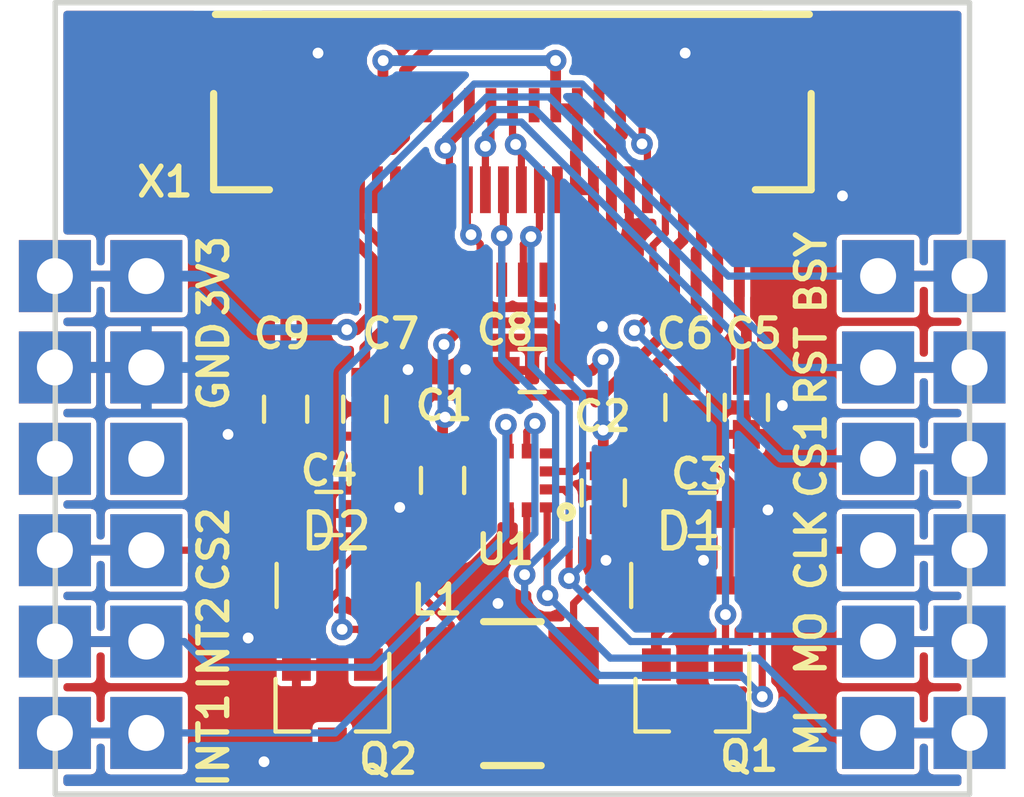
<source format=kicad_pcb>
(kicad_pcb (version 4) (host pcbnew 4.0.6)

  (general
    (links 100)
    (no_connects 0)
    (area 106.650001 84.024999 150.983334 108.235)
    (thickness 1.6)
    (drawings 15)
    (tracks 382)
    (zones 0)
    (modules 21)
    (nets 38)
  )

  (page A4)
  (layers
    (0 F.Cu signal)
    (31 B.Cu signal)
    (32 B.Adhes user)
    (33 F.Adhes user)
    (34 B.Paste user)
    (35 F.Paste user hide)
    (36 B.SilkS user)
    (37 F.SilkS user)
    (38 B.Mask user)
    (39 F.Mask user)
    (40 Dwgs.User user)
    (41 Cmts.User user hide)
    (42 Eco1.User user)
    (43 Eco2.User user hide)
    (44 Edge.Cuts user)
    (45 Margin user)
    (46 B.CrtYd user)
    (47 F.CrtYd user hide)
    (48 B.Fab user)
    (49 F.Fab user hide)
  )

  (setup
    (last_trace_width 0.2)
    (user_trace_width 0.2)
    (user_trace_width 0.3)
    (trace_clearance 0.15)
    (zone_clearance 0.15)
    (zone_45_only yes)
    (trace_min 0.2)
    (segment_width 0.2)
    (edge_width 0.15)
    (via_size 0.6)
    (via_drill 0.25)
    (via_min_size 0.6)
    (via_min_drill 0.25)
    (user_via 0.55 0.25)
    (uvia_size 0.3)
    (uvia_drill 0.1)
    (uvias_allowed no)
    (uvia_min_size 0.2)
    (uvia_min_drill 0.1)
    (pcb_text_width 0.3)
    (pcb_text_size 1.5 1.5)
    (mod_edge_width 0.15)
    (mod_text_size 0.8 0.8)
    (mod_text_width 0.15)
    (pad_size 1.524 1.524)
    (pad_drill 0.762)
    (pad_to_mask_clearance 0.07)
    (aux_axis_origin 122.7 106.1)
    (grid_origin 122.7 106.1)
    (visible_elements 7FFCFFFF)
    (pcbplotparams
      (layerselection 0x010f8_80000001)
      (usegerberextensions true)
      (excludeedgelayer true)
      (linewidth 0.100000)
      (plotframeref false)
      (viasonmask false)
      (mode 1)
      (useauxorigin false)
      (hpglpennumber 1)
      (hpglpenspeed 20)
      (hpglpendiameter 15)
      (hpglpenoverlay 2)
      (psnegative false)
      (psa4output false)
      (plotreference true)
      (plotvalue false)
      (plotinvisibletext false)
      (padsonsilk false)
      (subtractmaskfromsilk false)
      (outputformat 1)
      (mirror false)
      (drillshape 0)
      (scaleselection 1)
      (outputdirectory Gerbers/))
  )

  (net 0 "")
  (net 1 +3V3)
  (net 2 GND)
  (net 3 /VGL)
  (net 4 /VGH)
  (net 5 /VSL)
  (net 6 /VSH)
  (net 7 /VDD)
  (net 8 /TPCOM)
  (net 9 "Net-(D1-Pad1)")
  (net 10 "Net-(D2-Pad2)")
  (net 11 /SPI_MOSI)
  (net 12 /SPI_MISO)
  (net 13 /SPI_CLK)
  (net 14 /SPI_CS1)
  (net 15 /~RST)
  (net 16 /~BUSY)
  (net 17 "Net-(P2-Pad3)")
  (net 18 /SPI_CS2)
  (net 19 /INT2)
  (net 20 /INT1)
  (net 21 "Net-(U1-Pad4)")
  (net 22 /GDR_P)
  (net 23 /GDR_N)
  (net 24 "Net-(X1-Pad11)")
  (net 25 "Net-(X1-Pad18)")
  (net 26 "Net-(X1-Pad19)")
  (net 27 "Net-(X1-Pad20)")
  (net 28 "Net-(X1-Pad21)")
  (net 29 "Net-(X2-Pad1)")
  (net 30 "Net-(X2-Pad20)")
  (net 31 "Net-(X2-Pad21)")
  (net 32 "Net-(X2-Pad28)")
  (net 33 "Net-(X2-Pad29)")
  (net 34 "Net-(X2-Pad30)")
  (net 35 "Net-(X2-Pad31)")
  (net 36 "Net-(X2-Pad45)")
  (net 37 "Net-(P4-Pad3)")

  (net_class Default "This is the default net class."
    (clearance 0.15)
    (trace_width 0.2)
    (via_dia 0.6)
    (via_drill 0.25)
    (uvia_dia 0.3)
    (uvia_drill 0.1)
    (add_net +3V3)
    (add_net /GDR_N)
    (add_net /GDR_P)
    (add_net /INT1)
    (add_net /INT2)
    (add_net /SPI_CLK)
    (add_net /SPI_CS1)
    (add_net /SPI_CS2)
    (add_net /SPI_MISO)
    (add_net /SPI_MOSI)
    (add_net /TPCOM)
    (add_net /VDD)
    (add_net /VGH)
    (add_net /VGL)
    (add_net /VSH)
    (add_net /VSL)
    (add_net /~BUSY)
    (add_net /~RST)
    (add_net GND)
    (add_net "Net-(D1-Pad1)")
    (add_net "Net-(D2-Pad2)")
    (add_net "Net-(P2-Pad3)")
    (add_net "Net-(P4-Pad3)")
    (add_net "Net-(U1-Pad4)")
    (add_net "Net-(X1-Pad11)")
    (add_net "Net-(X1-Pad18)")
    (add_net "Net-(X1-Pad19)")
    (add_net "Net-(X1-Pad20)")
    (add_net "Net-(X1-Pad21)")
    (add_net "Net-(X2-Pad1)")
    (add_net "Net-(X2-Pad20)")
    (add_net "Net-(X2-Pad21)")
    (add_net "Net-(X2-Pad28)")
    (add_net "Net-(X2-Pad29)")
    (add_net "Net-(X2-Pad30)")
    (add_net "Net-(X2-Pad31)")
    (add_net "Net-(X2-Pad45)")
  )

  (module Capacitors_SMD:C_0603 (layer F.Cu) (tedit 58B40A45) (tstamp 58A44488)
    (at 133.46 97.38 270)
    (descr "Capacitor SMD 0603, reflow soldering, AVX (see smccp.pdf)")
    (tags "capacitor 0603")
    (path /589E042C)
    (attr smd)
    (fp_text reference C1 (at -2.08 -0.04 360) (layer F.SilkS)
      (effects (font (size 0.8 0.8) (thickness 0.15)))
    )
    (fp_text value 100n (at 0 1.9 270) (layer F.Fab)
      (effects (font (size 1 1) (thickness 0.15)))
    )
    (fp_line (start -0.8 0.4) (end -0.8 -0.4) (layer F.Fab) (width 0.1))
    (fp_line (start 0.8 0.4) (end -0.8 0.4) (layer F.Fab) (width 0.1))
    (fp_line (start 0.8 -0.4) (end 0.8 0.4) (layer F.Fab) (width 0.1))
    (fp_line (start -0.8 -0.4) (end 0.8 -0.4) (layer F.Fab) (width 0.1))
    (fp_line (start -1.45 -0.75) (end 1.45 -0.75) (layer F.CrtYd) (width 0.05))
    (fp_line (start -1.45 0.75) (end 1.45 0.75) (layer F.CrtYd) (width 0.05))
    (fp_line (start -1.45 -0.75) (end -1.45 0.75) (layer F.CrtYd) (width 0.05))
    (fp_line (start 1.45 -0.75) (end 1.45 0.75) (layer F.CrtYd) (width 0.05))
    (fp_line (start -0.35 -0.6) (end 0.35 -0.6) (layer F.SilkS) (width 0.12))
    (fp_line (start 0.35 0.6) (end -0.35 0.6) (layer F.SilkS) (width 0.12))
    (pad 1 smd rect (at -0.75 0 270) (size 0.8 0.75) (layers F.Cu F.Paste F.Mask)
      (net 1 +3V3))
    (pad 2 smd rect (at 0.75 0 270) (size 0.8 0.75) (layers F.Cu F.Paste F.Mask)
      (net 2 GND))
    (model Capacitors_SMD.3dshapes/C_0603.wrl
      (at (xyz 0 0 0))
      (scale (xyz 1 1 1))
      (rotate (xyz 0 0 0))
    )
  )

  (module Capacitors_SMD:C_0603 (layer F.Cu) (tedit 58B40A54) (tstamp 58A44498)
    (at 137.925 97.725 90)
    (descr "Capacitor SMD 0603, reflow soldering, AVX (see smccp.pdf)")
    (tags "capacitor 0603")
    (path /589E02D2)
    (solder_mask_margin 0.07)
    (attr smd)
    (fp_text reference C2 (at 2.125 -0.025 180) (layer F.SilkS)
      (effects (font (size 0.8 0.8) (thickness 0.15)))
    )
    (fp_text value 100n (at 0 1.9 90) (layer F.Fab)
      (effects (font (size 1 1) (thickness 0.15)))
    )
    (fp_line (start -0.8 0.4) (end -0.8 -0.4) (layer F.Fab) (width 0.1))
    (fp_line (start 0.8 0.4) (end -0.8 0.4) (layer F.Fab) (width 0.1))
    (fp_line (start 0.8 -0.4) (end 0.8 0.4) (layer F.Fab) (width 0.1))
    (fp_line (start -0.8 -0.4) (end 0.8 -0.4) (layer F.Fab) (width 0.1))
    (fp_line (start -1.45 -0.75) (end 1.45 -0.75) (layer F.CrtYd) (width 0.05))
    (fp_line (start -1.45 0.75) (end 1.45 0.75) (layer F.CrtYd) (width 0.05))
    (fp_line (start -1.45 -0.75) (end -1.45 0.75) (layer F.CrtYd) (width 0.05))
    (fp_line (start 1.45 -0.75) (end 1.45 0.75) (layer F.CrtYd) (width 0.05))
    (fp_line (start -0.35 -0.6) (end 0.35 -0.6) (layer F.SilkS) (width 0.12))
    (fp_line (start 0.35 0.6) (end -0.35 0.6) (layer F.SilkS) (width 0.12))
    (pad 1 smd rect (at -0.75 0 90) (size 0.8 0.75) (layers F.Cu F.Paste F.Mask)
      (net 2 GND))
    (pad 2 smd rect (at 0.75 0 90) (size 0.8 0.75) (layers F.Cu F.Paste F.Mask)
      (net 1 +3V3))
    (model Capacitors_SMD.3dshapes/C_0603.wrl
      (at (xyz 0 0 0))
      (scale (xyz 1 1 1))
      (rotate (xyz 0 0 0))
    )
  )

  (module Capacitors_SMD:C_0603 (layer F.Cu) (tedit 58C2BB25) (tstamp 58A444A8)
    (at 140.675 98.325 180)
    (descr "Capacitor SMD 0603, reflow soldering, AVX (see smccp.pdf)")
    (tags "capacitor 0603")
    (path /589D9303)
    (attr smd)
    (fp_text reference C3 (at 0.075 1.125 180) (layer F.SilkS)
      (effects (font (size 0.8 0.8) (thickness 0.15)))
    )
    (fp_text value 2µ2 (at 0 1.9 180) (layer F.Fab)
      (effects (font (size 1 1) (thickness 0.15)))
    )
    (fp_line (start -0.8 0.4) (end -0.8 -0.4) (layer F.Fab) (width 0.1))
    (fp_line (start 0.8 0.4) (end -0.8 0.4) (layer F.Fab) (width 0.1))
    (fp_line (start 0.8 -0.4) (end 0.8 0.4) (layer F.Fab) (width 0.1))
    (fp_line (start -0.8 -0.4) (end 0.8 -0.4) (layer F.Fab) (width 0.1))
    (fp_line (start -1.45 -0.75) (end 1.45 -0.75) (layer F.CrtYd) (width 0.05))
    (fp_line (start -1.45 0.75) (end 1.45 0.75) (layer F.CrtYd) (width 0.05))
    (fp_line (start -1.45 -0.75) (end -1.45 0.75) (layer F.CrtYd) (width 0.05))
    (fp_line (start 1.45 -0.75) (end 1.45 0.75) (layer F.CrtYd) (width 0.05))
    (fp_line (start -0.35 -0.6) (end 0.35 -0.6) (layer F.SilkS) (width 0.12))
    (fp_line (start 0.35 0.6) (end -0.35 0.6) (layer F.SilkS) (width 0.12))
    (pad 1 smd rect (at -0.75 0 180) (size 0.8 0.75) (layers F.Cu F.Paste F.Mask)
      (net 3 /VGL))
    (pad 2 smd rect (at 0.75 0 180) (size 0.8 0.75) (layers F.Cu F.Paste F.Mask)
      (net 2 GND))
    (model Capacitors_SMD.3dshapes/C_0603.wrl
      (at (xyz 0 0 0))
      (scale (xyz 1 1 1))
      (rotate (xyz 0 0 0))
    )
  )

  (module Capacitors_SMD:C_0603 (layer F.Cu) (tedit 58C6A1A7) (tstamp 58A444B8)
    (at 130.3 98.3 180)
    (descr "Capacitor SMD 0603, reflow soldering, AVX (see smccp.pdf)")
    (tags "capacitor 0603")
    (path /589DA3B4)
    (solder_mask_margin 0.07)
    (attr smd)
    (fp_text reference C4 (at -0.01 1.19 180) (layer F.SilkS)
      (effects (font (size 0.8 0.8) (thickness 0.15)))
    )
    (fp_text value 2µ2 (at 0 1.9 180) (layer F.Fab)
      (effects (font (size 1 1) (thickness 0.15)))
    )
    (fp_line (start -0.8 0.4) (end -0.8 -0.4) (layer F.Fab) (width 0.1))
    (fp_line (start 0.8 0.4) (end -0.8 0.4) (layer F.Fab) (width 0.1))
    (fp_line (start 0.8 -0.4) (end 0.8 0.4) (layer F.Fab) (width 0.1))
    (fp_line (start -0.8 -0.4) (end 0.8 -0.4) (layer F.Fab) (width 0.1))
    (fp_line (start -1.45 -0.75) (end 1.45 -0.75) (layer F.CrtYd) (width 0.05))
    (fp_line (start -1.45 0.75) (end 1.45 0.75) (layer F.CrtYd) (width 0.05))
    (fp_line (start -1.45 -0.75) (end -1.45 0.75) (layer F.CrtYd) (width 0.05))
    (fp_line (start 1.45 -0.75) (end 1.45 0.75) (layer F.CrtYd) (width 0.05))
    (fp_line (start -0.35 -0.6) (end 0.35 -0.6) (layer F.SilkS) (width 0.12))
    (fp_line (start 0.35 0.6) (end -0.35 0.6) (layer F.SilkS) (width 0.12))
    (pad 1 smd rect (at -0.75 0 180) (size 0.8 0.75) (layers F.Cu F.Paste F.Mask)
      (net 2 GND))
    (pad 2 smd rect (at 0.75 0 180) (size 0.8 0.75) (layers F.Cu F.Paste F.Mask)
      (net 4 /VGH))
    (model Capacitors_SMD.3dshapes/C_0603.wrl
      (at (xyz 0 0 0))
      (scale (xyz 1 1 1))
      (rotate (xyz 0 0 0))
    )
  )

  (module Capacitors_SMD:C_0603 (layer F.Cu) (tedit 58B40A7C) (tstamp 58A444C8)
    (at 141.9 95.35 270)
    (descr "Capacitor SMD 0603, reflow soldering, AVX (see smccp.pdf)")
    (tags "capacitor 0603")
    (path /589D9410)
    (attr smd)
    (fp_text reference C5 (at -2.05 -0.2 360) (layer F.SilkS)
      (effects (font (size 0.8 0.8) (thickness 0.15)))
    )
    (fp_text value 1µ (at 0 1.9 270) (layer F.Fab)
      (effects (font (size 1 1) (thickness 0.15)))
    )
    (fp_line (start -0.8 0.4) (end -0.8 -0.4) (layer F.Fab) (width 0.1))
    (fp_line (start 0.8 0.4) (end -0.8 0.4) (layer F.Fab) (width 0.1))
    (fp_line (start 0.8 -0.4) (end 0.8 0.4) (layer F.Fab) (width 0.1))
    (fp_line (start -0.8 -0.4) (end 0.8 -0.4) (layer F.Fab) (width 0.1))
    (fp_line (start -1.45 -0.75) (end 1.45 -0.75) (layer F.CrtYd) (width 0.05))
    (fp_line (start -1.45 0.75) (end 1.45 0.75) (layer F.CrtYd) (width 0.05))
    (fp_line (start -1.45 -0.75) (end -1.45 0.75) (layer F.CrtYd) (width 0.05))
    (fp_line (start 1.45 -0.75) (end 1.45 0.75) (layer F.CrtYd) (width 0.05))
    (fp_line (start -0.35 -0.6) (end 0.35 -0.6) (layer F.SilkS) (width 0.12))
    (fp_line (start 0.35 0.6) (end -0.35 0.6) (layer F.SilkS) (width 0.12))
    (pad 1 smd rect (at -0.75 0 270) (size 0.8 0.75) (layers F.Cu F.Paste F.Mask)
      (net 5 /VSL))
    (pad 2 smd rect (at 0.75 0 270) (size 0.8 0.75) (layers F.Cu F.Paste F.Mask)
      (net 2 GND))
    (model Capacitors_SMD.3dshapes/C_0603.wrl
      (at (xyz 0 0 0))
      (scale (xyz 1 1 1))
      (rotate (xyz 0 0 0))
    )
  )

  (module Capacitors_SMD:C_0603 (layer F.Cu) (tedit 58B40A74) (tstamp 58A444D8)
    (at 140.25 95.35 270)
    (descr "Capacitor SMD 0603, reflow soldering, AVX (see smccp.pdf)")
    (tags "capacitor 0603")
    (path /589D9CAA)
    (solder_mask_margin 0.07)
    (attr smd)
    (fp_text reference C6 (at -2.05 0.05 360) (layer F.SilkS)
      (effects (font (size 0.8 0.8) (thickness 0.15)))
    )
    (fp_text value 1µ (at 0 1.9 270) (layer F.Fab)
      (effects (font (size 1 1) (thickness 0.15)))
    )
    (fp_line (start -0.8 0.4) (end -0.8 -0.4) (layer F.Fab) (width 0.1))
    (fp_line (start 0.8 0.4) (end -0.8 0.4) (layer F.Fab) (width 0.1))
    (fp_line (start 0.8 -0.4) (end 0.8 0.4) (layer F.Fab) (width 0.1))
    (fp_line (start -0.8 -0.4) (end 0.8 -0.4) (layer F.Fab) (width 0.1))
    (fp_line (start -1.45 -0.75) (end 1.45 -0.75) (layer F.CrtYd) (width 0.05))
    (fp_line (start -1.45 0.75) (end 1.45 0.75) (layer F.CrtYd) (width 0.05))
    (fp_line (start -1.45 -0.75) (end -1.45 0.75) (layer F.CrtYd) (width 0.05))
    (fp_line (start 1.45 -0.75) (end 1.45 0.75) (layer F.CrtYd) (width 0.05))
    (fp_line (start -0.35 -0.6) (end 0.35 -0.6) (layer F.SilkS) (width 0.12))
    (fp_line (start 0.35 0.6) (end -0.35 0.6) (layer F.SilkS) (width 0.12))
    (pad 1 smd rect (at -0.75 0 270) (size 0.8 0.75) (layers F.Cu F.Paste F.Mask)
      (net 6 /VSH))
    (pad 2 smd rect (at 0.75 0 270) (size 0.8 0.75) (layers F.Cu F.Paste F.Mask)
      (net 2 GND))
    (model Capacitors_SMD.3dshapes/C_0603.wrl
      (at (xyz 0 0 0))
      (scale (xyz 1 1 1))
      (rotate (xyz 0 0 0))
    )
  )

  (module Capacitors_SMD:C_0603 (layer F.Cu) (tedit 58C6A19F) (tstamp 58A444E8)
    (at 131.3 95.4 270)
    (descr "Capacitor SMD 0603, reflow soldering, AVX (see smccp.pdf)")
    (tags "capacitor 0603")
    (path /589D9DFE)
    (attr smd)
    (fp_text reference C7 (at -2.1 -0.72 540) (layer F.SilkS)
      (effects (font (size 0.8 0.8) (thickness 0.15)))
    )
    (fp_text value 1µ (at 0 1.9 270) (layer F.Fab)
      (effects (font (size 1 1) (thickness 0.15)))
    )
    (fp_line (start -0.8 0.4) (end -0.8 -0.4) (layer F.Fab) (width 0.1))
    (fp_line (start 0.8 0.4) (end -0.8 0.4) (layer F.Fab) (width 0.1))
    (fp_line (start 0.8 -0.4) (end 0.8 0.4) (layer F.Fab) (width 0.1))
    (fp_line (start -0.8 -0.4) (end 0.8 -0.4) (layer F.Fab) (width 0.1))
    (fp_line (start -1.45 -0.75) (end 1.45 -0.75) (layer F.CrtYd) (width 0.05))
    (fp_line (start -1.45 0.75) (end 1.45 0.75) (layer F.CrtYd) (width 0.05))
    (fp_line (start -1.45 -0.75) (end -1.45 0.75) (layer F.CrtYd) (width 0.05))
    (fp_line (start 1.45 -0.75) (end 1.45 0.75) (layer F.CrtYd) (width 0.05))
    (fp_line (start -0.35 -0.6) (end 0.35 -0.6) (layer F.SilkS) (width 0.12))
    (fp_line (start 0.35 0.6) (end -0.35 0.6) (layer F.SilkS) (width 0.12))
    (pad 1 smd rect (at -0.75 0 270) (size 0.8 0.75) (layers F.Cu F.Paste F.Mask)
      (net 7 /VDD))
    (pad 2 smd rect (at 0.75 0 270) (size 0.8 0.75) (layers F.Cu F.Paste F.Mask)
      (net 2 GND))
    (model Capacitors_SMD.3dshapes/C_0603.wrl
      (at (xyz 0 0 0))
      (scale (xyz 1 1 1))
      (rotate (xyz 0 0 0))
    )
  )

  (module Capacitors_SMD:C_0603 (layer F.Cu) (tedit 58B42438) (tstamp 58A444F8)
    (at 135.95 94.325 180)
    (descr "Capacitor SMD 0603, reflow soldering, AVX (see smccp.pdf)")
    (tags "capacitor 0603")
    (path /589D9F16)
    (solder_mask_margin 0.07)
    (attr smd)
    (fp_text reference C8 (at 0.75 1.125 180) (layer F.SilkS)
      (effects (font (size 0.8 0.8) (thickness 0.15)))
    )
    (fp_text value 1µ (at 0 1.9 180) (layer F.Fab)
      (effects (font (size 1 1) (thickness 0.15)))
    )
    (fp_line (start -0.8 0.4) (end -0.8 -0.4) (layer F.Fab) (width 0.1))
    (fp_line (start 0.8 0.4) (end -0.8 0.4) (layer F.Fab) (width 0.1))
    (fp_line (start 0.8 -0.4) (end 0.8 0.4) (layer F.Fab) (width 0.1))
    (fp_line (start -0.8 -0.4) (end 0.8 -0.4) (layer F.Fab) (width 0.1))
    (fp_line (start -1.45 -0.75) (end 1.45 -0.75) (layer F.CrtYd) (width 0.05))
    (fp_line (start -1.45 0.75) (end 1.45 0.75) (layer F.CrtYd) (width 0.05))
    (fp_line (start -1.45 -0.75) (end -1.45 0.75) (layer F.CrtYd) (width 0.05))
    (fp_line (start 1.45 -0.75) (end 1.45 0.75) (layer F.CrtYd) (width 0.05))
    (fp_line (start -0.35 -0.6) (end 0.35 -0.6) (layer F.SilkS) (width 0.12))
    (fp_line (start 0.35 0.6) (end -0.35 0.6) (layer F.SilkS) (width 0.12))
    (pad 1 smd rect (at -0.75 0 180) (size 0.8 0.75) (layers F.Cu F.Paste F.Mask)
      (net 1 +3V3))
    (pad 2 smd rect (at 0.75 0 180) (size 0.8 0.75) (layers F.Cu F.Paste F.Mask)
      (net 2 GND))
    (model Capacitors_SMD.3dshapes/C_0603.wrl
      (at (xyz 0 0 0))
      (scale (xyz 1 1 1))
      (rotate (xyz 0 0 0))
    )
  )

  (module Capacitors_SMD:C_0603 (layer F.Cu) (tedit 58B40A9C) (tstamp 58A44508)
    (at 129.1 95.4 270)
    (descr "Capacitor SMD 0603, reflow soldering, AVX (see smccp.pdf)")
    (tags "capacitor 0603")
    (path /589D9F41)
    (solder_mask_margin 0.07)
    (attr smd)
    (fp_text reference C9 (at -2.1 0.1 360) (layer F.SilkS)
      (effects (font (size 0.8 0.8) (thickness 0.15)))
    )
    (fp_text value 100n (at 0 1.9 270) (layer F.Fab)
      (effects (font (size 1 1) (thickness 0.15)))
    )
    (fp_line (start -0.8 0.4) (end -0.8 -0.4) (layer F.Fab) (width 0.1))
    (fp_line (start 0.8 0.4) (end -0.8 0.4) (layer F.Fab) (width 0.1))
    (fp_line (start 0.8 -0.4) (end 0.8 0.4) (layer F.Fab) (width 0.1))
    (fp_line (start -0.8 -0.4) (end 0.8 -0.4) (layer F.Fab) (width 0.1))
    (fp_line (start -1.45 -0.75) (end 1.45 -0.75) (layer F.CrtYd) (width 0.05))
    (fp_line (start -1.45 0.75) (end 1.45 0.75) (layer F.CrtYd) (width 0.05))
    (fp_line (start -1.45 -0.75) (end -1.45 0.75) (layer F.CrtYd) (width 0.05))
    (fp_line (start 1.45 -0.75) (end 1.45 0.75) (layer F.CrtYd) (width 0.05))
    (fp_line (start -0.35 -0.6) (end 0.35 -0.6) (layer F.SilkS) (width 0.12))
    (fp_line (start 0.35 0.6) (end -0.35 0.6) (layer F.SilkS) (width 0.12))
    (pad 1 smd rect (at -0.75 0 270) (size 0.8 0.75) (layers F.Cu F.Paste F.Mask)
      (net 8 /TPCOM))
    (pad 2 smd rect (at 0.75 0 270) (size 0.8 0.75) (layers F.Cu F.Paste F.Mask)
      (net 2 GND))
    (model Capacitors_SMD.3dshapes/C_0603.wrl
      (at (xyz 0 0 0))
      (scale (xyz 1 1 1))
      (rotate (xyz 0 0 0))
    )
  )

  (module Paperino:XF2M-2615-1A locked (layer F.Cu) (tedit 58A6E950) (tstamp 58A445AB)
    (at 135.4 89.3 180)
    (path /589D8868)
    (solder_mask_margin 0.07)
    (fp_text reference X1 (at 9.652 0.218 180) (layer F.SilkS)
      (effects (font (size 0.8 0.8) (thickness 0.15)))
    )
    (fp_text value XF2M-2615-1A (at 21.4 -0.7 180) (layer F.Fab)
      (effects (font (size 1.2 1.2) (thickness 0.15)))
    )
    (fp_line (start -8.25 4.875) (end 8.25 4.875) (layer F.SilkS) (width 0.2))
    (fp_line (start 8.3 0) (end 8.3 2.675) (layer F.SilkS) (width 0.2))
    (fp_line (start 6.75 0) (end 8.3 0) (layer F.SilkS) (width 0.2))
    (fp_line (start -8.3 0) (end -8.3 2.675) (layer F.SilkS) (width 0.2))
    (fp_line (start -6.75 0) (end -8.3 0) (layer F.SilkS) (width 0.2))
    (pad 1 smd rect (at -6.25 0 180) (size 0.3 1.3) (layers F.Cu F.Paste F.Mask)
      (net 5 /VSL))
    (pad 2 smd rect (at -5.75 0 180) (size 0.3 1.3) (layers F.Cu F.Paste F.Mask)
      (net 6 /VSH))
    (pad 3 smd rect (at -5.25 0 180) (size 0.3 1.3) (layers F.Cu F.Paste F.Mask)
      (net 3 /VGL))
    (pad 4 smd rect (at -4.75 0 180) (size 0.3 1.3) (layers F.Cu F.Paste F.Mask)
      (net 4 /VGH))
    (pad 5 smd rect (at -4.25 0 180) (size 0.3 1.3) (layers F.Cu F.Paste F.Mask)
      (net 22 /GDR_P))
    (pad 6 smd rect (at -3.75 0 180) (size 0.3 1.3) (layers F.Cu F.Paste F.Mask)
      (net 23 /GDR_N))
    (pad 7 smd rect (at -3.25 0 180) (size 0.3 1.3) (layers F.Cu F.Paste F.Mask)
      (net 2 GND))
    (pad 8 smd rect (at -2.75 0 180) (size 0.3 1.3) (layers F.Cu F.Paste F.Mask)
      (net 7 /VDD))
    (pad 9 smd rect (at -2.25 0 180) (size 0.3 1.3) (layers F.Cu F.Paste F.Mask)
      (net 1 +3V3))
    (pad 10 smd rect (at -1.75 0 180) (size 0.3 1.3) (layers F.Cu F.Paste F.Mask)
      (net 1 +3V3))
    (pad 11 smd rect (at -1.25 0 180) (size 0.3 1.3) (layers F.Cu F.Paste F.Mask)
      (net 24 "Net-(X1-Pad11)"))
    (pad 12 smd rect (at -0.75 0 180) (size 0.3 1.3) (layers F.Cu F.Paste F.Mask)
      (net 12 /SPI_MISO))
    (pad 13 smd rect (at -0.25 0 180) (size 0.3 1.3) (layers F.Cu F.Paste F.Mask)
      (net 11 /SPI_MOSI))
    (pad 14 smd rect (at 0.25 0 180) (size 0.3 1.3) (layers F.Cu F.Paste F.Mask)
      (net 13 /SPI_CLK))
    (pad 15 smd rect (at 0.75 0 180) (size 0.3 1.3) (layers F.Cu F.Paste F.Mask)
      (net 14 /SPI_CS1))
    (pad 16 smd rect (at 1.25 0 180) (size 0.3 1.3) (layers F.Cu F.Paste F.Mask)
      (net 15 /~RST))
    (pad 17 smd rect (at 1.75 0 180) (size 0.3 1.3) (layers F.Cu F.Paste F.Mask)
      (net 16 /~BUSY))
    (pad 18 smd rect (at 2.25 0 180) (size 0.3 1.3) (layers F.Cu F.Paste F.Mask)
      (net 25 "Net-(X1-Pad18)"))
    (pad 19 smd rect (at 2.75 0 180) (size 0.3 1.3) (layers F.Cu F.Paste F.Mask)
      (net 26 "Net-(X1-Pad19)"))
    (pad 20 smd rect (at 3.25 0 180) (size 0.3 1.3) (layers F.Cu F.Paste F.Mask)
      (net 27 "Net-(X1-Pad20)"))
    (pad 21 smd rect (at 3.75 0 180) (size 0.3 1.3) (layers F.Cu F.Paste F.Mask)
      (net 28 "Net-(X1-Pad21)"))
    (pad 22 smd rect (at 4.25 0 180) (size 0.3 1.3) (layers F.Cu F.Paste F.Mask)
      (net 7 /VDD))
    (pad 23 smd rect (at 4.75 0 180) (size 0.3 1.3) (layers F.Cu F.Paste F.Mask)
      (net 1 +3V3))
    (pad 24 smd rect (at 5.25 0 180) (size 0.3 1.3) (layers F.Cu F.Paste F.Mask)
      (net 2 GND))
    (pad 25 smd rect (at 5.75 0 180) (size 0.3 1.3) (layers F.Cu F.Paste F.Mask)
      (net 2 GND))
    (pad 26 smd rect (at 6.25 0 180) (size 0.3 1.3) (layers F.Cu F.Paste F.Mask)
      (net 8 /TPCOM))
    (pad 0 smd rect (at -7.9 3.9 180) (size 1.7 1.5) (layers F.Cu F.Paste F.Mask))
    (pad 0 smd rect (at 7.9 3.9 180) (size 1.7 1.5) (layers F.Cu F.Paste F.Mask))
  )

  (module Paperino:LGA-12-2x2x0.95 (layer F.Cu) (tedit 58B4243F) (tstamp 58A44586)
    (at 135.55 97.38 180)
    (path /589DFD89)
    (solder_mask_margin 0.07)
    (fp_text reference U1 (at 0.35 -1.92 180) (layer F.SilkS)
      (effects (font (size 0.8 0.8) (thickness 0.15)))
    )
    (fp_text value BMA250E (at 0.175 2.25 180) (layer F.Fab)
      (effects (font (size 1 1) (thickness 0.15)))
    )
    (fp_line (start -1.25 -1.25) (end 1.25 -1.25) (layer F.CrtYd) (width 0.05))
    (fp_line (start 1.25 -1.25) (end 1.25 1.25) (layer F.CrtYd) (width 0.05))
    (fp_line (start 1.25 1.25) (end -1.25 1.25) (layer F.CrtYd) (width 0.05))
    (fp_line (start -1.25 1.25) (end -1.25 -1.25) (layer F.CrtYd) (width 0.05))
    (fp_circle (center -1.35 -0.875) (end -1.3 -0.925) (layer F.SilkS) (width 0.2))
    (pad 6 smd rect (at 0.25 0.815 270) (size 0.41 0.28) (layers F.Cu F.Paste F.Mask)
      (net 19 /INT2))
    (pad 1 smd rect (at -0.815 -0.75 180) (size 0.41 0.28) (layers F.Cu F.Paste F.Mask)
      (net 12 /SPI_MISO))
    (pad 2 smd rect (at -0.815 -0.25 180) (size 0.41 0.28) (layers F.Cu F.Paste F.Mask)
      (net 11 /SPI_MOSI))
    (pad 3 smd rect (at -0.815 0.25 180) (size 0.41 0.28) (layers F.Cu F.Paste F.Mask)
      (net 1 +3V3))
    (pad 4 smd rect (at -0.815 0.75 180) (size 0.41 0.28) (layers F.Cu F.Paste F.Mask)
      (net 21 "Net-(U1-Pad4)"))
    (pad 7 smd rect (at 0.815 0.75 180) (size 0.41 0.28) (layers F.Cu F.Paste F.Mask)
      (net 1 +3V3))
    (pad 8 smd rect (at 0.815 0.25 180) (size 0.41 0.28) (layers F.Cu F.Paste F.Mask)
      (net 2 GND))
    (pad 9 smd rect (at 0.815 -0.25 180) (size 0.41 0.28) (layers F.Cu F.Paste F.Mask)
      (net 2 GND))
    (pad 10 smd rect (at 0.815 -0.75 180) (size 0.41 0.28) (layers F.Cu F.Paste F.Mask)
      (net 18 /SPI_CS2))
    (pad 5 smd rect (at -0.25 0.815 270) (size 0.41 0.28) (layers F.Cu F.Paste F.Mask)
      (net 20 /INT1))
    (pad 11 smd rect (at 0.25 -0.815 270) (size 0.41 0.28) (layers F.Cu F.Paste F.Mask)
      (net 2 GND))
    (pad 12 smd rect (at -0.25 -0.815 270) (size 0.41 0.28) (layers F.Cu F.Paste F.Mask)
      (net 13 /SPI_CLK))
  )

  (module Paperino:NR4018T470M (layer F.Cu) (tedit 58B42441) (tstamp 58A4453E)
    (at 135.4 103.306 180)
    (path /589DD1F6)
    (solder_mask_margin 0.07)
    (fp_text reference L1 (at 2.1 2.606 180) (layer F.SilkS)
      (effects (font (size 0.8 0.8) (thickness 0.15)))
    )
    (fp_text value 47µ (at 0 3.4 180) (layer F.Fab)
      (effects (font (size 1 1) (thickness 0.15)))
    )
    (fp_line (start -2.9 2.35) (end -2.9 -2.35) (layer F.CrtYd) (width 0.05))
    (fp_line (start 2.9 2.35) (end 2.9 -2.35) (layer F.CrtYd) (width 0.05))
    (fp_line (start -2.9 -2.35) (end 2.9 -2.35) (layer F.CrtYd) (width 0.05))
    (fp_line (start -2.9 2.35) (end 2.9 2.35) (layer F.CrtYd) (width 0.05))
    (fp_line (start -0.8 2) (end 0.8 2) (layer F.SilkS) (width 0.2))
    (fp_line (start -0.8 -2) (end 0.8 -2) (layer F.SilkS) (width 0.2))
    (pad 1 smd rect (at -1.7 0 180) (size 1.4 3.7) (layers F.Cu F.Paste F.Mask)
      (net 9 "Net-(D1-Pad1)"))
    (pad 2 smd rect (at 1.7 0 180) (size 1.4 3.7) (layers F.Cu F.Paste F.Mask)
      (net 10 "Net-(D2-Pad2)"))
  )

  (module Paperino:1x6_header (layer F.Cu) (tedit 58A6E960) (tstamp 58A44552)
    (at 125.23 91.7)
    (path /589E7A45)
    (solder_mask_margin 0.07)
    (fp_text reference P2 (at 0.01 15.67) (layer F.SilkS) hide
      (effects (font (size 0.8 0.8) (thickness 0.15)))
    )
    (fp_text value CONN_01X06 (at 0 15.24) (layer F.Fab)
      (effects (font (size 1 1) (thickness 0.15)))
    )
    (fp_line (start -1.5 14.35) (end -1.5 -1.65) (layer F.CrtYd) (width 0.05))
    (fp_line (start 1.5 14.35) (end 1.5 -1.65) (layer F.CrtYd) (width 0.05))
    (fp_line (start 1.5 -1.65) (end -1.5 -1.65) (layer F.CrtYd) (width 0.05))
    (fp_line (start 1.5 14.35) (end -1.5 14.35) (layer F.CrtYd) (width 0.05))
    (pad 1 thru_hole rect (at 0 0) (size 2 2) (drill 1) (layers *.Cu *.Mask)
      (net 1 +3V3))
    (pad 2 thru_hole rect (at 0 2.54) (size 2 2) (drill 1) (layers *.Cu *.Mask)
      (net 2 GND))
    (pad 3 thru_hole rect (at 0 5.08) (size 2 2) (drill 1) (layers *.Cu *.Mask)
      (net 17 "Net-(P2-Pad3)"))
    (pad 4 thru_hole rect (at 0 7.62) (size 2 2) (drill 1) (layers *.Cu *.Mask)
      (net 18 /SPI_CS2))
    (pad 5 thru_hole rect (at 0 10.16) (size 2 2) (drill 1) (layers *.Cu *.Mask)
      (net 19 /INT2))
    (pad 6 thru_hole rect (at 0 12.7) (size 2 2) (drill 1) (layers *.Cu *.Mask)
      (net 20 /INT1))
  )

  (module Paperino:1x6_header (layer F.Cu) (tedit 58A6E982) (tstamp 58A44548)
    (at 145.56 104.4 180)
    (path /589E79B9)
    (solder_mask_margin 0.07)
    (fp_text reference P1 (at 0 -2.97 180) (layer F.SilkS) hide
      (effects (font (size 0.8 0.8) (thickness 0.15)))
    )
    (fp_text value CONN_01X06 (at 0 -2.716 180) (layer F.Fab)
      (effects (font (size 1 1) (thickness 0.15)))
    )
    (fp_line (start -1.5 14.35) (end -1.5 -1.65) (layer F.CrtYd) (width 0.05))
    (fp_line (start 1.5 14.35) (end 1.5 -1.65) (layer F.CrtYd) (width 0.05))
    (fp_line (start 1.5 -1.65) (end -1.5 -1.65) (layer F.CrtYd) (width 0.05))
    (fp_line (start 1.5 14.35) (end -1.5 14.35) (layer F.CrtYd) (width 0.05))
    (pad 1 thru_hole rect (at 0 0 180) (size 2 2) (drill 1) (layers *.Cu *.Mask)
      (net 12 /SPI_MISO))
    (pad 2 thru_hole rect (at 0 2.54 180) (size 2 2) (drill 1) (layers *.Cu *.Mask)
      (net 11 /SPI_MOSI))
    (pad 3 thru_hole rect (at 0 5.08 180) (size 2 2) (drill 1) (layers *.Cu *.Mask)
      (net 13 /SPI_CLK))
    (pad 4 thru_hole rect (at 0 7.62 180) (size 2 2) (drill 1) (layers *.Cu *.Mask)
      (net 14 /SPI_CS1))
    (pad 5 thru_hole rect (at 0 10.16 180) (size 2 2) (drill 1) (layers *.Cu *.Mask)
      (net 15 /~RST))
    (pad 6 thru_hole rect (at 0 12.7 180) (size 2 2) (drill 1) (layers *.Cu *.Mask)
      (net 16 /~BUSY))
  )

  (module Paperino:1x6_header (layer F.Cu) (tedit 58A6E985) (tstamp 58A6E930)
    (at 148.1 104.4 180)
    (path /58A6EC07)
    (fp_text reference P3 (at 0 -2.54 180) (layer F.SilkS) hide
      (effects (font (size 0.8 0.8) (thickness 0.15)))
    )
    (fp_text value CONN_01X06 (at 2.1 -2.6 180) (layer F.Fab)
      (effects (font (size 1 1) (thickness 0.15)))
    )
    (fp_line (start -1.5 14.35) (end -1.5 -1.65) (layer F.CrtYd) (width 0.05))
    (fp_line (start 1.5 14.35) (end 1.5 -1.65) (layer F.CrtYd) (width 0.05))
    (fp_line (start 1.5 -1.65) (end -1.5 -1.65) (layer F.CrtYd) (width 0.05))
    (fp_line (start 1.5 14.35) (end -1.5 14.35) (layer F.CrtYd) (width 0.05))
    (pad 1 thru_hole rect (at 0 0 180) (size 2 2) (drill 1) (layers *.Cu *.Mask)
      (net 12 /SPI_MISO))
    (pad 2 thru_hole rect (at 0 2.54 180) (size 2 2) (drill 1) (layers *.Cu *.Mask)
      (net 11 /SPI_MOSI))
    (pad 3 thru_hole rect (at 0 5.08 180) (size 2 2) (drill 1) (layers *.Cu *.Mask)
      (net 13 /SPI_CLK))
    (pad 4 thru_hole rect (at 0 7.62 180) (size 2 2) (drill 1) (layers *.Cu *.Mask)
      (net 14 /SPI_CS1))
    (pad 5 thru_hole rect (at 0 10.16 180) (size 2 2) (drill 1) (layers *.Cu *.Mask)
      (net 15 /~RST))
    (pad 6 thru_hole rect (at 0 12.7 180) (size 2 2) (drill 1) (layers *.Cu *.Mask)
      (net 16 /~BUSY))
  )

  (module Paperino:1x6_header (layer F.Cu) (tedit 58A6E964) (tstamp 58A6E93E)
    (at 122.69 91.7)
    (path /58A6EEF6)
    (fp_text reference P4 (at -1.69 15.3) (layer F.SilkS) hide
      (effects (font (size 0.8 0.8) (thickness 0.15)))
    )
    (fp_text value CONN_01X06 (at 0 15.24) (layer F.Fab) hide
      (effects (font (size 1 1) (thickness 0.15)))
    )
    (fp_line (start -1.5 14.35) (end -1.5 -1.65) (layer F.CrtYd) (width 0.05))
    (fp_line (start 1.5 14.35) (end 1.5 -1.65) (layer F.CrtYd) (width 0.05))
    (fp_line (start 1.5 -1.65) (end -1.5 -1.65) (layer F.CrtYd) (width 0.05))
    (fp_line (start 1.5 14.35) (end -1.5 14.35) (layer F.CrtYd) (width 0.05))
    (pad 1 thru_hole rect (at 0 0) (size 2 2) (drill 1) (layers *.Cu *.Mask)
      (net 1 +3V3))
    (pad 2 thru_hole rect (at 0 2.54) (size 2 2) (drill 1) (layers *.Cu *.Mask)
      (net 2 GND))
    (pad 3 thru_hole rect (at 0 5.08) (size 2 2) (drill 1) (layers *.Cu *.Mask)
      (net 37 "Net-(P4-Pad3)"))
    (pad 4 thru_hole rect (at 0 7.62) (size 2 2) (drill 1) (layers *.Cu *.Mask)
      (net 18 /SPI_CS2))
    (pad 5 thru_hole rect (at 0 10.16) (size 2 2) (drill 1) (layers *.Cu *.Mask)
      (net 19 /INT2))
    (pad 6 thru_hole rect (at 0 12.7) (size 2 2) (drill 1) (layers *.Cu *.Mask)
      (net 20 /INT1))
  )

  (module Paperino:SOT-23 (layer F.Cu) (tedit 58C6A15F) (tstamp 58C69DB8)
    (at 140.4 103.6 270)
    (descr "SOT-23, Standard")
    (tags SOT-23)
    (path /589DE096)
    (attr smd)
    (fp_text reference Q1 (at 1.45 -1.58 360) (layer F.SilkS)
      (effects (font (size 0.8 0.8) (thickness 0.15)))
    )
    (fp_text value PMOS (at 0 2.5 270) (layer F.Fab)
      (effects (font (size 1 1) (thickness 0.15)))
    )
    (fp_line (start -0.7 -0.95) (end -0.7 1.5) (layer F.Fab) (width 0.1))
    (fp_line (start -0.15 -1.52) (end 0.7 -1.52) (layer F.Fab) (width 0.1))
    (fp_line (start -0.7 -0.95) (end -0.15 -1.52) (layer F.Fab) (width 0.1))
    (fp_line (start 0.7 -1.52) (end 0.7 1.52) (layer F.Fab) (width 0.1))
    (fp_line (start -0.7 1.52) (end 0.7 1.52) (layer F.Fab) (width 0.1))
    (fp_line (start 0.76 1.58) (end 0.76 0.65) (layer F.SilkS) (width 0.12))
    (fp_line (start 0.76 -1.58) (end 0.76 -0.65) (layer F.SilkS) (width 0.12))
    (fp_line (start -1.7 -1.75) (end 1.7 -1.75) (layer F.CrtYd) (width 0.05))
    (fp_line (start 1.7 -1.75) (end 1.7 1.75) (layer F.CrtYd) (width 0.05))
    (fp_line (start 1.7 1.75) (end -1.7 1.75) (layer F.CrtYd) (width 0.05))
    (fp_line (start -1.7 1.75) (end -1.7 -1.75) (layer F.CrtYd) (width 0.05))
    (fp_line (start 0.76 -1.58) (end -1.4 -1.58) (layer F.SilkS) (width 0.12))
    (fp_line (start 0.76 1.58) (end -0.7 1.58) (layer F.SilkS) (width 0.12))
    (pad 1 smd rect (at -1.1 -1 270) (size 0.9 0.8) (layers F.Cu F.Paste F.Mask)
      (net 22 /GDR_P))
    (pad 2 smd rect (at -1.1 1 270) (size 0.9 0.8) (layers F.Cu F.Paste F.Mask)
      (net 1 +3V3))
    (pad 3 smd rect (at 1.1 0 270) (size 0.9 0.8) (layers F.Cu F.Paste F.Mask)
      (net 9 "Net-(D1-Pad1)"))
    (model TO_SOT_Packages_SMD.3dshapes/SOT-23.wrl
      (at (xyz 0 0 0))
      (scale (xyz 1 1 1))
      (rotate (xyz 0 0 90))
    )
  )

  (module Paperino:SOT-23 (layer F.Cu) (tedit 58C6A2EF) (tstamp 58C69DBE)
    (at 130.4 103.6 270)
    (descr "SOT-23, Standard")
    (tags SOT-23)
    (path /589DD9DD)
    (attr smd)
    (fp_text reference Q2 (at 1.53 -1.55 540) (layer F.SilkS)
      (effects (font (size 0.8 0.8) (thickness 0.15)))
    )
    (fp_text value NMOS (at 0 2.5 270) (layer F.Fab)
      (effects (font (size 1 1) (thickness 0.15)))
    )
    (fp_line (start -0.7 -0.95) (end -0.7 1.5) (layer F.Fab) (width 0.1))
    (fp_line (start -0.15 -1.52) (end 0.7 -1.52) (layer F.Fab) (width 0.1))
    (fp_line (start -0.7 -0.95) (end -0.15 -1.52) (layer F.Fab) (width 0.1))
    (fp_line (start 0.7 -1.52) (end 0.7 1.52) (layer F.Fab) (width 0.1))
    (fp_line (start -0.7 1.52) (end 0.7 1.52) (layer F.Fab) (width 0.1))
    (fp_line (start 0.76 1.58) (end 0.76 0.65) (layer F.SilkS) (width 0.12))
    (fp_line (start 0.76 -1.58) (end 0.76 -0.65) (layer F.SilkS) (width 0.12))
    (fp_line (start -1.7 -1.75) (end 1.7 -1.75) (layer F.CrtYd) (width 0.05))
    (fp_line (start 1.7 -1.75) (end 1.7 1.75) (layer F.CrtYd) (width 0.05))
    (fp_line (start 1.7 1.75) (end -1.7 1.75) (layer F.CrtYd) (width 0.05))
    (fp_line (start -1.7 1.75) (end -1.7 -1.75) (layer F.CrtYd) (width 0.05))
    (fp_line (start 0.76 -1.58) (end -1.4 -1.58) (layer F.SilkS) (width 0.12))
    (fp_line (start 0.76 1.58) (end -0.7 1.58) (layer F.SilkS) (width 0.12))
    (pad 1 smd rect (at -1.1 -1 270) (size 0.9 0.8) (layers F.Cu F.Paste F.Mask)
      (net 23 /GDR_N))
    (pad 2 smd rect (at -1.1 1 270) (size 0.9 0.8) (layers F.Cu F.Paste F.Mask)
      (net 2 GND))
    (pad 3 smd rect (at 1.1 0 270) (size 0.9 0.8) (layers F.Cu F.Paste F.Mask)
      (net 10 "Net-(D2-Pad2)"))
    (model TO_SOT_Packages_SMD.3dshapes/SOT-23.wrl
      (at (xyz 0 0 0))
      (scale (xyz 1 1 1))
      (rotate (xyz 0 0 90))
    )
  )

  (module Paperino:XF2B-4545-31A (layer F.Cu) (tedit 58D3B426) (tstamp 58A445E2)
    (at 142.004 87.05 180)
    (path /589EB664)
    (solder_paste_margin -3)
    (fp_text reference X2 (at -3.021 -1.925 180) (layer F.SilkS) hide
      (effects (font (size 1 1) (thickness 0.15)))
    )
    (fp_text value XF2B-4545-1A (at 6.7 -2.25 180) (layer F.Fab) hide
      (effects (font (size 1 1) (thickness 0.15)))
    )
    (pad 1 smd rect (at 0 0 180) (size 0.3 0.95) (drill (offset 0 0.1)) (layers F.Cu F.Paste F.Mask)
      (net 29 "Net-(X2-Pad1)"))
    (pad 2 smd rect (at 0.3 -4.65) (size 0.3 0.95) (drill (offset 0 0.1)) (layers F.Cu F.Paste F.Mask)
      (net 5 /VSL))
    (pad 3 smd rect (at 0.6 0 180) (size 0.3 0.95) (drill (offset 0 0.1)) (layers F.Cu F.Paste F.Mask)
      (net 5 /VSL))
    (pad 4 smd rect (at 0.9 -4.65) (size 0.3 0.95) (drill (offset 0 0.1)) (layers F.Cu F.Paste F.Mask)
      (net 6 /VSH))
    (pad 5 smd rect (at 1.2 0 180) (size 0.3 0.95) (drill (offset 0 0.1)) (layers F.Cu F.Paste F.Mask)
      (net 6 /VSH))
    (pad 6 smd rect (at 1.5 -4.65) (size 0.3 0.95) (drill (offset 0 0.1)) (layers F.Cu F.Paste F.Mask)
      (net 3 /VGL))
    (pad 7 smd rect (at 1.8 0 180) (size 0.3 0.95) (drill (offset 0 0.1)) (layers F.Cu F.Paste F.Mask)
      (net 3 /VGL))
    (pad 8 smd rect (at 2.1 -4.65) (size 0.3 0.95) (drill (offset 0 0.1)) (layers F.Cu F.Paste F.Mask)
      (net 4 /VGH))
    (pad 9 smd rect (at 2.4 0 180) (size 0.3 0.95) (drill (offset 0 0.1)) (layers F.Cu F.Paste F.Mask)
      (net 4 /VGH))
    (pad 10 smd rect (at 2.7 -4.65) (size 0.3 0.95) (drill (offset 0 0.1)) (layers F.Cu F.Paste F.Mask)
      (net 22 /GDR_P))
    (pad 11 smd rect (at 3 0 180) (size 0.3 0.95) (drill (offset 0 0.1)) (layers F.Cu F.Paste F.Mask)
      (net 23 /GDR_N))
    (pad 12 smd rect (at 3.3 -4.65) (size 0.3 0.95) (drill (offset 0 0.1)) (layers F.Cu F.Paste F.Mask)
      (net 2 GND))
    (pad 13 smd rect (at 3.6 0 180) (size 0.3 0.95) (drill (offset 0 0.1)) (layers F.Cu F.Paste F.Mask)
      (net 2 GND))
    (pad 14 smd rect (at 3.9 -4.65) (size 0.3 0.95) (drill (offset 0 0.1)) (layers F.Cu F.Paste F.Mask)
      (net 7 /VDD))
    (pad 15 smd rect (at 4.2 0 180) (size 0.3 0.95) (drill (offset 0 0.1)) (layers F.Cu F.Paste F.Mask)
      (net 7 /VDD))
    (pad 16 smd rect (at 4.5 -4.65) (size 0.3 0.95) (drill (offset 0 0.1)) (layers F.Cu F.Paste F.Mask)
      (net 1 +3V3))
    (pad 17 smd rect (at 4.8 0 180) (size 0.3 0.95) (drill (offset 0 0.1)) (layers F.Cu F.Paste F.Mask)
      (net 1 +3V3))
    (pad 18 smd rect (at 5.1 -4.65) (size 0.3 0.95) (drill (offset 0 0.1)) (layers F.Cu F.Paste F.Mask)
      (net 1 +3V3))
    (pad 19 smd rect (at 5.4 0 180) (size 0.3 0.95) (drill (offset 0 0.1)) (layers F.Cu F.Paste F.Mask)
      (net 1 +3V3))
    (pad 20 smd rect (at 5.7 -4.65) (size 0.3 0.95) (drill (offset 0 0.1)) (layers F.Cu F.Paste F.Mask)
      (net 30 "Net-(X2-Pad20)"))
    (pad 21 smd rect (at 6 0 180) (size 0.3 0.95) (drill (offset 0 0.1)) (layers F.Cu F.Paste F.Mask)
      (net 31 "Net-(X2-Pad21)"))
    (pad 22 smd rect (at 6.3 -4.65) (size 0.3 0.95) (drill (offset 0 0.1)) (layers F.Cu F.Paste F.Mask)
      (net 12 /SPI_MISO))
    (pad 23 smd rect (at 6.6 0 180) (size 0.3 0.95) (drill (offset 0 0.1)) (layers F.Cu F.Paste F.Mask)
      (net 11 /SPI_MOSI))
    (pad 24 smd rect (at 6.9 -4.65) (size 0.3 0.95) (drill (offset 0 0.1)) (layers F.Cu F.Paste F.Mask)
      (net 13 /SPI_CLK))
    (pad 25 smd rect (at 7.2 0 180) (size 0.3 0.95) (drill (offset 0 0.1)) (layers F.Cu F.Paste F.Mask)
      (net 14 /SPI_CS1))
    (pad 26 smd rect (at 7.5 -4.65) (size 0.3 0.95) (drill (offset 0 0.1)) (layers F.Cu F.Paste F.Mask)
      (net 15 /~RST))
    (pad 27 smd rect (at 7.8 0 180) (size 0.3 0.95) (drill (offset 0 0.1)) (layers F.Cu F.Paste F.Mask)
      (net 16 /~BUSY))
    (pad 28 smd rect (at 8.1 -4.65) (size 0.3 0.95) (drill (offset 0 0.1)) (layers F.Cu F.Paste F.Mask)
      (net 32 "Net-(X2-Pad28)"))
    (pad 29 smd rect (at 8.4 0 180) (size 0.3 0.95) (drill (offset 0 0.1)) (layers F.Cu F.Paste F.Mask)
      (net 33 "Net-(X2-Pad29)"))
    (pad 30 smd rect (at 8.7 -4.65) (size 0.3 0.95) (drill (offset 0 0.1)) (layers F.Cu F.Paste F.Mask)
      (net 34 "Net-(X2-Pad30)"))
    (pad 31 smd rect (at 9 0 180) (size 0.3 0.95) (drill (offset 0 0.1)) (layers F.Cu F.Paste F.Mask)
      (net 35 "Net-(X2-Pad31)"))
    (pad 32 smd rect (at 9.3 -4.65) (size 0.3 0.95) (drill (offset 0 0.1)) (layers F.Cu F.Paste F.Mask)
      (net 7 /VDD))
    (pad 33 smd rect (at 9.6 0 180) (size 0.3 0.95) (drill (offset 0 0.1)) (layers F.Cu F.Paste F.Mask)
      (net 7 /VDD))
    (pad 34 smd rect (at 9.9 -4.65) (size 0.3 0.95) (drill (offset 0 0.1)) (layers F.Cu F.Paste F.Mask)
      (net 7 /VDD))
    (pad 35 smd rect (at 10.2 0 180) (size 0.3 0.95) (drill (offset 0 0.1)) (layers F.Cu F.Paste F.Mask)
      (net 1 +3V3))
    (pad 36 smd rect (at 10.5 -4.65) (size 0.3 0.95) (drill (offset 0 0.1)) (layers F.Cu F.Paste F.Mask)
      (net 1 +3V3))
    (pad 37 smd rect (at 10.8 0 180) (size 0.3 0.95) (drill (offset 0 0.1)) (layers F.Cu F.Paste F.Mask)
      (net 1 +3V3))
    (pad 38 smd rect (at 11.1 -4.65) (size 0.3 0.95) (drill (offset 0 0.1)) (layers F.Cu F.Paste F.Mask)
      (net 2 GND))
    (pad 39 smd rect (at 11.4 0 180) (size 0.3 0.95) (drill (offset 0 0.1)) (layers F.Cu F.Paste F.Mask)
      (net 2 GND))
    (pad 40 smd rect (at 11.7 -4.65) (size 0.3 0.95) (drill (offset 0 0.1)) (layers F.Cu F.Paste F.Mask)
      (net 2 GND))
    (pad 41 smd rect (at 12 0 180) (size 0.3 0.95) (drill (offset 0 0.1)) (layers F.Cu F.Paste F.Mask)
      (net 2 GND))
    (pad 42 smd rect (at 12.3 -4.65) (size 0.3 0.95) (drill (offset 0 0.1)) (layers F.Cu F.Paste F.Mask)
      (net 8 /TPCOM))
    (pad 43 smd rect (at 12.6 0 180) (size 0.3 0.95) (drill (offset 0 0.1)) (layers F.Cu F.Paste F.Mask)
      (net 8 /TPCOM))
    (pad 44 smd rect (at 12.9 -4.65) (size 0.3 0.95) (drill (offset 0 0.1)) (layers F.Cu F.Paste F.Mask)
      (net 8 /TPCOM))
    (pad 45 smd rect (at 13.2 0 180) (size 0.3 0.95) (drill (offset 0 0.1)) (layers F.Cu F.Paste F.Mask)
      (net 36 "Net-(X2-Pad45)"))
  )

  (module Paperino:SOD-523F (layer F.Cu) (tedit 58F9AFB0) (tstamp 58C69DAE)
    (at 140.35 100.3)
    (descr "http://www.diodes.com/datasheets/ap02001.pdf p.144")
    (tags "Diode SOD523")
    (path /589E17FC)
    (attr smd)
    (fp_text reference D1 (at 0 -1.5) (layer F.SilkS)
      (effects (font (size 1 1) (thickness 0.15)))
    )
    (fp_text value 30V (at 0 1.7) (layer F.Fab) hide
      (effects (font (size 1 1) (thickness 0.15)))
    )
    (fp_line (start -1.65 -0.6) (end -1.65 0.6) (layer F.SilkS) (width 0.12))
    (fp_line (start 1.55 -0.6) (end 1.55 0.6) (layer F.CrtYd) (width 0.05))
    (fp_line (start -1.55 -0.6) (end 1.55 -0.6) (layer F.CrtYd) (width 0.05))
    (fp_line (start -1.55 0.6) (end -1.55 -0.6) (layer F.CrtYd) (width 0.05))
    (fp_line (start 1.55 0.6) (end -1.55 0.6) (layer F.CrtYd) (width 0.05))
    (fp_line (start 0.1 0) (end 0.25 0) (layer F.Fab) (width 0.1))
    (fp_line (start 0.1 -0.2) (end -0.2 0) (layer F.Fab) (width 0.1))
    (fp_line (start 0.1 0.2) (end 0.1 -0.2) (layer F.Fab) (width 0.1))
    (fp_line (start -0.2 0) (end 0.1 0.2) (layer F.Fab) (width 0.1))
    (fp_line (start -0.2 0) (end -0.35 0) (layer F.Fab) (width 0.1))
    (fp_line (start -0.2 0.2) (end -0.2 -0.2) (layer F.Fab) (width 0.1))
    (fp_line (start 0.6 -0.45) (end 0.6 0.45) (layer F.Fab) (width 0.1))
    (fp_line (start -0.6 -0.45) (end 0.6 -0.45) (layer F.Fab) (width 0.1))
    (fp_line (start -0.6 0.45) (end -0.6 -0.45) (layer F.Fab) (width 0.1))
    (fp_line (start 0.6 0.45) (end -0.6 0.45) (layer F.Fab) (width 0.1))
    (pad 2 smd rect (at 0.9 0 180) (size 0.8 0.5) (layers F.Cu F.Paste F.Mask)
      (net 3 /VGL))
    (pad 1 smd rect (at -0.9 0 180) (size 0.8 0.5) (layers F.Cu F.Paste F.Mask)
      (net 9 "Net-(D1-Pad1)"))
  )

  (module Paperino:SOD-523F (layer F.Cu) (tedit 58F9AFB0) (tstamp 58C69DB3)
    (at 130.5 100.3)
    (descr "http://www.diodes.com/datasheets/ap02001.pdf p.144")
    (tags "Diode SOD523")
    (path /589E1A21)
    (attr smd)
    (fp_text reference D2 (at 0 -1.5) (layer F.SilkS)
      (effects (font (size 1 1) (thickness 0.15)))
    )
    (fp_text value 30V (at 0 1.7) (layer F.Fab) hide
      (effects (font (size 1 1) (thickness 0.15)))
    )
    (fp_line (start -1.65 -0.6) (end -1.65 0.6) (layer F.SilkS) (width 0.12))
    (fp_line (start 1.55 -0.6) (end 1.55 0.6) (layer F.CrtYd) (width 0.05))
    (fp_line (start -1.55 -0.6) (end 1.55 -0.6) (layer F.CrtYd) (width 0.05))
    (fp_line (start -1.55 0.6) (end -1.55 -0.6) (layer F.CrtYd) (width 0.05))
    (fp_line (start 1.55 0.6) (end -1.55 0.6) (layer F.CrtYd) (width 0.05))
    (fp_line (start 0.1 0) (end 0.25 0) (layer F.Fab) (width 0.1))
    (fp_line (start 0.1 -0.2) (end -0.2 0) (layer F.Fab) (width 0.1))
    (fp_line (start 0.1 0.2) (end 0.1 -0.2) (layer F.Fab) (width 0.1))
    (fp_line (start -0.2 0) (end 0.1 0.2) (layer F.Fab) (width 0.1))
    (fp_line (start -0.2 0) (end -0.35 0) (layer F.Fab) (width 0.1))
    (fp_line (start -0.2 0.2) (end -0.2 -0.2) (layer F.Fab) (width 0.1))
    (fp_line (start 0.6 -0.45) (end 0.6 0.45) (layer F.Fab) (width 0.1))
    (fp_line (start -0.6 -0.45) (end 0.6 -0.45) (layer F.Fab) (width 0.1))
    (fp_line (start -0.6 0.45) (end -0.6 -0.45) (layer F.Fab) (width 0.1))
    (fp_line (start 0.6 0.45) (end -0.6 0.45) (layer F.Fab) (width 0.1))
    (pad 2 smd rect (at 0.9 0 180) (size 0.8 0.5) (layers F.Cu F.Paste F.Mask)
      (net 10 "Net-(D2-Pad2)"))
    (pad 1 smd rect (at -0.9 0 180) (size 0.8 0.5) (layers F.Cu F.Paste F.Mask)
      (net 4 /VGH))
  )

  (gr_text BSY (at 143.7 91.6 90) (layer F.SilkS)
    (effects (font (size 0.8 0.8) (thickness 0.15)))
  )
  (gr_text RST (at 143.7 94.2 90) (layer F.SilkS)
    (effects (font (size 0.8 0.8) (thickness 0.15)))
  )
  (gr_text CS1 (at 143.7 96.7 90) (layer F.SilkS)
    (effects (font (size 0.8 0.8) (thickness 0.15)))
  )
  (gr_text CLK (at 143.7 99.3 90) (layer F.SilkS)
    (effects (font (size 0.8 0.8) (thickness 0.15)))
  )
  (gr_text MO (at 143.7 101.9 90) (layer F.SilkS)
    (effects (font (size 0.8 0.8) (thickness 0.15)))
  )
  (gr_text MI (at 143.7 104.4 90) (layer F.SilkS)
    (effects (font (size 0.8 0.8) (thickness 0.15)))
  )
  (gr_text INT1 (at 127.1 104.6 90) (layer F.SilkS)
    (effects (font (size 0.8 0.8) (thickness 0.15)))
  )
  (gr_text INT2 (at 127.1 101.9 90) (layer F.SilkS)
    (effects (font (size 0.8 0.8) (thickness 0.15)))
  )
  (gr_text CS2 (at 127.1 99.3 90) (layer F.SilkS)
    (effects (font (size 0.8 0.8) (thickness 0.15)))
  )
  (gr_text GND (at 127.1 94.2 90) (layer F.SilkS)
    (effects (font (size 0.8 0.8) (thickness 0.15)))
  )
  (gr_text 3V3 (at 127.1 91.7 90) (layer F.SilkS)
    (effects (font (size 0.8 0.8) (thickness 0.15)))
  )
  (gr_line (start 148.1 106.1) (end 122.7 106.1) (angle 90) (layer Edge.Cuts) (width 0.15))
  (gr_line (start 148.1 84.1) (end 148.1 106.1) (angle 90) (layer Edge.Cuts) (width 0.15))
  (gr_line (start 122.7 84.1) (end 148.1 84.1) (angle 90) (layer Edge.Cuts) (width 0.15))
  (gr_line (start 122.7 106.1) (end 122.7 84.1) (angle 90) (layer Edge.Cuts) (width 0.15))

  (segment (start 125.23 91.7) (end 122.69 91.7) (width 0.3) (layer B.Cu) (net 1) (tstamp 58EC84FF))
  (segment (start 125.23 91.7) (end 122.69 91.7) (width 0.3) (layer F.Cu) (net 1))
  (segment (start 133.5 93.6) (end 133.47 93.63) (width 0.3) (layer B.Cu) (net 1))
  (via (at 133.5 93.6) (size 0.6) (drill 0.3) (layers F.Cu B.Cu) (net 1))
  (segment (start 133.5 93.6) (end 134.1 93) (width 0.3) (layer F.Cu) (net 1) (tstamp 58B3F7F3))
  (segment (start 136.7 93.25) (end 136.45 93) (width 0.3) (layer F.Cu) (net 1))
  (segment (start 136.45 93) (end 134.1 93) (width 0.3) (layer F.Cu) (net 1) (tstamp 58B3E9FB))
  (segment (start 133.47 95.56) (end 133.53 95.62) (width 0.3) (layer B.Cu) (net 1) (tstamp 58D8FF73))
  (segment (start 133.47 93.63) (end 133.47 95.56) (width 0.3) (layer B.Cu) (net 1) (tstamp 58D8FF67))
  (segment (start 133.46 96.63) (end 133.46 95.69) (width 0.3) (layer F.Cu) (net 1))
  (via (at 133.53 95.62) (size 0.6) (drill 0.3) (layers F.Cu B.Cu) (net 1))
  (segment (start 133.46 95.69) (end 133.53 95.62) (width 0.2) (layer F.Cu) (net 1) (tstamp 58D8FF2F))
  (segment (start 133.53 95.62) (end 133.5 95.62) (width 0.2) (layer B.Cu) (net 1) (tstamp 58D8FF35))
  (segment (start 140.17 100.88) (end 139.4 101.65) (width 0.3) (layer F.Cu) (net 1))
  (segment (start 140.17 100.88) (end 140.17 99.9) (width 0.3) (layer F.Cu) (net 1) (tstamp 58B3DDBA))
  (segment (start 140.17 99.9) (end 139.73 99.46) (width 0.3) (layer F.Cu) (net 1) (tstamp 58B3DDBD))
  (segment (start 139.73 99.46) (end 139.31 99.46) (width 0.3) (layer F.Cu) (net 1) (tstamp 58B3DDBE))
  (segment (start 139.31 99.46) (end 138.84 98.99) (width 0.3) (layer F.Cu) (net 1) (tstamp 58B3DDBF))
  (segment (start 138.84 98.99) (end 138.84 97.34) (width 0.3) (layer F.Cu) (net 1) (tstamp 58B3DDC0))
  (segment (start 138.84 97.34) (end 138.475 96.975) (width 0.3) (layer F.Cu) (net 1) (tstamp 58B3DDC3))
  (segment (start 137.925 96.975) (end 138.475 96.975) (width 0.3) (layer F.Cu) (net 1) (tstamp 58B3DDC5) (status 10))
  (segment (start 139.4 101.65) (end 139.4 102.5) (width 0.3) (layer F.Cu) (net 1) (tstamp 58C69FA8) (status 20))
  (segment (start 131.804 87.05) (end 131.804 85.716) (width 0.3) (layer F.Cu) (net 1) (status 10))
  (via (at 136.6 85.71) (size 0.6) (drill 0.3) (layers F.Cu B.Cu) (net 1))
  (segment (start 136.6 85.71) (end 131.81 85.71) (width 0.3) (layer B.Cu) (net 1) (tstamp 58B3E56B))
  (via (at 131.81 85.71) (size 0.6) (drill 0.3) (layers F.Cu B.Cu) (net 1))
  (segment (start 136.6 85.71) (end 136.6 87.046) (width 0.3) (layer F.Cu) (net 1) (status 20))
  (segment (start 131.804 85.716) (end 131.81 85.71) (width 0.3) (layer F.Cu) (net 1) (tstamp 58B3E580))
  (segment (start 131.81 87.044) (end 131.804 87.05) (width 0.3) (layer F.Cu) (net 1) (tstamp 58B3E578) (status 30))
  (segment (start 137.925 96.975) (end 137.925 95.985) (width 0.3) (layer F.Cu) (net 1) (status 10))
  (segment (start 137.615 94.325) (end 136.7 94.325) (width 0.3) (layer F.Cu) (net 1) (tstamp 58B3E097) (status 20))
  (segment (start 137.92 94.02) (end 137.615 94.325) (width 0.3) (layer F.Cu) (net 1) (tstamp 58B3E096))
  (via (at 137.92 94.02) (size 0.6) (drill 0.3) (layers F.Cu B.Cu) (net 1))
  (segment (start 137.92 95.98) (end 137.92 94.02) (width 0.3) (layer B.Cu) (net 1) (tstamp 58B3E084))
  (via (at 137.92 95.98) (size 0.6) (drill 0.3) (layers F.Cu B.Cu) (net 1))
  (segment (start 137.925 95.985) (end 137.92 95.98) (width 0.3) (layer F.Cu) (net 1) (tstamp 58B3E07B))
  (segment (start 131.504 91.7) (end 131.504 92.756) (width 0.3) (layer F.Cu) (net 1) (status 10))
  (segment (start 126.77 91.7) (end 125.23 91.7) (width 0.3) (layer B.Cu) (net 1) (tstamp 58B3E05F) (status 20))
  (segment (start 128.26 93.19) (end 126.77 91.7) (width 0.3) (layer B.Cu) (net 1) (tstamp 58B3E05C))
  (segment (start 130.8 93.19) (end 128.26 93.19) (width 0.3) (layer B.Cu) (net 1) (tstamp 58B3E053))
  (via (at 130.8 93.19) (size 0.6) (drill 0.3) (layers F.Cu B.Cu) (net 1))
  (segment (start 131.07 93.19) (end 130.8 93.19) (width 0.3) (layer F.Cu) (net 1) (tstamp 58B3E04E))
  (segment (start 131.504 92.756) (end 131.07 93.19) (width 0.3) (layer F.Cu) (net 1) (tstamp 58B3E042))
  (segment (start 136.6 87.046) (end 136.604 87.05) (width 0.3) (layer F.Cu) (net 1) (status 30))
  (segment (start 136.904 93.046) (end 136.7 93.25) (width 0.3) (layer F.Cu) (net 1))
  (segment (start 136.904 91.7) (end 136.904 93.046) (width 0.3) (layer F.Cu) (net 1) (status 10))
  (segment (start 136.7 93.25) (end 136.7 94.325) (width 0.3) (layer F.Cu) (net 1) (status 20))
  (segment (start 136.365 97.13) (end 137.12 97.13) (width 0.2) (layer F.Cu) (net 1) (status 10))
  (segment (start 137.275 96.975) (end 137.925 96.975) (width 0.2) (layer F.Cu) (net 1) (tstamp 58B17530) (status 20))
  (segment (start 137.12 97.13) (end 137.275 96.975) (width 0.2) (layer F.Cu) (net 1) (tstamp 58B1752A))
  (segment (start 134.735 96.63) (end 133.46 96.63) (width 0.2) (layer F.Cu) (net 1) (status 30))
  (segment (start 137.504 91.7) (end 137.504 90.556) (width 0.3) (layer F.Cu) (net 1) (status 10))
  (segment (start 137.65 90.41) (end 137.65 89.3) (width 0.3) (layer F.Cu) (net 1) (tstamp 58A6E7A2) (status 20))
  (segment (start 137.504 90.556) (end 137.65 90.41) (width 0.3) (layer F.Cu) (net 1) (tstamp 58A6E79F))
  (segment (start 137.504 91.7) (end 136.904 91.7) (width 0.3) (layer F.Cu) (net 1) (status 30))
  (segment (start 137.204 87.05) (end 137.204 88.216) (width 0.3) (layer F.Cu) (net 1) (status 10))
  (segment (start 137.15 88.27) (end 137.15 89.3) (width 0.3) (layer F.Cu) (net 1) (tstamp 58A6E790) (status 20))
  (segment (start 137.204 88.216) (end 137.15 88.27) (width 0.3) (layer F.Cu) (net 1) (tstamp 58A6E78B))
  (segment (start 137.204 87.05) (end 136.604 87.05) (width 0.3) (layer F.Cu) (net 1) (status 30))
  (segment (start 137.15 89.3) (end 137.65 89.3) (width 0.3) (layer F.Cu) (net 1) (status 30))
  (segment (start 130.65 89.3) (end 130.65 88.343602) (width 0.3) (layer F.Cu) (net 1) (status 10))
  (segment (start 131.204 87.789602) (end 131.204 87.05) (width 0.3) (layer F.Cu) (net 1) (tstamp 58A6E771) (status 20))
  (segment (start 130.65 88.343602) (end 131.204 87.789602) (width 0.3) (layer F.Cu) (net 1) (tstamp 58A6E76E))
  (segment (start 131.804 87.05) (end 131.204 87.05) (width 0.3) (layer F.Cu) (net 1) (status 30))
  (segment (start 131.504 91.7) (end 131.504 91.210398) (width 0.3) (layer F.Cu) (net 1) (status 10))
  (segment (start 130.65 90.356398) (end 130.65 89.3) (width 0.3) (layer F.Cu) (net 1) (tstamp 58A6E73A) (status 20))
  (segment (start 131.504 91.210398) (end 130.65 90.356398) (width 0.3) (layer F.Cu) (net 1) (tstamp 58A6E731))
  (segment (start 125.23 94.24) (end 122.69 94.24) (width 0.3) (layer B.Cu) (net 2) (tstamp 58EC8887))
  (segment (start 125.23 94.24) (end 122.69 94.24) (width 0.3) (layer F.Cu) (net 2))
  (segment (start 135 100.8) (end 135 101.42) (width 0.3) (layer B.Cu) (net 2))
  (segment (start 135.3 99.5) (end 135 99.8) (width 0.3) (layer F.Cu) (net 2) (tstamp 58B3F845))
  (segment (start 135 99.8) (end 135 100.8) (width 0.3) (layer F.Cu) (net 2) (tstamp 58B3F849))
  (via (at 135 100.8) (size 0.6) (drill 0.3) (layers F.Cu B.Cu) (net 2))
  (segment (start 135.3 98.195) (end 135.3 99.5) (width 0.3) (layer F.Cu) (net 2) (status 10))
  (via (at 128.5 105.2) (size 0.6) (drill 0.3) (layers F.Cu B.Cu) (net 2))
  (segment (start 131.22 105.2) (end 128.5 105.2) (width 0.3) (layer B.Cu) (net 2) (tstamp 58EC880F))
  (segment (start 135 101.42) (end 131.22 105.2) (width 0.3) (layer B.Cu) (net 2) (tstamp 58EC87F8))
  (segment (start 138.704 91.7) (end 138.704 92.426) (width 0.2) (layer F.Cu) (net 2))
  (via (at 137.9 93.1) (size 0.6) (drill 0.3) (layers F.Cu B.Cu) (net 2))
  (segment (start 138.03 93.1) (end 137.9 93.1) (width 0.2) (layer F.Cu) (net 2) (tstamp 58D900DB))
  (segment (start 138.704 92.426) (end 138.03 93.1) (width 0.2) (layer F.Cu) (net 2) (tstamp 58D900D4))
  (segment (start 140.2 85.5) (end 140.6 85.5) (width 0.2) (layer B.Cu) (net 2))
  (segment (start 138.404 86.196) (end 139.1 85.5) (width 0.2) (layer F.Cu) (net 2) (tstamp 58B3F788))
  (segment (start 139.1 85.5) (end 140.2 85.5) (width 0.2) (layer F.Cu) (net 2) (tstamp 58B3F791))
  (via (at 140.2 85.5) (size 0.6) (drill 0.3) (layers F.Cu B.Cu) (net 2))
  (segment (start 138.404 87.05) (end 138.404 86.196) (width 0.2) (layer F.Cu) (net 2) (status 10))
  (via (at 144.57 89.47) (size 0.6) (drill 0.3) (layers F.Cu B.Cu) (net 2))
  (segment (start 140.6 85.5) (end 144.57 89.47) (width 0.2) (layer B.Cu) (net 2) (tstamp 58C79C78))
  (segment (start 139.925 98.325) (end 139.925 98.995) (width 0.2) (layer F.Cu) (net 2))
  (via (at 140.71 99.6) (size 0.6) (drill 0.3) (layers F.Cu B.Cu) (net 2))
  (segment (start 140.105 98.995) (end 140.71 99.6) (width 0.2) (layer F.Cu) (net 2) (tstamp 58C79C41))
  (segment (start 139.925 98.995) (end 140.105 98.995) (width 0.2) (layer F.Cu) (net 2) (tstamp 58C79C36))
  (segment (start 129.4 102.5) (end 128.8 102.5) (width 0.2) (layer F.Cu) (net 2))
  (via (at 128.06 101.76) (size 0.6) (drill 0.3) (layers F.Cu B.Cu) (net 2))
  (segment (start 128.8 102.5) (end 128.06 101.76) (width 0.2) (layer F.Cu) (net 2) (tstamp 58C79BDA))
  (segment (start 129.4 102.5) (end 128.97 102.5) (width 0.2) (layer F.Cu) (net 2) (status 10))
  (segment (start 133.46 98.13) (end 132.27 98.13) (width 0.2) (layer F.Cu) (net 2) (status 10))
  (via (at 132.27 98.13) (size 0.6) (drill 0.3) (layers F.Cu B.Cu) (net 2))
  (segment (start 130.904 91.7) (end 130.904 91.204) (width 0.2) (layer F.Cu) (net 2) (status 10))
  (segment (start 130.904 91.204) (end 130.5 90.8) (width 0.2) (layer F.Cu) (net 2) (tstamp 58B402A9))
  (segment (start 130.004 87.05) (end 130.004 85.504) (width 0.3) (layer F.Cu) (net 2) (status 10))
  (via (at 130 85.5) (size 0.6) (drill 0.3) (layers F.Cu B.Cu) (net 2))
  (segment (start 130.004 85.504) (end 130 85.5) (width 0.3) (layer F.Cu) (net 2) (tstamp 58B3F80C))
  (segment (start 129.1 96.15) (end 127.55 96.15) (width 0.3) (layer F.Cu) (net 2) (status 10))
  (via (at 127.5 96.1) (size 0.6) (drill 0.3) (layers F.Cu B.Cu) (net 2))
  (segment (start 127.55 96.15) (end 127.5 96.1) (width 0.3) (layer F.Cu) (net 2) (tstamp 58B401CB))
  (segment (start 131.3 96.15) (end 131.3 95.4) (width 0.3) (layer F.Cu) (net 2) (status 10))
  (via (at 132.5 94.3) (size 0.6) (drill 0.3) (layers F.Cu B.Cu) (net 2))
  (segment (start 132.5 94.9) (end 132.5 94.3) (width 0.3) (layer F.Cu) (net 2) (tstamp 58B401BC))
  (segment (start 132 95.4) (end 132.5 94.9) (width 0.3) (layer F.Cu) (net 2) (tstamp 58B401B9))
  (segment (start 131.3 95.4) (end 132 95.4) (width 0.3) (layer F.Cu) (net 2) (tstamp 58B401B3))
  (segment (start 141.9 96.1) (end 141.9 96.9) (width 0.3) (layer F.Cu) (net 2) (status 10))
  (via (at 142.5 98.2) (size 0.6) (drill 0.3) (layers F.Cu B.Cu) (net 2))
  (segment (start 141.9 96.9) (end 142.5 98.2) (width 0.3) (layer F.Cu) (net 2) (tstamp 58B3F8AF))
  (segment (start 141.9 96.1) (end 142.7 96.1) (width 0.3) (layer F.Cu) (net 2) (status 10))
  (via (at 142.9 95.3) (size 0.6) (drill 0.3) (layers F.Cu B.Cu) (net 2))
  (segment (start 142.7 96.1) (end 142.9 95.3) (width 0.3) (layer F.Cu) (net 2) (tstamp 58B3F898))
  (segment (start 135.2 94.325) (end 134.125 94.325) (width 0.3) (layer F.Cu) (net 2) (status 10))
  (via (at 134.1 94.3) (size 0.6) (drill 0.3) (layers F.Cu B.Cu) (net 2))
  (segment (start 134.125 94.325) (end 134.1 94.3) (width 0.3) (layer F.Cu) (net 2) (tstamp 58B3F7F8))
  (segment (start 137.925 98.475) (end 137.925 99.525) (width 0.2) (layer F.Cu) (net 2) (status 10))
  (via (at 138 99.6) (size 0.6) (drill 0.3) (layers F.Cu B.Cu) (net 2))
  (segment (start 137.925 99.525) (end 138 99.6) (width 0.2) (layer F.Cu) (net 2) (tstamp 58B3F7C4))
  (segment (start 139.925 98.325) (end 139.925 98.725) (width 0.2) (layer F.Cu) (net 2) (status 10))
  (segment (start 140.504 91.7) (end 140.504 93.046) (width 0.3) (layer F.Cu) (net 3) (status 10))
  (segment (start 141.425 97.45) (end 141.425 98.325) (width 0.3) (layer F.Cu) (net 3) (tstamp 58B17277) (status 20))
  (segment (start 140.975 97) (end 141.425 97.45) (width 0.3) (layer F.Cu) (net 3) (tstamp 58B17276))
  (segment (start 139.275 97) (end 140.975 97) (width 0.3) (layer F.Cu) (net 3) (tstamp 58B17274))
  (segment (start 138.625 96.35) (end 139.275 97) (width 0.3) (layer F.Cu) (net 3) (tstamp 58B17271))
  (segment (start 138.625 94.925) (end 138.625 96.35) (width 0.3) (layer F.Cu) (net 3) (tstamp 58B17267))
  (segment (start 140.504 93.046) (end 138.625 94.925) (width 0.3) (layer F.Cu) (net 3) (tstamp 58B17261))
  (segment (start 141.4 100.3) (end 141.4 98.35) (width 0.3) (layer F.Cu) (net 3) (status 30))
  (segment (start 141.4 98.35) (end 141.425 98.325) (width 0.3) (layer F.Cu) (net 3) (tstamp 58B1723C) (status 30))
  (segment (start 140.65 89.3) (end 140.65 88.153602) (width 0.3) (layer F.Cu) (net 3) (status 10))
  (segment (start 140.204 87.707602) (end 140.204 87.05) (width 0.3) (layer F.Cu) (net 3) (tstamp 58A6E68F) (status 20))
  (segment (start 140.65 88.153602) (end 140.204 87.707602) (width 0.3) (layer F.Cu) (net 3) (tstamp 58A6E68D))
  (segment (start 140.504 91.006) (end 140.65 90.86) (width 0.3) (layer F.Cu) (net 3))
  (segment (start 140.65 90.86) (end 140.65 89.3) (width 0.3) (layer F.Cu) (net 3) (status 20))
  (segment (start 140.504 91.7) (end 140.504 91.006) (width 0.3) (layer F.Cu) (net 3) (status 10))
  (segment (start 129.55 98.3) (end 129.55 100.25) (width 0.3) (layer F.Cu) (net 4) (status 30))
  (segment (start 129.55 100.25) (end 129.5 100.3) (width 0.3) (layer F.Cu) (net 4) (tstamp 58C6A051) (status 30))
  (segment (start 132.5 95.675) (end 132.5 96.5) (width 0.3) (layer F.Cu) (net 4))
  (segment (start 133.165 95.01) (end 132.5 95.675) (width 0.3) (layer F.Cu) (net 4))
  (segment (start 137.713602 95.199988) (end 137.713602 95.01) (width 0.3) (layer F.Cu) (net 4))
  (segment (start 137.713602 95.01) (end 133.165 95.01) (width 0.3) (layer F.Cu) (net 4))
  (segment (start 139.904 93.00959) (end 137.713602 95.199988) (width 0.3) (layer F.Cu) (net 4))
  (segment (start 139.904 91.7) (end 139.904 93.00959) (width 0.3) (layer F.Cu) (net 4) (status 10))
  (segment (start 129.55 97.52) (end 129.55 98.3) (width 0.3) (layer F.Cu) (net 4) (tstamp 58C6A04D) (status 20))
  (segment (start 129.96 97.11) (end 129.55 97.52) (width 0.3) (layer F.Cu) (net 4) (tstamp 58C6A04B))
  (segment (start 131.89 97.11) (end 129.96 97.11) (width 0.3) (layer F.Cu) (net 4) (tstamp 58C6A047))
  (segment (start 132.5 96.5) (end 131.89 97.11) (width 0.3) (layer F.Cu) (net 4) (tstamp 58C6A038))
  (segment (start 139.904 91.7) (end 139.904 90.941012) (width 0.3) (layer F.Cu) (net 4) (status 10))
  (segment (start 140.15 90.695012) (end 140.15 89.3) (width 0.3) (layer F.Cu) (net 4) (status 20))
  (segment (start 139.904 90.941012) (end 140.15 90.695012) (width 0.3) (layer F.Cu) (net 4))
  (segment (start 140.15 89.3) (end 140.15 88.43) (width 0.3) (layer F.Cu) (net 4) (status 10))
  (segment (start 140.15 88.43) (end 139.604 87.884) (width 0.3) (layer F.Cu) (net 4) (tstamp 58A6E50F))
  (segment (start 139.604 87.884) (end 139.604 87.05) (width 0.3) (layer F.Cu) (net 4) (tstamp 58A6E513) (status 20))
  (segment (start 141.704 91.7) (end 141.704 92.979) (width 0.3) (layer F.Cu) (net 5) (status 10))
  (segment (start 141.9 93.175) (end 141.9 94.375) (width 0.3) (layer F.Cu) (net 5) (tstamp 58B17249) (status 20))
  (segment (start 141.704 92.979) (end 141.9 93.175) (width 0.3) (layer F.Cu) (net 5) (tstamp 58B17244))
  (segment (start 141.65 89.3) (end 141.65 87.880806) (width 0.3) (layer F.Cu) (net 5) (status 10))
  (segment (start 141.404 87.634806) (end 141.404 87.05) (width 0.3) (layer F.Cu) (net 5) (tstamp 58A6E6B6) (status 20))
  (segment (start 141.65 87.880806) (end 141.404 87.634806) (width 0.3) (layer F.Cu) (net 5) (tstamp 58A6E6B3))
  (segment (start 141.704 90.284) (end 141.65 90.23) (width 0.3) (layer F.Cu) (net 5))
  (segment (start 141.704 91.7) (end 141.704 90.284) (width 0.3) (layer F.Cu) (net 5) (status 10))
  (segment (start 141.65 90.23) (end 141.65 89.3) (width 0.3) (layer F.Cu) (net 5) (status 20))
  (segment (start 141.104 91.7) (end 141.104 93.171) (width 0.3) (layer F.Cu) (net 6) (status 10))
  (segment (start 140.25 94.025) (end 140.25 94.375) (width 0.3) (layer F.Cu) (net 6) (tstamp 58B17250) (status 20))
  (segment (start 141.104 93.171) (end 140.25 94.025) (width 0.3) (layer F.Cu) (net 6) (tstamp 58B1724F))
  (segment (start 141.15 89.3) (end 141.15 88.017204) (width 0.3) (layer F.Cu) (net 6) (status 10))
  (segment (start 140.804 87.671204) (end 140.804 87.05) (width 0.3) (layer F.Cu) (net 6) (tstamp 58A6E6AF) (status 20))
  (segment (start 141.15 88.017204) (end 140.804 87.671204) (width 0.3) (layer F.Cu) (net 6) (tstamp 58A6E6AD))
  (segment (start 141.104 90.336) (end 141.15 90.29) (width 0.3) (layer F.Cu) (net 6))
  (segment (start 141.104 91.7) (end 141.104 90.336) (width 0.3) (layer F.Cu) (net 6) (status 10))
  (segment (start 141.15 90.29) (end 141.15 89.3) (width 0.3) (layer F.Cu) (net 6) (status 20))
  (segment (start 137.03 84.95) (end 137.804 85.724) (width 0.3) (layer F.Cu) (net 7))
  (segment (start 137.804 85.724) (end 137.804 87.05) (width 0.3) (layer F.Cu) (net 7) (status 20))
  (segment (start 133.45 84.95) (end 137.03 84.95) (width 0.3) (layer F.Cu) (net 7))
  (segment (start 132.404 85.996) (end 133.45 84.95) (width 0.3) (layer F.Cu) (net 7))
  (segment (start 132.404 87.05) (end 132.404 85.996) (width 0.3) (layer F.Cu) (net 7) (status 10))
  (segment (start 132.104 91.7) (end 132.104 92.896) (width 0.3) (layer F.Cu) (net 7) (status 10))
  (segment (start 131.3 93.7) (end 131.3 94.65) (width 0.3) (layer F.Cu) (net 7) (tstamp 58B177A3) (status 20))
  (segment (start 132.104 92.896) (end 131.3 93.7) (width 0.3) (layer F.Cu) (net 7) (tstamp 58B177A2))
  (segment (start 132.104 91.7) (end 132.104 91.144) (width 0.3) (layer F.Cu) (net 7) (status 10))
  (segment (start 131.15 90.19) (end 131.15 89.3) (width 0.3) (layer F.Cu) (net 7) (tstamp 58A6E718) (status 20))
  (segment (start 132.104 91.144) (end 131.15 90.19) (width 0.3) (layer F.Cu) (net 7) (tstamp 58A6E70D))
  (segment (start 132.104 91.7) (end 132.704 91.7) (width 0.3) (layer F.Cu) (net 7) (status 30))
  (segment (start 131.15 89.3) (end 131.15 88.48) (width 0.3) (layer F.Cu) (net 7) (status 10))
  (segment (start 131.15 88.48) (end 131.45 88.18) (width 0.3) (layer F.Cu) (net 7) (tstamp 58A6E6E4))
  (segment (start 131.45 88.18) (end 132.07 88.18) (width 0.3) (layer F.Cu) (net 7) (tstamp 58A6E6F6))
  (segment (start 132.07 88.18) (end 132.404 87.846) (width 0.3) (layer F.Cu) (net 7) (tstamp 58A6E6FC))
  (segment (start 132.404 87.846) (end 132.404 87.05) (width 0.3) (layer F.Cu) (net 7) (tstamp 58A6E6FE) (status 20))
  (segment (start 138.15 89.3) (end 138.15 88.01) (width 0.3) (layer F.Cu) (net 7) (status 10))
  (segment (start 137.804 87.664) (end 137.804 87.05) (width 0.3) (layer F.Cu) (net 7) (status 20))
  (segment (start 138.15 88.01) (end 137.804 87.664) (width 0.3) (layer F.Cu) (net 7))
  (segment (start 138.104 90.436) (end 138.15 90.39) (width 0.3) (layer F.Cu) (net 7))
  (segment (start 138.104 91.7) (end 138.104 90.436) (width 0.3) (layer F.Cu) (net 7) (status 10))
  (segment (start 138.15 90.39) (end 138.15 89.3) (width 0.3) (layer F.Cu) (net 7) (status 20))
  (segment (start 129.104 91.7) (end 129.104 94.646) (width 0.3) (layer F.Cu) (net 8) (status 30))
  (segment (start 129.104 94.646) (end 129.1 94.65) (width 0.3) (layer F.Cu) (net 8) (tstamp 58B1779F) (status 30))
  (segment (start 129.4 90.9) (end 129.4 90.55) (width 0.2) (layer F.Cu) (net 8))
  (segment (start 129.4 90.55) (end 129.15 90.3) (width 0.2) (layer F.Cu) (net 8))
  (segment (start 129.704 91.7) (end 129.704 91.204) (width 0.2) (layer F.Cu) (net 8) (status 10))
  (segment (start 129.704 91.204) (end 129.4 90.9) (width 0.2) (layer F.Cu) (net 8))
  (segment (start 129.15 90.3) (end 129.15 89.3) (width 0.2) (layer F.Cu) (net 8) (status 20))
  (segment (start 129.104 91.196) (end 129.4 90.9) (width 0.2) (layer F.Cu) (net 8))
  (segment (start 129.104 91.7) (end 129.104 91.196) (width 0.2) (layer F.Cu) (net 8) (status 10))
  (segment (start 129.15 89.3) (end 129.15 87.9184) (width 0.2) (layer F.Cu) (net 8) (status 10))
  (segment (start 129.15 87.9184) (end 129.404 87.6644) (width 0.2) (layer F.Cu) (net 8))
  (segment (start 129.404 87.6644) (end 129.404 87.05) (width 0.2) (layer F.Cu) (net 8) (status 20))
  (segment (start 139.981 103.306) (end 140.4 103.725) (width 0.2) (layer F.Cu) (net 9))
  (segment (start 137.1 103.306) (end 139.981 103.306) (width 0.2) (layer F.Cu) (net 9) (status 10))
  (segment (start 140.4 103.725) (end 140.4 104.7) (width 0.2) (layer F.Cu) (net 9) (tstamp 58C69F9A) (status 20))
  (segment (start 139.3 100.3) (end 137.6 100.3) (width 0.2) (layer F.Cu) (net 9) (status 10))
  (segment (start 137.1 100.8) (end 137.1 103.306) (width 0.2) (layer F.Cu) (net 9) (tstamp 58B17214) (status 20))
  (segment (start 137.6 100.3) (end 137.1 100.8) (width 0.2) (layer F.Cu) (net 9) (tstamp 58B17212))
  (segment (start 130.4 104.7) (end 131.32 104.7) (width 0.2) (layer F.Cu) (net 10) (status 10))
  (segment (start 132.714 103.306) (end 133.7 103.306) (width 0.2) (layer F.Cu) (net 10) (tstamp 58C6A0AE) (status 20))
  (segment (start 131.32 104.7) (end 132.714 103.306) (width 0.2) (layer F.Cu) (net 10) (tstamp 58C6A0AB))
  (segment (start 133.7 101.4) (end 132.6 100.3) (width 0.2) (layer F.Cu) (net 10))
  (segment (start 133.7 103.306) (end 133.7 101.4) (width 0.2) (layer F.Cu) (net 10) (tstamp 58B1720D) (status 10))
  (segment (start 132.6 100.3) (end 131.5 100.3) (width 0.2) (layer F.Cu) (net 10) (tstamp 58C69FF7) (status 20))
  (segment (start 145.56 101.86) (end 148.1 101.86) (width 0.3) (layer B.Cu) (net 11) (tstamp 58EC86BF) (status 30))
  (segment (start 136.975 100.1) (end 137.35 99.725) (width 0.2) (layer B.Cu) (net 11))
  (via (at 135.49 88.04) (size 0.6) (drill 0.3) (layers F.Cu B.Cu) (net 11))
  (segment (start 136.47 89.02) (end 135.49 88.04) (width 0.2) (layer B.Cu) (net 11) (tstamp 58B3E335))
  (segment (start 136.47 94.14) (end 136.47 89.02) (width 0.2) (layer B.Cu) (net 11) (tstamp 58B3E32E))
  (segment (start 137.35 95.02) (end 136.47 94.14) (width 0.2) (layer B.Cu) (net 11) (tstamp 58B3E32A))
  (segment (start 137.35 99.725) (end 137.35 95.02) (width 0.2) (layer B.Cu) (net 11) (tstamp 58B3E326))
  (segment (start 145.56 101.86) (end 138.685 101.86) (width 0.2) (layer B.Cu) (net 11) (status 10))
  (segment (start 136.83 97.63) (end 136.975 97.775) (width 0.2) (layer F.Cu) (net 11) (tstamp 58B2C779))
  (segment (start 136.975 97.775) (end 136.975 100.1) (width 0.2) (layer F.Cu) (net 11) (tstamp 58B2C77C))
  (segment (start 136.83 97.63) (end 136.365 97.63) (width 0.2) (layer F.Cu) (net 11) (status 20))
  (via (at 136.975 100.1) (size 0.6) (drill 0.3) (layers F.Cu B.Cu) (net 11))
  (segment (start 136.975 100.15) (end 136.975 100.1) (width 0.2) (layer B.Cu) (net 11) (tstamp 58B309D4))
  (segment (start 138.685 101.86) (end 136.975 100.15) (width 0.2) (layer B.Cu) (net 11) (tstamp 58B309CD))
  (segment (start 145.56 101.86) (end 148.1 101.86) (width 0.3) (layer F.Cu) (net 11) (status 30))
  (segment (start 135.65 89.3) (end 135.65 88.2) (width 0.2) (layer F.Cu) (net 11) (status 10))
  (segment (start 135.65 88.2) (end 135.49 88.04) (width 0.2) (layer F.Cu) (net 11) (tstamp 58A6E49B))
  (segment (start 135.404 87.954) (end 135.404 87.05) (width 0.2) (layer F.Cu) (net 11) (tstamp 58A6E4A2) (status 20))
  (segment (start 135.49 88.04) (end 135.404 87.954) (width 0.2) (layer F.Cu) (net 11) (tstamp 58B3E1E9))
  (segment (start 145.56 104.4) (end 148.1 104.4) (width 0.3) (layer B.Cu) (net 12) (tstamp 58EC869D) (status 30))
  (segment (start 135.915 90.605) (end 135.915 94.185) (width 0.2) (layer B.Cu) (net 12))
  (segment (start 136.375 99.835) (end 136.375 100.575) (width 0.2) (layer B.Cu) (net 12) (tstamp 58B3E2FD))
  (segment (start 136.98 99.23) (end 136.375 99.835) (width 0.2) (layer B.Cu) (net 12) (tstamp 58B3E2F4))
  (segment (start 136.98 95.25) (end 136.98 99.23) (width 0.2) (layer B.Cu) (net 12) (tstamp 58B3E2F2))
  (segment (start 135.915 94.185) (end 136.98 95.25) (width 0.2) (layer B.Cu) (net 12) (tstamp 58B3E2ED))
  (segment (start 145.56 104.4) (end 144.3 104.4) (width 0.2) (layer B.Cu) (net 12) (status 10))
  (segment (start 144.3 104.4) (end 142.22 102.32) (width 0.2) (layer B.Cu) (net 12) (tstamp 58B3E294))
  (segment (start 142.22 102.32) (end 138.12 102.32) (width 0.2) (layer B.Cu) (net 12) (tstamp 58B3E29C))
  (segment (start 138.12 102.32) (end 136.375 100.575) (width 0.2) (layer B.Cu) (net 12) (tstamp 58B3E29F))
  (segment (start 136.365 98.13) (end 136.365 100.565) (width 0.2) (layer F.Cu) (net 12) (status 10))
  (segment (start 136.365 100.565) (end 136.375 100.575) (width 0.2) (layer F.Cu) (net 12) (tstamp 58B3090C))
  (via (at 136.375 100.575) (size 0.6) (drill 0.3) (layers F.Cu B.Cu) (net 12))
  (via (at 135.915 90.605) (size 0.6) (drill 0.3) (layers F.Cu B.Cu) (net 12))
  (segment (start 145.56 104.4) (end 148.1 104.4) (width 0.3) (layer F.Cu) (net 12) (status 30))
  (segment (start 135.704 91.7) (end 135.704 90.816) (width 0.2) (layer F.Cu) (net 12) (status 10))
  (segment (start 136.15 90.37) (end 136.15 89.3) (width 0.2) (layer F.Cu) (net 12) (tstamp 58A6E4C4) (status 20))
  (segment (start 135.704 90.816) (end 135.915 90.605) (width 0.2) (layer F.Cu) (net 12) (tstamp 58A6E4BF))
  (segment (start 135.915 90.605) (end 136.15 90.37) (width 0.2) (layer F.Cu) (net 12) (tstamp 58B3E1C7))
  (segment (start 145.56 99.32) (end 148.1 99.32) (width 0.3) (layer B.Cu) (net 13) (tstamp 58EC86D1) (status 30))
  (segment (start 135.74 99.885) (end 136.6 99.025) (width 0.2) (layer B.Cu) (net 13))
  (via (at 135.104 90.58) (size 0.6) (drill 0.3) (layers F.Cu B.Cu) (net 13))
  (segment (start 136.6 95.5) (end 136.6 99.025) (width 0.2) (layer B.Cu) (net 13) (tstamp 58B3E25E))
  (segment (start 135.104 94.004) (end 136.6 95.5) (width 0.2) (layer B.Cu) (net 13) (tstamp 58B3E254))
  (segment (start 135.104 94.004) (end 135.104 90.58) (width 0.2) (layer B.Cu) (net 13))
  (segment (start 135.74 99.885) (end 135.74 100) (width 0.2) (layer B.Cu) (net 13) (tstamp 58D9007A))
  (segment (start 135.8 99.825) (end 135.74 99.885) (width 0.2) (layer F.Cu) (net 13))
  (segment (start 135.8 98.195) (end 135.8 99.825) (width 0.2) (layer F.Cu) (net 13) (status 20))
  (segment (start 143.48 99.32) (end 142.34 100.46) (width 0.2) (layer F.Cu) (net 13) (tstamp 58B3E2A8))
  (segment (start 142.34 100.46) (end 142.34 103.39) (width 0.2) (layer F.Cu) (net 13) (tstamp 58B3E2AC))
  (via (at 142.34 103.39) (size 0.6) (drill 0.3) (layers F.Cu B.Cu) (net 13))
  (segment (start 142.34 103.39) (end 141.750002 102.800002) (width 0.2) (layer B.Cu) (net 13) (tstamp 58B3E2B2))
  (segment (start 141.750002 102.800002) (end 137.810002 102.800002) (width 0.2) (layer B.Cu) (net 13) (tstamp 58B3E2B3))
  (segment (start 137.810002 102.800002) (end 135.8 100.79) (width 0.2) (layer B.Cu) (net 13) (tstamp 58B3E2B8))
  (segment (start 143.48 99.32) (end 145.56 99.32) (width 0.2) (layer F.Cu) (net 13) (status 10))
  (segment (start 135.74 100.73) (end 135.8 100.79) (width 0.2) (layer B.Cu) (net 13) (tstamp 58D9006F))
  (segment (start 135.74 100) (end 135.74 100.73) (width 0.2) (layer B.Cu) (net 13) (tstamp 58D9006E))
  (via (at 135.74 100) (size 0.6) (drill 0.3) (layers F.Cu B.Cu) (net 13))
  (segment (start 135.74 99.885) (end 135.74 100) (width 0.2) (layer F.Cu) (net 13) (tstamp 58D9006A))
  (segment (start 135.15 89.3) (end 135.15 90.534) (width 0.2) (layer F.Cu) (net 13) (status 10))
  (segment (start 135.15 90.534) (end 135.104 90.58) (width 0.2) (layer F.Cu) (net 13) (tstamp 58B40DEB))
  (segment (start 135.104 91.7) (end 135.104 90.58) (width 0.2) (layer F.Cu) (net 13) (tstamp 58B3E1D6) (status 10))
  (segment (start 145.56 99.32) (end 148.1 99.32) (width 0.3) (layer F.Cu) (net 13) (status 30))
  (segment (start 145.56 96.78) (end 148.1 96.78) (width 0.3) (layer B.Cu) (net 14) (tstamp 58EC86FF) (status 30))
  (segment (start 134.65 88.09) (end 134.65 87.749956) (width 0.2) (layer B.Cu) (net 14))
  (segment (start 135.73 87.5) (end 141.73 93.5) (width 0.2) (layer B.Cu) (net 14) (tstamp 58B3E352))
  (segment (start 141.73 93.5) (end 141.73 95.66) (width 0.2) (layer B.Cu) (net 14) (tstamp 58B3E35E))
  (segment (start 141.73 95.66) (end 142.85 96.78) (width 0.2) (layer B.Cu) (net 14) (tstamp 58B3E36A))
  (segment (start 142.85 96.78) (end 145.56 96.78) (width 0.2) (layer B.Cu) (net 14) (tstamp 58B3E36E) (status 20))
  (via (at 134.65 88.09) (size 0.6) (drill 0.3) (layers F.Cu B.Cu) (net 14))
  (segment (start 135.650004 87.420004) (end 135.73 87.5) (width 0.2) (layer B.Cu) (net 14) (tstamp 58D8FEC9))
  (segment (start 134.979952 87.420004) (end 135.650004 87.420004) (width 0.2) (layer B.Cu) (net 14) (tstamp 58D8FEC6))
  (segment (start 134.65 87.749956) (end 134.979952 87.420004) (width 0.2) (layer B.Cu) (net 14) (tstamp 58D8FEC0))
  (segment (start 145.56 96.78) (end 148.1 96.78) (width 0.3) (layer F.Cu) (net 14) (status 30))
  (segment (start 134.804 87.05) (end 134.804 87.936) (width 0.2) (layer F.Cu) (net 14) (status 10))
  (segment (start 134.65 88.09) (end 134.65 89.3) (width 0.2) (layer F.Cu) (net 14) (tstamp 58A6E496) (status 20))
  (segment (start 134.804 87.936) (end 134.65 88.09) (width 0.2) (layer F.Cu) (net 14) (tstamp 58A6E48F))
  (segment (start 145.56 94.24) (end 148.1 94.24) (width 0.3) (layer B.Cu) (net 15) (tstamp 58EC8708) (status 30))
  (segment (start 136.08 87.12) (end 136.079998 87.12) (width 0.2) (layer B.Cu) (net 15))
  (segment (start 145.56 94.24) (end 143.2 94.24) (width 0.2) (layer B.Cu) (net 15) (tstamp 58B3E3F9) (status 20))
  (segment (start 136.08 87.12) (end 143.2 94.24) (width 0.2) (layer B.Cu) (net 15) (tstamp 58B3E3F1))
  (via (at 134.25 90.55) (size 0.6) (drill 0.3) (layers F.Cu B.Cu) (net 15))
  (segment (start 134.092489 90.392489) (end 134.25 90.55) (width 0.2) (layer B.Cu) (net 15) (tstamp 58D8FE9E))
  (segment (start 134.092489 87.812489) (end 134.092489 90.392489) (width 0.2) (layer B.Cu) (net 15) (tstamp 58D8FE99))
  (segment (start 134.834976 87.070002) (end 134.092489 87.812489) (width 0.2) (layer B.Cu) (net 15) (tstamp 58D8FE93))
  (segment (start 135.6 87.070002) (end 134.834976 87.070002) (width 0.2) (layer B.Cu) (net 15) (tstamp 58D8FE90))
  (segment (start 136.03 87.070002) (end 135.6 87.070002) (width 0.2) (layer B.Cu) (net 15) (tstamp 58D8FE7A))
  (segment (start 136.079998 87.12) (end 136.03 87.070002) (width 0.2) (layer B.Cu) (net 15) (tstamp 58D8FE70))
  (segment (start 145.56 94.24) (end 148.1 94.24) (width 0.3) (layer F.Cu) (net 15) (status 30))
  (segment (start 134.504 91.7) (end 134.504 90.804) (width 0.2) (layer F.Cu) (net 15) (status 10))
  (segment (start 134.15 90.45) (end 134.15 89.3) (width 0.2) (layer F.Cu) (net 15) (tstamp 58A6E4E2) (status 20))
  (segment (start 134.504 90.804) (end 134.27 90.57) (width 0.2) (layer F.Cu) (net 15) (tstamp 58A6E4DF))
  (segment (start 134.27 90.57) (end 134.15 90.45) (width 0.2) (layer F.Cu) (net 15) (tstamp 58B3E3B0))
  (segment (start 145.56 91.7) (end 148.1 91.7) (width 0.3) (layer B.Cu) (net 16) (tstamp 58EC8710) (status 30))
  (segment (start 133.65 89.3) (end 133.65 88.25) (width 0.2) (layer F.Cu) (net 16) (status 10))
  (segment (start 133.65 88.25) (end 133.54 88.14) (width 0.2) (layer F.Cu) (net 16) (tstamp 58B3E435))
  (segment (start 134.204 87.05) (end 134.204 87.476) (width 0.2) (layer F.Cu) (net 16) (status 10))
  (segment (start 141.4 91.7) (end 136.42 86.72) (width 0.2) (layer B.Cu) (net 16) (tstamp 58B3E402))
  (segment (start 136.42 86.72) (end 134.69 86.72) (width 0.2) (layer B.Cu) (net 16) (tstamp 58B3E407))
  (segment (start 134.69 86.72) (end 133.54 87.87) (width 0.2) (layer B.Cu) (net 16) (tstamp 58B3E40C))
  (segment (start 133.54 87.87) (end 133.54 88.14) (width 0.2) (layer B.Cu) (net 16) (tstamp 58B3E410))
  (via (at 133.54 88.14) (size 0.6) (drill 0.3) (layers F.Cu B.Cu) (net 16))
  (segment (start 141.4 91.7) (end 145.56 91.7) (width 0.2) (layer B.Cu) (net 16) (status 20))
  (segment (start 134.204 87.476) (end 133.54 88.14) (width 0.2) (layer F.Cu) (net 16) (tstamp 58B3E42F))
  (segment (start 145.56 91.7) (end 148.1 91.7) (width 0.3) (layer F.Cu) (net 16) (status 30))
  (segment (start 122.69 99.32) (end 125.23 99.32) (width 0.3) (layer B.Cu) (net 18) (tstamp 58EC8524) (status 30))
  (segment (start 125.23 99.32) (end 126.83 99.32) (width 0.2) (layer F.Cu) (net 18))
  (segment (start 134.735 98.755) (end 134.735 98.13) (width 0.2) (layer F.Cu) (net 18) (tstamp 58C6A133))
  (segment (start 134.06 99.43) (end 134.735 98.755) (width 0.2) (layer F.Cu) (net 18) (tstamp 58C6A132))
  (segment (start 131.06 99.43) (end 134.06 99.43) (width 0.2) (layer F.Cu) (net 18) (tstamp 58C6A131))
  (segment (start 130.59 99.9) (end 131.06 99.43) (width 0.2) (layer F.Cu) (net 18) (tstamp 58C6A130))
  (segment (start 130.59 100.43) (end 130.59 99.9) (width 0.2) (layer F.Cu) (net 18) (tstamp 58C6A12F))
  (segment (start 130.09 100.93) (end 130.59 100.43) (width 0.2) (layer F.Cu) (net 18) (tstamp 58C6A12E))
  (segment (start 128.44 100.93) (end 130.09 100.93) (width 0.2) (layer F.Cu) (net 18) (tstamp 58C6A12C))
  (segment (start 126.83 99.32) (end 128.44 100.93) (width 0.2) (layer F.Cu) (net 18) (tstamp 58C6A126))
  (segment (start 122.69 99.32) (end 125.23 99.32) (width 0.3) (layer F.Cu) (net 18) (status 30))
  (segment (start 122.69 101.86) (end 125.23 101.86) (width 0.3) (layer B.Cu) (net 19) (tstamp 58EC85D4) (status 30))
  (segment (start 135.3 96.565) (end 135.3 95.91) (width 0.2) (layer F.Cu) (net 19))
  (segment (start 135.22 98.905) (end 135.1025 99.0225) (width 0.2) (layer B.Cu) (net 19) (tstamp 58D90135))
  (segment (start 135.22 95.83) (end 135.22 98.905) (width 0.2) (layer B.Cu) (net 19) (tstamp 58D90134))
  (via (at 135.22 95.83) (size 0.6) (drill 0.3) (layers F.Cu B.Cu) (net 19))
  (segment (start 135.3 95.91) (end 135.22 95.83) (width 0.2) (layer F.Cu) (net 19) (tstamp 58D9012C))
  (segment (start 135.1025 99.0225) (end 131.55 102.575) (width 0.2) (layer B.Cu) (net 19) (tstamp 58D9013D))
  (segment (start 126.285 101.86) (end 125.23 101.86) (width 0.2) (layer B.Cu) (net 19) (tstamp 58B2C6DA) (status 20))
  (segment (start 127 102.575) (end 126.285 101.86) (width 0.2) (layer B.Cu) (net 19) (tstamp 58B2C6D8))
  (segment (start 131.55 102.575) (end 127 102.575) (width 0.2) (layer B.Cu) (net 19) (tstamp 58B2C6BC))
  (segment (start 122.69 101.86) (end 125.23 101.86) (width 0.3) (layer F.Cu) (net 19) (status 30))
  (segment (start 122.69 104.4) (end 125.23 104.4) (width 0.3) (layer B.Cu) (net 20) (tstamp 58EC85EA) (status 30))
  (segment (start 125.23 104.4) (end 130.475 104.4) (width 0.2) (layer B.Cu) (net 20) (status 10))
  (segment (start 135.8 96.025) (end 136.025 95.8) (width 0.2) (layer F.Cu) (net 20) (tstamp 58B17693))
  (via (at 136.025 95.8) (size 0.6) (drill 0.3) (layers F.Cu B.Cu) (net 20))
  (segment (start 135.8 96.025) (end 135.8 96.565) (width 0.2) (layer F.Cu) (net 20) (status 20))
  (segment (start 136.025 98.85) (end 136.025 95.8) (width 0.2) (layer B.Cu) (net 20) (tstamp 58B176D1))
  (segment (start 130.475 104.4) (end 136.025 98.85) (width 0.2) (layer B.Cu) (net 20) (tstamp 58B176CF))
  (segment (start 122.69 104.4) (end 125.23 104.4) (width 0.3) (layer F.Cu) (net 20) (status 30))
  (segment (start 139.304 91.7) (end 139.304 92.696) (width 0.2) (layer F.Cu) (net 22))
  (via (at 141.32 101.11) (size 0.6) (drill 0.3) (layers F.Cu B.Cu) (net 22))
  (segment (start 141.32 101.11) (end 141.32 102.42) (width 0.2) (layer F.Cu) (net 22) (tstamp 58C69FB5) (status 10))
  (segment (start 141.32 95.74) (end 141.32 101.11) (width 0.2) (layer B.Cu) (net 22) (tstamp 58D900F5))
  (segment (start 138.79 93.21) (end 141.32 95.74) (width 0.2) (layer B.Cu) (net 22) (tstamp 58D900F4))
  (via (at 138.79 93.21) (size 0.6) (drill 0.3) (layers F.Cu B.Cu) (net 22))
  (segment (start 139.304 92.696) (end 138.79 93.21) (width 0.2) (layer F.Cu) (net 22) (tstamp 58D900ED))
  (segment (start 141.4 102.5) (end 141.32 102.42) (width 0.2) (layer F.Cu) (net 22) (status 30))
  (segment (start 139.65 89.3) (end 139.65 90.5) (width 0.2) (layer F.Cu) (net 22) (status 10))
  (segment (start 139.304 90.846) (end 139.304 91.7) (width 0.2) (layer F.Cu) (net 22) (tstamp 58A6E506) (status 20))
  (segment (start 139.65 90.5) (end 139.304 90.846) (width 0.2) (layer F.Cu) (net 22) (tstamp 58A6E500))
  (segment (start 131.4 102.5) (end 131.4 101.79) (width 0.2) (layer F.Cu) (net 23) (status 10))
  (via (at 139 88.025) (size 0.6) (drill 0.3) (layers F.Cu B.Cu) (net 23))
  (segment (start 131.4 89.3) (end 134.34 86.36) (width 0.2) (layer B.Cu) (net 23) (tstamp 58B3E533))
  (segment (start 134.34 86.36) (end 137.335 86.36) (width 0.2) (layer B.Cu) (net 23) (tstamp 58B3E540))
  (segment (start 137.335 86.36) (end 139 88.025) (width 0.2) (layer B.Cu) (net 23) (tstamp 58B3E543))
  (segment (start 130.67 101.52) (end 130.675 94.395) (width 0.2) (layer B.Cu) (net 23))
  (via (at 130.67 101.52) (size 0.6) (drill 0.3) (layers F.Cu B.Cu) (net 23))
  (segment (start 130.675 94.395) (end 131.4 93.67) (width 0.2) (layer B.Cu) (net 23) (tstamp 58B3E179))
  (segment (start 131.4 93.67) (end 131.4 89.3) (width 0.2) (layer B.Cu) (net 23))
  (segment (start 131.13 101.52) (end 130.67 101.52) (width 0.2) (layer F.Cu) (net 23) (tstamp 58C6A023))
  (segment (start 131.4 101.79) (end 131.13 101.52) (width 0.2) (layer F.Cu) (net 23) (tstamp 58C6A01C))
  (segment (start 139.15 89.3) (end 139.15 88.175) (width 0.2) (layer F.Cu) (net 23) (status 10))
  (segment (start 139.004 88.021) (end 139 88.025) (width 0.2) (layer F.Cu) (net 23) (tstamp 58B17442))
  (segment (start 139.004 88.021) (end 139.004 87.05) (width 0.2) (layer F.Cu) (net 23) (status 20))
  (segment (start 139.15 88.175) (end 139 88.025) (width 0.2) (layer F.Cu) (net 23) (tstamp 58B1745F))

  (zone (net 0) (net_name "") (layer F.Cu) (tstamp 58B1719C) (hatch edge 0.508)
    (connect_pads (clearance 0.508))
    (min_thickness 0.254)
    (keepout (tracks not_allowed) (vias not_allowed) (copperpour not_allowed))
    (fill yes (arc_segments 16) (thermal_gap 0.508) (thermal_bridge_width 0.508))
    (polygon
      (pts
        (xy 134.55 101.3) (xy 136.25 101.3) (xy 136.25 105.325) (xy 134.55 105.325)
      )
    )
  )
  (zone (net 0) (net_name "") (layer F.Cu) (tstamp 58B175AD) (hatch edge 0.508)
    (connect_pads (clearance 0.508))
    (min_thickness 0.254)
    (keepout (tracks not_allowed) (vias not_allowed) (copperpour not_allowed))
    (fill yes (arc_segments 16) (thermal_gap 0.508) (thermal_bridge_width 0.508))
    (polygon
      (pts
        (xy 135.075 96.9) (xy 136.025 96.9) (xy 136.025 97.85) (xy 135.075 97.85)
      )
    )
  )
  (zone (net 2) (net_name GND) (layer F.Cu) (tstamp 58B3E5D3) (hatch edge 0.508)
    (connect_pads (clearance 0.15))
    (min_thickness 0.2)
    (fill yes (arc_segments 16) (thermal_gap 0.15) (thermal_bridge_width 0.25))
    (polygon
      (pts
        (xy 122.7 106.1) (xy 148.1 106.1) (xy 148.1 84.1) (xy 122.7 84.1)
      )
    )
    (filled_polygon
      (pts
        (xy 139.275 97.400001) (xy 139.275005 97.4) (xy 140.809314 97.4) (xy 141.025 97.615686) (xy 141.025 97.695103)
        (xy 140.932356 97.712535) (xy 140.847268 97.767288) (xy 140.790185 97.850831) (xy 140.770103 97.95) (xy 140.770103 98.7)
        (xy 140.787535 98.792644) (xy 140.842288 98.877732) (xy 140.925831 98.934815) (xy 141 98.949834) (xy 141 99.795103)
        (xy 140.85 99.795103) (xy 140.757356 99.812535) (xy 140.672268 99.867288) (xy 140.615185 99.950831) (xy 140.595103 100.05)
        (xy 140.595103 100.55) (xy 140.612535 100.642644) (xy 140.667288 100.727732) (xy 140.750831 100.784815) (xy 140.85 100.804897)
        (xy 140.851159 100.804897) (xy 140.770096 101.000118) (xy 140.769905 101.218922) (xy 140.853461 101.421143) (xy 140.97 101.537886)
        (xy 140.97 101.800748) (xy 140.907356 101.812535) (xy 140.822268 101.867288) (xy 140.765185 101.950831) (xy 140.745103 102.05)
        (xy 140.745103 102.95) (xy 140.762535 103.042644) (xy 140.817288 103.127732) (xy 140.900831 103.184815) (xy 141 103.204897)
        (xy 141.8 103.204897) (xy 141.823138 103.200543) (xy 141.790096 103.280118) (xy 141.789905 103.498922) (xy 141.873461 103.701143)
        (xy 142.028043 103.855995) (xy 142.230118 103.939904) (xy 142.448922 103.940095) (xy 142.651143 103.856539) (xy 142.805995 103.701957)
        (xy 142.889904 103.499882) (xy 142.890095 103.281078) (xy 142.806539 103.078857) (xy 142.69 102.962114) (xy 142.69 100.604974)
        (xy 143.624975 99.67) (xy 144.305103 99.67) (xy 144.305103 100.32) (xy 144.322535 100.412644) (xy 144.377288 100.497732)
        (xy 144.460831 100.554815) (xy 144.56 100.574897) (xy 146.56 100.574897) (xy 146.652644 100.557465) (xy 146.737732 100.502712)
        (xy 146.794815 100.419169) (xy 146.814897 100.32) (xy 146.814897 99.72) (xy 146.845103 99.72) (xy 146.845103 100.32)
        (xy 146.862535 100.412644) (xy 146.917288 100.497732) (xy 147.000831 100.554815) (xy 147.1 100.574897) (xy 147.775 100.574897)
        (xy 147.775 100.605103) (xy 147.1 100.605103) (xy 147.007356 100.622535) (xy 146.922268 100.677288) (xy 146.865185 100.760831)
        (xy 146.845103 100.86) (xy 146.845103 101.46) (xy 146.814897 101.46) (xy 146.814897 100.86) (xy 146.797465 100.767356)
        (xy 146.742712 100.682268) (xy 146.659169 100.625185) (xy 146.56 100.605103) (xy 144.56 100.605103) (xy 144.467356 100.622535)
        (xy 144.382268 100.677288) (xy 144.325185 100.760831) (xy 144.305103 100.86) (xy 144.305103 102.86) (xy 144.322535 102.952644)
        (xy 144.377288 103.037732) (xy 144.460831 103.094815) (xy 144.56 103.114897) (xy 146.56 103.114897) (xy 146.652644 103.097465)
        (xy 146.737732 103.042712) (xy 146.794815 102.959169) (xy 146.814897 102.86) (xy 146.814897 102.26) (xy 146.845103 102.26)
        (xy 146.845103 102.86) (xy 146.862535 102.952644) (xy 146.917288 103.037732) (xy 147.000831 103.094815) (xy 147.1 103.114897)
        (xy 147.775 103.114897) (xy 147.775 103.145103) (xy 147.1 103.145103) (xy 147.007356 103.162535) (xy 146.922268 103.217288)
        (xy 146.865185 103.300831) (xy 146.845103 103.4) (xy 146.845103 104) (xy 146.814897 104) (xy 146.814897 103.4)
        (xy 146.797465 103.307356) (xy 146.742712 103.222268) (xy 146.659169 103.165185) (xy 146.56 103.145103) (xy 144.56 103.145103)
        (xy 144.467356 103.162535) (xy 144.382268 103.217288) (xy 144.325185 103.300831) (xy 144.305103 103.4) (xy 144.305103 105.4)
        (xy 144.322535 105.492644) (xy 144.377288 105.577732) (xy 144.460831 105.634815) (xy 144.56 105.654897) (xy 146.56 105.654897)
        (xy 146.652644 105.637465) (xy 146.737732 105.582712) (xy 146.794815 105.499169) (xy 146.814897 105.4) (xy 146.814897 104.8)
        (xy 146.845103 104.8) (xy 146.845103 105.4) (xy 146.862535 105.492644) (xy 146.917288 105.577732) (xy 147.000831 105.634815)
        (xy 147.1 105.654897) (xy 147.775 105.654897) (xy 147.775 105.775) (xy 123.025 105.775) (xy 123.025 105.654897)
        (xy 123.69 105.654897) (xy 123.782644 105.637465) (xy 123.867732 105.582712) (xy 123.924815 105.499169) (xy 123.944897 105.4)
        (xy 123.944897 104.8) (xy 123.975103 104.8) (xy 123.975103 105.4) (xy 123.992535 105.492644) (xy 124.047288 105.577732)
        (xy 124.130831 105.634815) (xy 124.23 105.654897) (xy 126.23 105.654897) (xy 126.322644 105.637465) (xy 126.407732 105.582712)
        (xy 126.464815 105.499169) (xy 126.484897 105.4) (xy 126.484897 103.4) (xy 126.467465 103.307356) (xy 126.412712 103.222268)
        (xy 126.329169 103.165185) (xy 126.23 103.145103) (xy 124.23 103.145103) (xy 124.137356 103.162535) (xy 124.052268 103.217288)
        (xy 123.995185 103.300831) (xy 123.975103 103.4) (xy 123.975103 104) (xy 123.944897 104) (xy 123.944897 103.4)
        (xy 123.927465 103.307356) (xy 123.872712 103.222268) (xy 123.789169 103.165185) (xy 123.69 103.145103) (xy 123.025 103.145103)
        (xy 123.025 103.114897) (xy 123.69 103.114897) (xy 123.782644 103.097465) (xy 123.867732 103.042712) (xy 123.924815 102.959169)
        (xy 123.944897 102.86) (xy 123.944897 102.26) (xy 123.975103 102.26) (xy 123.975103 102.86) (xy 123.992535 102.952644)
        (xy 124.047288 103.037732) (xy 124.130831 103.094815) (xy 124.23 103.114897) (xy 126.23 103.114897) (xy 126.322644 103.097465)
        (xy 126.407732 103.042712) (xy 126.464815 102.959169) (xy 126.484897 102.86) (xy 126.484897 102.5875) (xy 128.75 102.5875)
        (xy 128.75 102.999728) (xy 128.78806 103.091614) (xy 128.858386 103.16194) (xy 128.950272 103.2) (xy 129.3125 103.2)
        (xy 129.375 103.1375) (xy 129.375 102.525) (xy 129.425 102.525) (xy 129.425 103.1375) (xy 129.4875 103.2)
        (xy 129.849728 103.2) (xy 129.941614 103.16194) (xy 130.01194 103.091614) (xy 130.05 102.999728) (xy 130.05 102.5875)
        (xy 129.9875 102.525) (xy 129.425 102.525) (xy 129.375 102.525) (xy 128.8125 102.525) (xy 128.75 102.5875)
        (xy 126.484897 102.5875) (xy 126.484897 102.000272) (xy 128.75 102.000272) (xy 128.75 102.4125) (xy 128.8125 102.475)
        (xy 129.375 102.475) (xy 129.375 101.8625) (xy 129.425 101.8625) (xy 129.425 102.475) (xy 129.9875 102.475)
        (xy 130.05 102.4125) (xy 130.05 102.000272) (xy 130.01194 101.908386) (xy 129.941614 101.83806) (xy 129.849728 101.8)
        (xy 129.4875 101.8) (xy 129.425 101.8625) (xy 129.375 101.8625) (xy 129.3125 101.8) (xy 128.950272 101.8)
        (xy 128.858386 101.83806) (xy 128.78806 101.908386) (xy 128.75 102.000272) (xy 126.484897 102.000272) (xy 126.484897 100.86)
        (xy 126.467465 100.767356) (xy 126.412712 100.682268) (xy 126.329169 100.625185) (xy 126.23 100.605103) (xy 124.23 100.605103)
        (xy 124.137356 100.622535) (xy 124.052268 100.677288) (xy 123.995185 100.760831) (xy 123.975103 100.86) (xy 123.975103 101.46)
        (xy 123.944897 101.46) (xy 123.944897 100.86) (xy 123.927465 100.767356) (xy 123.872712 100.682268) (xy 123.789169 100.625185)
        (xy 123.69 100.605103) (xy 123.025 100.605103) (xy 123.025 100.574897) (xy 123.69 100.574897) (xy 123.782644 100.557465)
        (xy 123.867732 100.502712) (xy 123.924815 100.419169) (xy 123.944897 100.32) (xy 123.944897 99.72) (xy 123.975103 99.72)
        (xy 123.975103 100.32) (xy 123.992535 100.412644) (xy 124.047288 100.497732) (xy 124.130831 100.554815) (xy 124.23 100.574897)
        (xy 126.23 100.574897) (xy 126.322644 100.557465) (xy 126.407732 100.502712) (xy 126.464815 100.419169) (xy 126.484897 100.32)
        (xy 126.484897 99.67) (xy 126.685026 99.67) (xy 128.192513 101.177487) (xy 128.306061 101.253358) (xy 128.44 101.28)
        (xy 130.09 101.28) (xy 130.1817 101.26176) (xy 130.120096 101.410118) (xy 130.119905 101.628922) (xy 130.203461 101.831143)
        (xy 130.358043 101.985995) (xy 130.560118 102.069904) (xy 130.745103 102.070065) (xy 130.745103 102.95) (xy 130.762535 103.042644)
        (xy 130.817288 103.127732) (xy 130.900831 103.184815) (xy 131 103.204897) (xy 131.8 103.204897) (xy 131.892644 103.187465)
        (xy 131.977732 103.132712) (xy 132.034815 103.049169) (xy 132.054897 102.95) (xy 132.054897 102.05) (xy 132.037465 101.957356)
        (xy 131.982712 101.872268) (xy 131.899169 101.815185) (xy 131.8 101.795103) (xy 131.75 101.795103) (xy 131.75 101.79)
        (xy 131.723358 101.656061) (xy 131.670223 101.576539) (xy 131.647488 101.542513) (xy 131.377487 101.272513) (xy 131.263939 101.196642)
        (xy 131.13 101.17) (xy 131.09775 101.17) (xy 130.981957 101.054005) (xy 130.779882 100.970096) (xy 130.561078 100.969905)
        (xy 130.533797 100.981177) (xy 130.805524 100.709451) (xy 130.817288 100.727732) (xy 130.900831 100.784815) (xy 131 100.804897)
        (xy 131.8 100.804897) (xy 131.892644 100.787465) (xy 131.977732 100.732712) (xy 132.034247 100.65) (xy 132.455026 100.65)
        (xy 133.006129 101.201103) (xy 133 101.201103) (xy 132.907356 101.218535) (xy 132.822268 101.273288) (xy 132.765185 101.356831)
        (xy 132.745103 101.456) (xy 132.745103 102.956) (xy 132.714 102.956) (xy 132.580061 102.982642) (xy 132.466513 103.058512)
        (xy 131.175026 104.35) (xy 131.054897 104.35) (xy 131.054897 104.25) (xy 131.037465 104.157356) (xy 130.982712 104.072268)
        (xy 130.899169 104.015185) (xy 130.8 103.995103) (xy 130 103.995103) (xy 129.907356 104.012535) (xy 129.822268 104.067288)
        (xy 129.765185 104.150831) (xy 129.745103 104.25) (xy 129.745103 105.15) (xy 129.762535 105.242644) (xy 129.817288 105.327732)
        (xy 129.900831 105.384815) (xy 130 105.404897) (xy 130.8 105.404897) (xy 130.892644 105.387465) (xy 130.977732 105.332712)
        (xy 131.034815 105.249169) (xy 131.054897 105.15) (xy 131.054897 105.05) (xy 131.32 105.05) (xy 131.453939 105.023358)
        (xy 131.567487 104.947487) (xy 132.745103 103.769872) (xy 132.745103 105.156) (xy 132.762535 105.248644) (xy 132.817288 105.333732)
        (xy 132.900831 105.390815) (xy 133 105.410897) (xy 134.4 105.410897) (xy 134.479964 105.395851) (xy 134.511094 105.417121)
        (xy 134.55 105.425) (xy 136.25 105.425) (xy 136.286346 105.418161) (xy 136.319727 105.396681) (xy 136.320951 105.394889)
        (xy 136.4 105.410897) (xy 137.8 105.410897) (xy 137.892644 105.393465) (xy 137.977732 105.338712) (xy 138.034815 105.255169)
        (xy 138.054897 105.156) (xy 138.054897 103.656) (xy 139.836026 103.656) (xy 140.05 103.869975) (xy 140.05 103.995103)
        (xy 140 103.995103) (xy 139.907356 104.012535) (xy 139.822268 104.067288) (xy 139.765185 104.150831) (xy 139.745103 104.25)
        (xy 139.745103 105.15) (xy 139.762535 105.242644) (xy 139.817288 105.327732) (xy 139.900831 105.384815) (xy 140 105.404897)
        (xy 140.8 105.404897) (xy 140.892644 105.387465) (xy 140.977732 105.332712) (xy 141.034815 105.249169) (xy 141.054897 105.15)
        (xy 141.054897 104.25) (xy 141.037465 104.157356) (xy 140.982712 104.072268) (xy 140.899169 104.015185) (xy 140.8 103.995103)
        (xy 140.75 103.995103) (xy 140.75 103.725) (xy 140.723358 103.591061) (xy 140.662434 103.499882) (xy 140.647487 103.477512)
        (xy 140.228487 103.058513) (xy 140.114939 102.982642) (xy 140.050868 102.969897) (xy 140.054897 102.95) (xy 140.054897 102.05)
        (xy 140.037465 101.957356) (xy 139.982712 101.872268) (xy 139.899169 101.815185) (xy 139.817117 101.798569) (xy 140.45284 101.162845)
        (xy 140.452843 101.162843) (xy 140.539552 101.033073) (xy 140.57 100.88) (xy 140.57 99.9) (xy 140.549135 99.795103)
        (xy 140.539552 99.746926) (xy 140.452843 99.617157) (xy 140.012843 99.177157) (xy 139.883074 99.090448) (xy 139.73 99.06)
        (xy 139.475685 99.06) (xy 139.24 98.824314) (xy 139.24 98.4125) (xy 139.275 98.4125) (xy 139.275 98.749728)
        (xy 139.31306 98.841614) (xy 139.383386 98.91194) (xy 139.475272 98.95) (xy 139.8375 98.95) (xy 139.9 98.8875)
        (xy 139.9 98.35) (xy 139.95 98.35) (xy 139.95 98.8875) (xy 140.0125 98.95) (xy 140.374728 98.95)
        (xy 140.466614 98.91194) (xy 140.53694 98.841614) (xy 140.575 98.749728) (xy 140.575 98.4125) (xy 140.5125 98.35)
        (xy 139.95 98.35) (xy 139.9 98.35) (xy 139.3375 98.35) (xy 139.275 98.4125) (xy 139.24 98.4125)
        (xy 139.24 97.900272) (xy 139.275 97.900272) (xy 139.275 98.2375) (xy 139.3375 98.3) (xy 139.9 98.3)
        (xy 139.9 97.7625) (xy 139.95 97.7625) (xy 139.95 98.3) (xy 140.5125 98.3) (xy 140.575 98.2375)
        (xy 140.575 97.900272) (xy 140.53694 97.808386) (xy 140.466614 97.73806) (xy 140.374728 97.7) (xy 140.0125 97.7)
        (xy 139.95 97.7625) (xy 139.9 97.7625) (xy 139.8375 97.7) (xy 139.475272 97.7) (xy 139.383386 97.73806)
        (xy 139.31306 97.808386) (xy 139.275 97.900272) (xy 139.24 97.900272) (xy 139.24 97.393039)
      )
    )
    (filled_polygon
      (pts
        (xy 147.775 90.445103) (xy 147.1 90.445103) (xy 147.007356 90.462535) (xy 146.922268 90.517288) (xy 146.865185 90.600831)
        (xy 146.845103 90.7) (xy 146.845103 91.3) (xy 146.814897 91.3) (xy 146.814897 90.7) (xy 146.797465 90.607356)
        (xy 146.742712 90.522268) (xy 146.659169 90.465185) (xy 146.56 90.445103) (xy 144.56 90.445103) (xy 144.467356 90.462535)
        (xy 144.382268 90.517288) (xy 144.325185 90.600831) (xy 144.305103 90.7) (xy 144.305103 92.7) (xy 144.322535 92.792644)
        (xy 144.377288 92.877732) (xy 144.460831 92.934815) (xy 144.56 92.954897) (xy 146.56 92.954897) (xy 146.652644 92.937465)
        (xy 146.737732 92.882712) (xy 146.794815 92.799169) (xy 146.814897 92.7) (xy 146.814897 92.1) (xy 146.845103 92.1)
        (xy 146.845103 92.7) (xy 146.862535 92.792644) (xy 146.917288 92.877732) (xy 147.000831 92.934815) (xy 147.1 92.954897)
        (xy 147.775 92.954897) (xy 147.775 92.985103) (xy 147.1 92.985103) (xy 147.007356 93.002535) (xy 146.922268 93.057288)
        (xy 146.865185 93.140831) (xy 146.845103 93.24) (xy 146.845103 93.84) (xy 146.814897 93.84) (xy 146.814897 93.24)
        (xy 146.797465 93.147356) (xy 146.742712 93.062268) (xy 146.659169 93.005185) (xy 146.56 92.985103) (xy 144.56 92.985103)
        (xy 144.467356 93.002535) (xy 144.382268 93.057288) (xy 144.325185 93.140831) (xy 144.305103 93.24) (xy 144.305103 95.24)
        (xy 144.322535 95.332644) (xy 144.377288 95.417732) (xy 144.460831 95.474815) (xy 144.56 95.494897) (xy 146.56 95.494897)
        (xy 146.652644 95.477465) (xy 146.737732 95.422712) (xy 146.794815 95.339169) (xy 146.814897 95.24) (xy 146.814897 94.64)
        (xy 146.845103 94.64) (xy 146.845103 95.24) (xy 146.862535 95.332644) (xy 146.917288 95.417732) (xy 147.000831 95.474815)
        (xy 147.1 95.494897) (xy 147.775 95.494897) (xy 147.775 95.525103) (xy 147.1 95.525103) (xy 147.007356 95.542535)
        (xy 146.922268 95.597288) (xy 146.865185 95.680831) (xy 146.845103 95.78) (xy 146.845103 96.38) (xy 146.814897 96.38)
        (xy 146.814897 95.78) (xy 146.797465 95.687356) (xy 146.742712 95.602268) (xy 146.659169 95.545185) (xy 146.56 95.525103)
        (xy 144.56 95.525103) (xy 144.467356 95.542535) (xy 144.382268 95.597288) (xy 144.325185 95.680831) (xy 144.305103 95.78)
        (xy 144.305103 97.78) (xy 144.322535 97.872644) (xy 144.377288 97.957732) (xy 144.460831 98.014815) (xy 144.56 98.034897)
        (xy 146.56 98.034897) (xy 146.652644 98.017465) (xy 146.737732 97.962712) (xy 146.794815 97.879169) (xy 146.814897 97.78)
        (xy 146.814897 97.18) (xy 146.845103 97.18) (xy 146.845103 97.78) (xy 146.862535 97.872644) (xy 146.917288 97.957732)
        (xy 147.000831 98.014815) (xy 147.1 98.034897) (xy 147.775 98.034897) (xy 147.775 98.065103) (xy 147.1 98.065103)
        (xy 147.007356 98.082535) (xy 146.922268 98.137288) (xy 146.865185 98.220831) (xy 146.845103 98.32) (xy 146.845103 98.92)
        (xy 146.814897 98.92) (xy 146.814897 98.32) (xy 146.797465 98.227356) (xy 146.742712 98.142268) (xy 146.659169 98.085185)
        (xy 146.56 98.065103) (xy 144.56 98.065103) (xy 144.467356 98.082535) (xy 144.382268 98.137288) (xy 144.325185 98.220831)
        (xy 144.305103 98.32) (xy 144.305103 98.97) (xy 143.48 98.97) (xy 143.346061 98.996642) (xy 143.316171 99.016614)
        (xy 143.232512 99.072513) (xy 142.092513 100.212513) (xy 142.016642 100.326061) (xy 141.99 100.46) (xy 141.99 101.883594)
        (xy 141.982712 101.872268) (xy 141.899169 101.815185) (xy 141.8 101.795103) (xy 141.67 101.795103) (xy 141.67 101.53775)
        (xy 141.785995 101.421957) (xy 141.869904 101.219882) (xy 141.870095 101.001078) (xy 141.786539 100.798857) (xy 141.762446 100.774722)
        (xy 141.827732 100.732712) (xy 141.884815 100.649169) (xy 141.904897 100.55) (xy 141.904897 100.05) (xy 141.887465 99.957356)
        (xy 141.832712 99.872268) (xy 141.8 99.849917) (xy 141.8 98.954897) (xy 141.825 98.954897) (xy 141.917644 98.937465)
        (xy 142.002732 98.882712) (xy 142.059815 98.799169) (xy 142.079897 98.7) (xy 142.079897 97.95) (xy 142.062465 97.857356)
        (xy 142.007712 97.772268) (xy 141.924169 97.715185) (xy 141.825 97.695103) (xy 141.825 97.45) (xy 141.815054 97.4)
        (xy 141.794552 97.296926) (xy 141.707843 97.167157) (xy 141.257843 96.717157) (xy 141.128074 96.630448) (xy 140.975 96.6)
        (xy 140.854177 96.6) (xy 140.875 96.549728) (xy 140.875 96.1875) (xy 141.275 96.1875) (xy 141.275 96.549728)
        (xy 141.31306 96.641614) (xy 141.383386 96.71194) (xy 141.475272 96.75) (xy 141.8125 96.75) (xy 141.875 96.6875)
        (xy 141.875 96.125) (xy 141.925 96.125) (xy 141.925 96.6875) (xy 141.9875 96.75) (xy 142.324728 96.75)
        (xy 142.416614 96.71194) (xy 142.48694 96.641614) (xy 142.525 96.549728) (xy 142.525 96.1875) (xy 142.4625 96.125)
        (xy 141.925 96.125) (xy 141.875 96.125) (xy 141.3375 96.125) (xy 141.275 96.1875) (xy 140.875 96.1875)
        (xy 140.8125 96.125) (xy 140.275 96.125) (xy 140.275 96.145) (xy 140.225 96.145) (xy 140.225 96.125)
        (xy 139.6875 96.125) (xy 139.625 96.1875) (xy 139.625 96.549728) (xy 139.645823 96.6) (xy 139.440686 96.6)
        (xy 139.025 96.184314) (xy 139.025 95.650272) (xy 139.625 95.650272) (xy 139.625 96.0125) (xy 139.6875 96.075)
        (xy 140.225 96.075) (xy 140.225 95.5125) (xy 140.275 95.5125) (xy 140.275 96.075) (xy 140.8125 96.075)
        (xy 140.875 96.0125) (xy 140.875 95.650272) (xy 141.275 95.650272) (xy 141.275 96.0125) (xy 141.3375 96.075)
        (xy 141.875 96.075) (xy 141.875 95.5125) (xy 141.925 95.5125) (xy 141.925 96.075) (xy 142.4625 96.075)
        (xy 142.525 96.0125) (xy 142.525 95.650272) (xy 142.48694 95.558386) (xy 142.416614 95.48806) (xy 142.324728 95.45)
        (xy 141.9875 95.45) (xy 141.925 95.5125) (xy 141.875 95.5125) (xy 141.8125 95.45) (xy 141.475272 95.45)
        (xy 141.383386 95.48806) (xy 141.31306 95.558386) (xy 141.275 95.650272) (xy 140.875 95.650272) (xy 140.83694 95.558386)
        (xy 140.766614 95.48806) (xy 140.674728 95.45) (xy 140.3375 95.45) (xy 140.275 95.5125) (xy 140.225 95.5125)
        (xy 140.1625 95.45) (xy 139.825272 95.45) (xy 139.733386 95.48806) (xy 139.66306 95.558386) (xy 139.625 95.650272)
        (xy 139.025 95.650272) (xy 139.025 95.090686) (xy 139.620103 94.495583) (xy 139.620103 95) (xy 139.637535 95.092644)
        (xy 139.692288 95.177732) (xy 139.775831 95.234815) (xy 139.875 95.254897) (xy 140.625 95.254897) (xy 140.717644 95.237465)
        (xy 140.802732 95.182712) (xy 140.859815 95.099169) (xy 140.879897 95) (xy 140.879897 94.2) (xy 140.862465 94.107356)
        (xy 140.811904 94.028782) (xy 141.38684 93.453845) (xy 141.386843 93.453843) (xy 141.473552 93.324073) (xy 141.475184 93.31587)
        (xy 141.5 93.340686) (xy 141.5 93.949807) (xy 141.432356 93.962535) (xy 141.347268 94.017288) (xy 141.290185 94.100831)
        (xy 141.270103 94.2) (xy 141.270103 95) (xy 141.287535 95.092644) (xy 141.342288 95.177732) (xy 141.425831 95.234815)
        (xy 141.525 95.254897) (xy 142.275 95.254897) (xy 142.367644 95.237465) (xy 142.452732 95.182712) (xy 142.509815 95.099169)
        (xy 142.529897 95) (xy 142.529897 94.2) (xy 142.512465 94.107356) (xy 142.457712 94.022268) (xy 142.374169 93.965185)
        (xy 142.3 93.950166) (xy 142.3 93.175005) (xy 142.300001 93.175) (xy 142.269552 93.021926) (xy 142.182843 92.892157)
        (xy 142.104 92.813314) (xy 142.104 92.299182) (xy 142.108897 92.275) (xy 142.108897 91.325) (xy 142.104 91.298974)
        (xy 142.104 90.284005) (xy 142.104001 90.284) (xy 142.073552 90.130927) (xy 142.05 90.095679) (xy 142.05 89.974182)
        (xy 142.054897 89.95) (xy 142.054897 88.65) (xy 142.05 88.623974) (xy 142.05 87.880811) (xy 142.050001 87.880806)
        (xy 142.019552 87.727733) (xy 142.01028 87.713857) (xy 141.987589 87.679897) (xy 142.154 87.679897) (xy 142.246644 87.662465)
        (xy 142.331732 87.607712) (xy 142.388815 87.524169) (xy 142.408897 87.425) (xy 142.408897 86.475) (xy 142.393556 86.393467)
        (xy 142.45 86.404897) (xy 144.15 86.404897) (xy 144.242644 86.387465) (xy 144.327732 86.332712) (xy 144.384815 86.249169)
        (xy 144.404897 86.15) (xy 144.404897 84.65) (xy 144.387465 84.557356) (xy 144.332712 84.472268) (xy 144.263534 84.425)
        (xy 147.775 84.425)
      )
    )
    (filled_polygon
      (pts
        (xy 135.325 98.17) (xy 135.345 98.17) (xy 135.345 98.22) (xy 135.325 98.22) (xy 135.325 98.5875)
        (xy 135.3875 98.65) (xy 135.45 98.65) (xy 135.45 99.524725) (xy 135.428857 99.533461) (xy 135.274005 99.688043)
        (xy 135.190096 99.890118) (xy 135.189905 100.108922) (xy 135.273461 100.311143) (xy 135.428043 100.465995) (xy 135.630118 100.549904)
        (xy 135.825022 100.550074) (xy 135.824905 100.683922) (xy 135.908461 100.886143) (xy 136.063043 101.040995) (xy 136.265118 101.124904)
        (xy 136.483922 101.125095) (xy 136.686143 101.041539) (xy 136.75 100.977793) (xy 136.75 101.201103) (xy 136.4 101.201103)
        (xy 136.307356 101.218535) (xy 136.305886 101.219481) (xy 136.288906 101.207879) (xy 136.25 101.2) (xy 134.55 101.2)
        (xy 134.513654 101.206839) (xy 134.493229 101.219982) (xy 134.4 101.201103) (xy 133.979954 101.201103) (xy 133.947487 101.152513)
        (xy 132.847487 100.052513) (xy 132.733939 99.976642) (xy 132.6 99.95) (xy 132.032732 99.95) (xy 131.982712 99.872268)
        (xy 131.899169 99.815185) (xy 131.8 99.795103) (xy 131.189872 99.795103) (xy 131.204975 99.78) (xy 134.06 99.78)
        (xy 134.193939 99.753358) (xy 134.307487 99.677487) (xy 134.982487 99.002487) (xy 135.058358 98.88894) (xy 135.077512 98.792644)
        (xy 135.085 98.755) (xy 135.085 98.639532) (xy 135.110272 98.65) (xy 135.2125 98.65) (xy 135.275 98.5875)
        (xy 135.275 98.22) (xy 135.255 98.22) (xy 135.255 98.17) (xy 135.275 98.17) (xy 135.275 98.15)
        (xy 135.325 98.15)
      )
    )
    (filled_polygon
      (pts
        (xy 126.472268 84.467288) (xy 126.415185 84.550831) (xy 126.395103 84.65) (xy 126.395103 86.15) (xy 126.412535 86.242644)
        (xy 126.467288 86.327732) (xy 126.550831 86.384815) (xy 126.65 86.404897) (xy 128.35 86.404897) (xy 128.415806 86.392515)
        (xy 128.399103 86.475) (xy 128.399103 87.425) (xy 128.416535 87.517644) (xy 128.471288 87.602732) (xy 128.554831 87.659815)
        (xy 128.654 87.679897) (xy 128.89651 87.679897) (xy 128.826642 87.784461) (xy 128.8 87.9184) (xy 128.8 88.499878)
        (xy 128.765185 88.550831) (xy 128.745103 88.65) (xy 128.745103 89.95) (xy 128.762535 90.042644) (xy 128.8 90.100866)
        (xy 128.8 90.3) (xy 128.82188 90.41) (xy 128.826642 90.433939) (xy 128.902513 90.547487) (xy 129.05 90.694975)
        (xy 129.05 90.755025) (xy 128.856513 90.948513) (xy 128.780642 91.062061) (xy 128.759927 91.166204) (xy 128.719185 91.225831)
        (xy 128.699103 91.325) (xy 128.699103 92.275) (xy 128.704 92.301026) (xy 128.704 93.999054) (xy 128.632356 94.012535)
        (xy 128.547268 94.067288) (xy 128.490185 94.150831) (xy 128.470103 94.25) (xy 128.470103 95.05) (xy 128.487535 95.142644)
        (xy 128.542288 95.227732) (xy 128.625831 95.284815) (xy 128.725 95.304897) (xy 129.475 95.304897) (xy 129.567644 95.287465)
        (xy 129.652732 95.232712) (xy 129.709815 95.149169) (xy 129.729897 95.05) (xy 129.729897 94.25) (xy 129.712465 94.157356)
        (xy 129.657712 94.072268) (xy 129.574169 94.015185) (xy 129.504 94.000976) (xy 129.504 92.519772) (xy 129.554 92.529897)
        (xy 129.854 92.529897) (xy 129.946644 92.512465) (xy 130.002177 92.476731) (xy 130.012386 92.48694) (xy 130.104272 92.525)
        (xy 130.2165 92.525) (xy 130.279 92.4625) (xy 130.279 91.825) (xy 130.329 91.825) (xy 130.329 92.4625)
        (xy 130.3915 92.525) (xy 130.503728 92.525) (xy 130.595614 92.48694) (xy 130.604 92.478554) (xy 130.612386 92.48694)
        (xy 130.704272 92.525) (xy 130.8165 92.525) (xy 130.879 92.4625) (xy 130.879 91.825) (xy 130.329 91.825)
        (xy 130.279 91.825) (xy 130.259 91.825) (xy 130.259 91.775) (xy 130.279 91.775) (xy 130.279 91.1375)
        (xy 130.2165 91.075) (xy 130.104272 91.075) (xy 130.03412 91.104057) (xy 130.027358 91.070061) (xy 129.951487 90.956513)
        (xy 129.75 90.755026) (xy 129.75 90.55) (xy 129.723358 90.416061) (xy 129.723358 90.41606) (xy 129.647487 90.302512)
        (xy 129.544975 90.2) (xy 129.5625 90.2) (xy 129.625 90.1375) (xy 129.625 89.325) (xy 129.675 89.325)
        (xy 129.675 90.1375) (xy 129.7375 90.2) (xy 129.849728 90.2) (xy 129.9 90.179177) (xy 129.950272 90.2)
        (xy 130.0625 90.2) (xy 130.125 90.1375) (xy 130.125 89.325) (xy 129.675 89.325) (xy 129.625 89.325)
        (xy 129.605 89.325) (xy 129.605 89.275) (xy 129.625 89.275) (xy 129.625 88.4625) (xy 129.675 88.4625)
        (xy 129.675 89.275) (xy 130.125 89.275) (xy 130.125 88.4625) (xy 130.0625 88.4) (xy 129.950272 88.4)
        (xy 129.9 88.420823) (xy 129.849728 88.4) (xy 129.7375 88.4) (xy 129.675 88.4625) (xy 129.625 88.4625)
        (xy 129.5625 88.4) (xy 129.5 88.4) (xy 129.5 88.063374) (xy 129.651487 87.911888) (xy 129.727358 87.79834)
        (xy 129.733663 87.766642) (xy 129.754 87.6644) (xy 129.754 87.654177) (xy 129.804272 87.675) (xy 129.9165 87.675)
        (xy 129.979 87.6125) (xy 129.979 86.975) (xy 130.029 86.975) (xy 130.029 87.6125) (xy 130.0915 87.675)
        (xy 130.203728 87.675) (xy 130.295614 87.63694) (xy 130.304 87.628554) (xy 130.312386 87.63694) (xy 130.404272 87.675)
        (xy 130.5165 87.675) (xy 130.579 87.6125) (xy 130.579 86.975) (xy 130.029 86.975) (xy 129.979 86.975)
        (xy 129.959 86.975) (xy 129.959 86.925) (xy 129.979 86.925) (xy 129.979 86.2875) (xy 130.029 86.2875)
        (xy 130.029 86.925) (xy 130.579 86.925) (xy 130.579 86.2875) (xy 130.5165 86.225) (xy 130.404272 86.225)
        (xy 130.312386 86.26306) (xy 130.304 86.271446) (xy 130.295614 86.26306) (xy 130.203728 86.225) (xy 130.0915 86.225)
        (xy 130.029 86.2875) (xy 129.979 86.2875) (xy 129.9165 86.225) (xy 129.804272 86.225) (xy 129.712386 86.26306)
        (xy 129.701938 86.273508) (xy 129.653169 86.240185) (xy 129.554 86.220103) (xy 129.254 86.220103) (xy 129.161356 86.237535)
        (xy 129.103643 86.274673) (xy 129.053169 86.240185) (xy 128.954 86.220103) (xy 128.654 86.220103) (xy 128.588194 86.232485)
        (xy 128.604897 86.15) (xy 128.604897 84.65) (xy 128.587465 84.557356) (xy 128.532712 84.472268) (xy 128.463534 84.425)
        (xy 142.337985 84.425) (xy 142.272268 84.467288) (xy 142.215185 84.550831) (xy 142.195103 84.65) (xy 142.195103 86.15)
        (xy 142.210444 86.231533) (xy 142.154 86.220103) (xy 141.854 86.220103) (xy 141.761356 86.237535) (xy 141.703643 86.274673)
        (xy 141.653169 86.240185) (xy 141.554 86.220103) (xy 141.254 86.220103) (xy 141.161356 86.237535) (xy 141.103643 86.274673)
        (xy 141.053169 86.240185) (xy 140.954 86.220103) (xy 140.654 86.220103) (xy 140.561356 86.237535) (xy 140.503643 86.274673)
        (xy 140.453169 86.240185) (xy 140.354 86.220103) (xy 140.054 86.220103) (xy 139.961356 86.237535) (xy 139.903643 86.274673)
        (xy 139.853169 86.240185) (xy 139.754 86.220103) (xy 139.454 86.220103) (xy 139.361356 86.237535) (xy 139.303643 86.274673)
        (xy 139.253169 86.240185) (xy 139.154 86.220103) (xy 138.854 86.220103) (xy 138.761356 86.237535) (xy 138.705823 86.273269)
        (xy 138.695614 86.26306) (xy 138.603728 86.225) (xy 138.4915 86.225) (xy 138.429 86.2875) (xy 138.429 86.925)
        (xy 138.449 86.925) (xy 138.449 86.975) (xy 138.429 86.975) (xy 138.429 87.6125) (xy 138.4915 87.675)
        (xy 138.572114 87.675) (xy 138.534005 87.713043) (xy 138.491619 87.815121) (xy 138.432843 87.727157) (xy 138.348593 87.642907)
        (xy 138.379 87.6125) (xy 138.379 86.975) (xy 138.359 86.975) (xy 138.359 86.925) (xy 138.379 86.925)
        (xy 138.379 86.2875) (xy 138.3165 86.225) (xy 138.204272 86.225) (xy 138.204 86.225113) (xy 138.204 85.724)
        (xy 138.173552 85.570927) (xy 138.086843 85.441157) (xy 137.312843 84.667157) (xy 137.183074 84.580448) (xy 137.03 84.55)
        (xy 133.45 84.55) (xy 133.296927 84.580448) (xy 133.167157 84.667157) (xy 133.167155 84.66716) (xy 132.323004 85.51131)
        (xy 132.276539 85.398857) (xy 132.121957 85.244005) (xy 131.919882 85.160096) (xy 131.701078 85.159905) (xy 131.498857 85.243461)
        (xy 131.344005 85.398043) (xy 131.260096 85.600118) (xy 131.259905 85.818922) (xy 131.343461 86.021143) (xy 131.404 86.081788)
        (xy 131.404 86.230228) (xy 131.354 86.220103) (xy 131.054 86.220103) (xy 130.961356 86.237535) (xy 130.905823 86.273269)
        (xy 130.895614 86.26306) (xy 130.803728 86.225) (xy 130.6915 86.225) (xy 130.629 86.2875) (xy 130.629 86.925)
        (xy 130.649 86.925) (xy 130.649 86.975) (xy 130.629 86.975) (xy 130.629 87.6125) (xy 130.6915 87.675)
        (xy 130.752917 87.675) (xy 130.367157 88.060759) (xy 130.280448 88.190528) (xy 130.258664 88.300047) (xy 130.25 88.343602)
        (xy 130.25 88.4) (xy 130.2375 88.4) (xy 130.175 88.4625) (xy 130.175 89.275) (xy 130.195 89.275)
        (xy 130.195 89.325) (xy 130.175 89.325) (xy 130.175 90.1375) (xy 130.2375 90.2) (xy 130.25 90.2)
        (xy 130.25 90.356398) (xy 130.280448 90.509472) (xy 130.367157 90.639241) (xy 130.802917 91.075) (xy 130.704272 91.075)
        (xy 130.612386 91.11306) (xy 130.604 91.121446) (xy 130.595614 91.11306) (xy 130.503728 91.075) (xy 130.3915 91.075)
        (xy 130.329 91.1375) (xy 130.329 91.775) (xy 130.879 91.775) (xy 130.879 91.755) (xy 130.929 91.755)
        (xy 130.929 91.775) (xy 130.949 91.775) (xy 130.949 91.825) (xy 130.929 91.825) (xy 130.929 92.4625)
        (xy 130.9915 92.525) (xy 131.103728 92.525) (xy 131.104 92.524887) (xy 131.104 92.590315) (xy 131.01187 92.682445)
        (xy 130.909882 92.640096) (xy 130.691078 92.639905) (xy 130.488857 92.723461) (xy 130.334005 92.878043) (xy 130.250096 93.080118)
        (xy 130.249905 93.298922) (xy 130.333461 93.501143) (xy 130.488043 93.655995) (xy 130.690118 93.739904) (xy 130.9 93.740087)
        (xy 130.9 93.999807) (xy 130.832356 94.012535) (xy 130.747268 94.067288) (xy 130.690185 94.150831) (xy 130.670103 94.25)
        (xy 130.670103 95.05) (xy 130.687535 95.142644) (xy 130.742288 95.227732) (xy 130.825831 95.284815) (xy 130.925 95.304897)
        (xy 131.675 95.304897) (xy 131.767644 95.287465) (xy 131.852732 95.232712) (xy 131.909815 95.149169) (xy 131.929897 95.05)
        (xy 131.929897 94.25) (xy 131.912465 94.157356) (xy 131.857712 94.072268) (xy 131.774169 94.015185) (xy 131.7 94.000166)
        (xy 131.7 93.865686) (xy 132.386843 93.178843) (xy 132.473552 93.049074) (xy 132.504001 92.896) (xy 132.504 92.895995)
        (xy 132.504 92.519772) (xy 132.554 92.529897) (xy 132.854 92.529897) (xy 132.946644 92.512465) (xy 133.004357 92.475327)
        (xy 133.054831 92.509815) (xy 133.154 92.529897) (xy 133.454 92.529897) (xy 133.546644 92.512465) (xy 133.604357 92.475327)
        (xy 133.654831 92.509815) (xy 133.754 92.529897) (xy 134.054 92.529897) (xy 134.146644 92.512465) (xy 134.204357 92.475327)
        (xy 134.254831 92.509815) (xy 134.354 92.529897) (xy 134.654 92.529897) (xy 134.746644 92.512465) (xy 134.804357 92.475327)
        (xy 134.854831 92.509815) (xy 134.954 92.529897) (xy 135.254 92.529897) (xy 135.346644 92.512465) (xy 135.404357 92.475327)
        (xy 135.454831 92.509815) (xy 135.554 92.529897) (xy 135.854 92.529897) (xy 135.946644 92.512465) (xy 136.004357 92.475327)
        (xy 136.054831 92.509815) (xy 136.154 92.529897) (xy 136.454 92.529897) (xy 136.504 92.520489) (xy 136.504 92.610741)
        (xy 136.45 92.6) (xy 134.1 92.6) (xy 133.946926 92.630448) (xy 133.817157 92.717157) (xy 133.484328 93.049986)
        (xy 133.391078 93.049905) (xy 133.188857 93.133461) (xy 133.034005 93.288043) (xy 132.950096 93.490118) (xy 132.949905 93.708922)
        (xy 133.033461 93.911143) (xy 133.188043 94.065995) (xy 133.390118 94.149904) (xy 133.608922 94.150095) (xy 133.811143 94.066539)
        (xy 133.965995 93.911957) (xy 133.970847 93.900272) (xy 134.55 93.900272) (xy 134.55 94.2375) (xy 134.6125 94.3)
        (xy 135.175 94.3) (xy 135.175 93.7625) (xy 135.225 93.7625) (xy 135.225 94.3) (xy 135.7875 94.3)
        (xy 135.85 94.2375) (xy 135.85 93.900272) (xy 135.81194 93.808386) (xy 135.741614 93.73806) (xy 135.649728 93.7)
        (xy 135.2875 93.7) (xy 135.225 93.7625) (xy 135.175 93.7625) (xy 135.1125 93.7) (xy 134.750272 93.7)
        (xy 134.658386 93.73806) (xy 134.58806 93.808386) (xy 134.55 93.900272) (xy 133.970847 93.900272) (xy 134.049904 93.709882)
        (xy 134.049986 93.6157) (xy 134.265686 93.4) (xy 136.284314 93.4) (xy 136.3 93.415685) (xy 136.3 93.695103)
        (xy 136.207356 93.712535) (xy 136.122268 93.767288) (xy 136.065185 93.850831) (xy 136.045103 93.95) (xy 136.045103 94.61)
        (xy 135.85 94.61) (xy 135.85 94.4125) (xy 135.7875 94.35) (xy 135.225 94.35) (xy 135.225 94.37)
        (xy 135.175 94.37) (xy 135.175 94.35) (xy 134.6125 94.35) (xy 134.55 94.4125) (xy 134.55 94.61)
        (xy 133.165 94.61) (xy 133.011926 94.640448) (xy 132.882157 94.727157) (xy 132.217157 95.392157) (xy 132.130448 95.521926)
        (xy 132.118397 95.582513) (xy 132.1 95.675) (xy 132.1 96.334314) (xy 131.925 96.509314) (xy 131.925 96.2375)
        (xy 131.8625 96.175) (xy 131.325 96.175) (xy 131.325 96.195) (xy 131.275 96.195) (xy 131.275 96.175)
        (xy 130.7375 96.175) (xy 130.675 96.2375) (xy 130.675 96.599728) (xy 130.71306 96.691614) (xy 130.731446 96.71)
        (xy 129.960005 96.71) (xy 129.96 96.709999) (xy 129.809179 96.74) (xy 129.806927 96.740448) (xy 129.677157 96.827157)
        (xy 129.677155 96.82716) (xy 129.267157 97.237157) (xy 129.180448 97.366926) (xy 129.165859 97.440272) (xy 129.15 97.52)
        (xy 129.15 97.670103) (xy 129.057356 97.687535) (xy 128.972268 97.742288) (xy 128.915185 97.825831) (xy 128.895103 97.925)
        (xy 128.895103 98.675) (xy 128.912535 98.767644) (xy 128.967288 98.852732) (xy 129.050831 98.909815) (xy 129.15 98.929897)
        (xy 129.15 99.804511) (xy 129.107356 99.812535) (xy 129.022268 99.867288) (xy 128.965185 99.950831) (xy 128.945103 100.05)
        (xy 128.945103 100.55) (xy 128.950748 100.58) (xy 128.584974 100.58) (xy 127.077487 99.072513) (xy 126.963939 98.996642)
        (xy 126.83 98.97) (xy 126.484897 98.97) (xy 126.484897 98.32) (xy 126.467465 98.227356) (xy 126.412712 98.142268)
        (xy 126.329169 98.085185) (xy 126.23 98.065103) (xy 124.23 98.065103) (xy 124.137356 98.082535) (xy 124.052268 98.137288)
        (xy 123.995185 98.220831) (xy 123.975103 98.32) (xy 123.975103 98.92) (xy 123.944897 98.92) (xy 123.944897 98.32)
        (xy 123.927465 98.227356) (xy 123.872712 98.142268) (xy 123.789169 98.085185) (xy 123.69 98.065103) (xy 123.025 98.065103)
        (xy 123.025 98.034897) (xy 123.69 98.034897) (xy 123.782644 98.017465) (xy 123.867732 97.962712) (xy 123.924815 97.879169)
        (xy 123.944897 97.78) (xy 123.944897 95.78) (xy 123.975103 95.78) (xy 123.975103 97.78) (xy 123.992535 97.872644)
        (xy 124.047288 97.957732) (xy 124.130831 98.014815) (xy 124.23 98.034897) (xy 126.23 98.034897) (xy 126.322644 98.017465)
        (xy 126.407732 97.962712) (xy 126.464815 97.879169) (xy 126.484897 97.78) (xy 126.484897 96.2375) (xy 128.475 96.2375)
        (xy 128.475 96.599728) (xy 128.51306 96.691614) (xy 128.583386 96.76194) (xy 128.675272 96.8) (xy 129.0125 96.8)
        (xy 129.075 96.7375) (xy 129.075 96.175) (xy 129.125 96.175) (xy 129.125 96.7375) (xy 129.1875 96.8)
        (xy 129.524728 96.8) (xy 129.616614 96.76194) (xy 129.68694 96.691614) (xy 129.725 96.599728) (xy 129.725 96.2375)
        (xy 129.6625 96.175) (xy 129.125 96.175) (xy 129.075 96.175) (xy 128.5375 96.175) (xy 128.475 96.2375)
        (xy 126.484897 96.2375) (xy 126.484897 95.78) (xy 126.469896 95.700272) (xy 128.475 95.700272) (xy 128.475 96.0625)
        (xy 128.5375 96.125) (xy 129.075 96.125) (xy 129.075 95.5625) (xy 129.125 95.5625) (xy 129.125 96.125)
        (xy 129.6625 96.125) (xy 129.725 96.0625) (xy 129.725 95.700272) (xy 130.675 95.700272) (xy 130.675 96.0625)
        (xy 130.7375 96.125) (xy 131.275 96.125) (xy 131.275 95.5625) (xy 131.325 95.5625) (xy 131.325 96.125)
        (xy 131.8625 96.125) (xy 131.925 96.0625) (xy 131.925 95.700272) (xy 131.88694 95.608386) (xy 131.816614 95.53806)
        (xy 131.724728 95.5) (xy 131.3875 95.5) (xy 131.325 95.5625) (xy 131.275 95.5625) (xy 131.2125 95.5)
        (xy 130.875272 95.5) (xy 130.783386 95.53806) (xy 130.71306 95.608386) (xy 130.675 95.700272) (xy 129.725 95.700272)
        (xy 129.68694 95.608386) (xy 129.616614 95.53806) (xy 129.524728 95.5) (xy 129.1875 95.5) (xy 129.125 95.5625)
        (xy 129.075 95.5625) (xy 129.0125 95.5) (xy 128.675272 95.5) (xy 128.583386 95.53806) (xy 128.51306 95.608386)
        (xy 128.475 95.700272) (xy 126.469896 95.700272) (xy 126.467465 95.687356) (xy 126.412712 95.602268) (xy 126.329169 95.545185)
        (xy 126.23 95.525103) (xy 124.23 95.525103) (xy 124.137356 95.542535) (xy 124.052268 95.597288) (xy 123.995185 95.680831)
        (xy 123.975103 95.78) (xy 123.944897 95.78) (xy 123.927465 95.687356) (xy 123.872712 95.602268) (xy 123.789169 95.545185)
        (xy 123.69 95.525103) (xy 123.025 95.525103) (xy 123.025 95.49) (xy 123.739728 95.49) (xy 123.831614 95.45194)
        (xy 123.90194 95.381614) (xy 123.94 95.289728) (xy 123.94 94.3275) (xy 123.98 94.3275) (xy 123.98 95.289728)
        (xy 124.01806 95.381614) (xy 124.088386 95.45194) (xy 124.180272 95.49) (xy 125.1425 95.49) (xy 125.205 95.4275)
        (xy 125.205 94.265) (xy 125.255 94.265) (xy 125.255 95.4275) (xy 125.3175 95.49) (xy 126.279728 95.49)
        (xy 126.371614 95.45194) (xy 126.44194 95.381614) (xy 126.48 95.289728) (xy 126.48 94.3275) (xy 126.4175 94.265)
        (xy 125.255 94.265) (xy 125.205 94.265) (xy 124.0425 94.265) (xy 123.98 94.3275) (xy 123.94 94.3275)
        (xy 123.8775 94.265) (xy 123.025 94.265) (xy 123.025 94.215) (xy 123.8775 94.215) (xy 123.94 94.1525)
        (xy 123.94 93.190272) (xy 123.98 93.190272) (xy 123.98 94.1525) (xy 124.0425 94.215) (xy 125.205 94.215)
        (xy 125.205 93.0525) (xy 125.255 93.0525) (xy 125.255 94.215) (xy 126.4175 94.215) (xy 126.48 94.1525)
        (xy 126.48 93.190272) (xy 126.44194 93.098386) (xy 126.371614 93.02806) (xy 126.279728 92.99) (xy 125.3175 92.99)
        (xy 125.255 93.0525) (xy 125.205 93.0525) (xy 125.1425 92.99) (xy 124.180272 92.99) (xy 124.088386 93.02806)
        (xy 124.01806 93.098386) (xy 123.98 93.190272) (xy 123.94 93.190272) (xy 123.90194 93.098386) (xy 123.831614 93.02806)
        (xy 123.739728 92.99) (xy 123.025 92.99) (xy 123.025 92.954897) (xy 123.69 92.954897) (xy 123.782644 92.937465)
        (xy 123.867732 92.882712) (xy 123.924815 92.799169) (xy 123.944897 92.7) (xy 123.944897 92.1) (xy 123.975103 92.1)
        (xy 123.975103 92.7) (xy 123.992535 92.792644) (xy 124.047288 92.877732) (xy 124.130831 92.934815) (xy 124.23 92.954897)
        (xy 126.23 92.954897) (xy 126.322644 92.937465) (xy 126.407732 92.882712) (xy 126.464815 92.799169) (xy 126.484897 92.7)
        (xy 126.484897 90.7) (xy 126.467465 90.607356) (xy 126.412712 90.522268) (xy 126.329169 90.465185) (xy 126.23 90.445103)
        (xy 124.23 90.445103) (xy 124.137356 90.462535) (xy 124.052268 90.517288) (xy 123.995185 90.600831) (xy 123.975103 90.7)
        (xy 123.975103 91.3) (xy 123.944897 91.3) (xy 123.944897 90.7) (xy 123.927465 90.607356) (xy 123.872712 90.522268)
        (xy 123.789169 90.465185) (xy 123.69 90.445103) (xy 123.025 90.445103) (xy 123.025 84.425) (xy 126.537985 84.425)
      )
    )
    (filled_polygon
      (pts
        (xy 132.830103 97.03) (xy 132.847535 97.122644) (xy 132.902288 97.207732) (xy 132.985831 97.264815) (xy 133.085 97.284897)
        (xy 133.835 97.284897) (xy 133.927644 97.267465) (xy 134.005291 97.2175) (xy 134.28 97.2175) (xy 134.28 97.319728)
        (xy 134.304965 97.38) (xy 134.28 97.440272) (xy 134.28 97.5425) (xy 134.3425 97.605) (xy 134.71 97.605)
        (xy 134.71 97.155) (xy 134.3425 97.155) (xy 134.28 97.2175) (xy 134.005291 97.2175) (xy 134.012732 97.212712)
        (xy 134.069815 97.129169) (xy 134.089897 97.03) (xy 134.089897 96.98) (xy 134.28 96.98) (xy 134.28 97.0425)
        (xy 134.3425 97.105) (xy 134.71 97.105) (xy 134.71 97.085) (xy 134.76 97.085) (xy 134.76 97.105)
        (xy 134.78 97.105) (xy 134.78 97.155) (xy 134.76 97.155) (xy 134.76 97.605) (xy 134.78 97.605)
        (xy 134.78 97.655) (xy 134.76 97.655) (xy 134.76 97.675) (xy 134.71 97.675) (xy 134.71 97.655)
        (xy 134.3425 97.655) (xy 134.28 97.7175) (xy 134.28 97.819728) (xy 134.304067 97.877832) (xy 134.295185 97.890831)
        (xy 134.275103 97.99) (xy 134.275103 98.27) (xy 134.292535 98.362644) (xy 134.347288 98.447732) (xy 134.385 98.4735)
        (xy 134.385 98.610026) (xy 133.915026 99.08) (xy 131.06 99.08) (xy 130.948282 99.102222) (xy 130.92606 99.106642)
        (xy 130.812512 99.182513) (xy 130.342513 99.652513) (xy 130.266642 99.766061) (xy 130.24 99.9) (xy 130.24 99.970828)
        (xy 130.237465 99.957356) (xy 130.182712 99.872268) (xy 130.099169 99.815185) (xy 130 99.795103) (xy 129.95 99.795103)
        (xy 129.95 98.929897) (xy 130.042644 98.912465) (xy 130.127732 98.857712) (xy 130.184815 98.774169) (xy 130.204897 98.675)
        (xy 130.204897 98.3875) (xy 130.4 98.3875) (xy 130.4 98.724728) (xy 130.43806 98.816614) (xy 130.508386 98.88694)
        (xy 130.600272 98.925) (xy 130.9625 98.925) (xy 131.025 98.8625) (xy 131.025 98.325) (xy 131.075 98.325)
        (xy 131.075 98.8625) (xy 131.1375 98.925) (xy 131.499728 98.925) (xy 131.591614 98.88694) (xy 131.66194 98.816614)
        (xy 131.7 98.724728) (xy 131.7 98.3875) (xy 131.6375 98.325) (xy 131.075 98.325) (xy 131.025 98.325)
        (xy 130.4625 98.325) (xy 130.4 98.3875) (xy 130.204897 98.3875) (xy 130.204897 97.925) (xy 130.195541 97.875272)
        (xy 130.4 97.875272) (xy 130.4 98.2125) (xy 130.4625 98.275) (xy 131.025 98.275) (xy 131.025 97.7375)
        (xy 131.075 97.7375) (xy 131.075 98.275) (xy 131.6375 98.275) (xy 131.695 98.2175) (xy 132.835 98.2175)
        (xy 132.835 98.579728) (xy 132.87306 98.671614) (xy 132.943386 98.74194) (xy 133.035272 98.78) (xy 133.3725 98.78)
        (xy 133.435 98.7175) (xy 133.435 98.155) (xy 133.485 98.155) (xy 133.485 98.7175) (xy 133.5475 98.78)
        (xy 133.884728 98.78) (xy 133.976614 98.74194) (xy 134.04694 98.671614) (xy 134.085 98.579728) (xy 134.085 98.2175)
        (xy 134.0225 98.155) (xy 133.485 98.155) (xy 133.435 98.155) (xy 132.8975 98.155) (xy 132.835 98.2175)
        (xy 131.695 98.2175) (xy 131.7 98.2125) (xy 131.7 97.875272) (xy 131.66194 97.783386) (xy 131.591614 97.71306)
        (xy 131.512456 97.680272) (xy 132.835 97.680272) (xy 132.835 98.0425) (xy 132.8975 98.105) (xy 133.435 98.105)
        (xy 133.435 97.5425) (xy 133.485 97.5425) (xy 133.485 98.105) (xy 134.0225 98.105) (xy 134.085 98.0425)
        (xy 134.085 97.680272) (xy 134.04694 97.588386) (xy 133.976614 97.51806) (xy 133.884728 97.48) (xy 133.5475 97.48)
        (xy 133.485 97.5425) (xy 133.435 97.5425) (xy 133.3725 97.48) (xy 133.035272 97.48) (xy 132.943386 97.51806)
        (xy 132.87306 97.588386) (xy 132.835 97.680272) (xy 131.512456 97.680272) (xy 131.499728 97.675) (xy 131.1375 97.675)
        (xy 131.075 97.7375) (xy 131.025 97.7375) (xy 130.9625 97.675) (xy 130.600272 97.675) (xy 130.508386 97.71306)
        (xy 130.43806 97.783386) (xy 130.4 97.875272) (xy 130.195541 97.875272) (xy 130.187465 97.832356) (xy 130.132712 97.747268)
        (xy 130.049169 97.690185) (xy 129.962959 97.672727) (xy 130.125685 97.51) (xy 131.89 97.51) (xy 132.043074 97.479552)
        (xy 132.172843 97.392843) (xy 132.782843 96.782843) (xy 132.81117 96.740448) (xy 132.830103 96.712113)
      )
    )
    (filled_polygon
      (pts
        (xy 137.312535 97.467644) (xy 137.367288 97.552732) (xy 137.450831 97.609815) (xy 137.55 97.629897) (xy 138.3 97.629897)
        (xy 138.392644 97.612465) (xy 138.44 97.581992) (xy 138.44 97.862391) (xy 138.349728 97.825) (xy 138.0125 97.825)
        (xy 137.95 97.8875) (xy 137.95 98.45) (xy 137.97 98.45) (xy 137.97 98.5) (xy 137.95 98.5)
        (xy 137.95 99.0625) (xy 138.0125 99.125) (xy 138.349728 99.125) (xy 138.441614 99.08694) (xy 138.456351 99.072203)
        (xy 138.470448 99.143074) (xy 138.557157 99.272843) (xy 139.027155 99.74284) (xy 139.027157 99.742843) (xy 139.10537 99.795103)
        (xy 139.05 99.795103) (xy 138.957356 99.812535) (xy 138.872268 99.867288) (xy 138.815753 99.95) (xy 137.6 99.95)
        (xy 137.5151 99.966888) (xy 137.441539 99.788857) (xy 137.325 99.672114) (xy 137.325 98.985084) (xy 137.33806 99.016614)
        (xy 137.408386 99.08694) (xy 137.500272 99.125) (xy 137.8375 99.125) (xy 137.9 99.0625) (xy 137.9 98.5)
        (xy 137.88 98.5) (xy 137.88 98.45) (xy 137.9 98.45) (xy 137.9 97.8875) (xy 137.8375 97.825)
        (xy 137.500272 97.825) (xy 137.408386 97.86306) (xy 137.33806 97.933386) (xy 137.325 97.964916) (xy 137.325 97.775)
        (xy 137.298358 97.641061) (xy 137.222487 97.527513) (xy 137.165853 97.470879) (xy 137.253939 97.453358) (xy 137.303603 97.420173)
      )
    )
    (filled_polygon
      (pts
        (xy 138.675 89.275) (xy 138.695 89.275) (xy 138.695 89.325) (xy 138.675 89.325) (xy 138.675 90.1375)
        (xy 138.7375 90.2) (xy 138.849728 90.2) (xy 138.89538 90.181091) (xy 138.900831 90.184815) (xy 139 90.204897)
        (xy 139.3 90.204897) (xy 139.3 90.355026) (xy 139.056513 90.598513) (xy 138.980642 90.712061) (xy 138.954 90.846)
        (xy 138.954 91.095823) (xy 138.903728 91.075) (xy 138.7915 91.075) (xy 138.729 91.1375) (xy 138.729 91.775)
        (xy 138.749 91.775) (xy 138.749 91.825) (xy 138.729 91.825) (xy 138.729 92.4625) (xy 138.7915 92.525)
        (xy 138.903728 92.525) (xy 138.954 92.504177) (xy 138.954 92.551025) (xy 138.844977 92.660048) (xy 138.681078 92.659905)
        (xy 138.478857 92.743461) (xy 138.324005 92.898043) (xy 138.240096 93.100118) (xy 138.239905 93.318922) (xy 138.323461 93.521143)
        (xy 138.478043 93.675995) (xy 138.615028 93.732876) (xy 138.460368 93.887537) (xy 138.386539 93.708857) (xy 138.231957 93.554005)
        (xy 138.029882 93.470096) (xy 137.811078 93.469905) (xy 137.608857 93.553461) (xy 137.454005 93.708043) (xy 137.370096 93.910118)
        (xy 137.370083 93.925) (xy 137.350193 93.925) (xy 137.337465 93.857356) (xy 137.282712 93.772268) (xy 137.199169 93.715185)
        (xy 137.1 93.695103) (xy 137.1 93.415685) (xy 137.18684 93.328845) (xy 137.186843 93.328843) (xy 137.273552 93.199073)
        (xy 137.277576 93.178843) (xy 137.304001 93.046) (xy 137.304 93.045995) (xy 137.304 92.519772) (xy 137.354 92.529897)
        (xy 137.654 92.529897) (xy 137.746644 92.512465) (xy 137.804357 92.475327) (xy 137.854831 92.509815) (xy 137.954 92.529897)
        (xy 138.254 92.529897) (xy 138.346644 92.512465) (xy 138.402177 92.476731) (xy 138.412386 92.48694) (xy 138.504272 92.525)
        (xy 138.6165 92.525) (xy 138.679 92.4625) (xy 138.679 91.825) (xy 138.659 91.825) (xy 138.659 91.775)
        (xy 138.679 91.775) (xy 138.679 91.1375) (xy 138.6165 91.075) (xy 138.504272 91.075) (xy 138.504 91.075113)
        (xy 138.504 90.566349) (xy 138.519552 90.543074) (xy 138.550001 90.39) (xy 138.55 90.389995) (xy 138.55 90.2)
        (xy 138.5625 90.2) (xy 138.625 90.1375) (xy 138.625 89.325) (xy 138.605 89.325) (xy 138.605 89.275)
        (xy 138.625 89.275) (xy 138.625 89.255) (xy 138.675 89.255)
      )
    )
  )
  (zone (net 2) (net_name GND) (layer B.Cu) (tstamp 58B3E5D3) (hatch edge 0.508)
    (connect_pads (clearance 0.15))
    (min_thickness 0.2)
    (fill yes (arc_segments 16) (thermal_gap 0.15) (thermal_bridge_width 0.3))
    (polygon
      (pts
        (xy 122.7 106.1) (xy 148.1 106.1) (xy 148.1 84.1) (xy 122.7 84.1)
      )
    )
    (filled_polygon
      (pts
        (xy 135.273461 100.311143) (xy 135.39 100.427886) (xy 135.39 100.73) (xy 135.416642 100.863939) (xy 135.492513 100.977487)
        (xy 135.552513 101.037488) (xy 135.552516 101.03749) (xy 137.562515 103.047489) (xy 137.676062 103.12336) (xy 137.698284 103.12778)
        (xy 137.810002 103.150002) (xy 141.605028 103.150002) (xy 141.790048 103.335022) (xy 141.789905 103.498922) (xy 141.873461 103.701143)
        (xy 142.028043 103.855995) (xy 142.230118 103.939904) (xy 142.448922 103.940095) (xy 142.651143 103.856539) (xy 142.805995 103.701957)
        (xy 142.889904 103.499882) (xy 142.889917 103.484892) (xy 144.052512 104.647487) (xy 144.16606 104.723358) (xy 144.188282 104.727778)
        (xy 144.3 104.75) (xy 144.305103 104.75) (xy 144.305103 105.4) (xy 144.322535 105.492644) (xy 144.377288 105.577732)
        (xy 144.460831 105.634815) (xy 144.56 105.654897) (xy 146.56 105.654897) (xy 146.652644 105.637465) (xy 146.737732 105.582712)
        (xy 146.794815 105.499169) (xy 146.814897 105.4) (xy 146.814897 104.8) (xy 146.845103 104.8) (xy 146.845103 105.4)
        (xy 146.862535 105.492644) (xy 146.917288 105.577732) (xy 147.000831 105.634815) (xy 147.1 105.654897) (xy 147.775 105.654897)
        (xy 147.775 105.775) (xy 123.025 105.775) (xy 123.025 105.654897) (xy 123.69 105.654897) (xy 123.782644 105.637465)
        (xy 123.867732 105.582712) (xy 123.924815 105.499169) (xy 123.944897 105.4) (xy 123.944897 104.8) (xy 123.975103 104.8)
        (xy 123.975103 105.4) (xy 123.992535 105.492644) (xy 124.047288 105.577732) (xy 124.130831 105.634815) (xy 124.23 105.654897)
        (xy 126.23 105.654897) (xy 126.322644 105.637465) (xy 126.407732 105.582712) (xy 126.464815 105.499169) (xy 126.484897 105.4)
        (xy 126.484897 104.75) (xy 130.475 104.75) (xy 130.608939 104.723358) (xy 130.722487 104.647487) (xy 135.210707 100.159267)
      )
    )
    (filled_polygon
      (pts
        (xy 132.989905 88.248922) (xy 133.073461 88.451143) (xy 133.228043 88.605995) (xy 133.430118 88.689904) (xy 133.648922 88.690095)
        (xy 133.742489 88.651434) (xy 133.742489 90.338024) (xy 133.700096 90.440118) (xy 133.699905 90.658922) (xy 133.783461 90.861143)
        (xy 133.938043 91.015995) (xy 134.140118 91.099904) (xy 134.358922 91.100095) (xy 134.561143 91.016539) (xy 134.662066 90.915791)
        (xy 134.754 91.007886) (xy 134.754 94.004) (xy 134.774301 94.106061) (xy 134.780642 94.137939) (xy 134.856513 94.251487)
        (xy 135.872809 95.267783) (xy 135.713857 95.333461) (xy 135.607476 95.439656) (xy 135.531957 95.364005) (xy 135.329882 95.280096)
        (xy 135.111078 95.279905) (xy 134.908857 95.363461) (xy 134.754005 95.518043) (xy 134.670096 95.720118) (xy 134.669905 95.938922)
        (xy 134.753461 96.141143) (xy 134.87 96.257886) (xy 134.87 98.760026) (xy 134.855016 98.77501) (xy 134.855013 98.775012)
        (xy 131.405026 102.225) (xy 127.144975 102.225) (xy 126.532487 101.612513) (xy 126.484897 101.580714) (xy 126.484897 100.86)
        (xy 126.467465 100.767356) (xy 126.412712 100.682268) (xy 126.329169 100.625185) (xy 126.23 100.605103) (xy 124.23 100.605103)
        (xy 124.137356 100.622535) (xy 124.052268 100.677288) (xy 123.995185 100.760831) (xy 123.975103 100.86) (xy 123.975103 101.46)
        (xy 123.944897 101.46) (xy 123.944897 100.86) (xy 123.927465 100.767356) (xy 123.872712 100.682268) (xy 123.789169 100.625185)
        (xy 123.69 100.605103) (xy 123.025 100.605103) (xy 123.025 100.574897) (xy 123.69 100.574897) (xy 123.782644 100.557465)
        (xy 123.867732 100.502712) (xy 123.924815 100.419169) (xy 123.944897 100.32) (xy 123.944897 99.72) (xy 123.975103 99.72)
        (xy 123.975103 100.32) (xy 123.992535 100.412644) (xy 124.047288 100.497732) (xy 124.130831 100.554815) (xy 124.23 100.574897)
        (xy 126.23 100.574897) (xy 126.322644 100.557465) (xy 126.407732 100.502712) (xy 126.464815 100.419169) (xy 126.484897 100.32)
        (xy 126.484897 98.32) (xy 126.467465 98.227356) (xy 126.412712 98.142268) (xy 126.329169 98.085185) (xy 126.23 98.065103)
        (xy 124.23 98.065103) (xy 124.137356 98.082535) (xy 124.052268 98.137288) (xy 123.995185 98.220831) (xy 123.975103 98.32)
        (xy 123.975103 98.92) (xy 123.944897 98.92) (xy 123.944897 98.32) (xy 123.927465 98.227356) (xy 123.872712 98.142268)
        (xy 123.789169 98.085185) (xy 123.69 98.065103) (xy 123.025 98.065103) (xy 123.025 98.034897) (xy 123.69 98.034897)
        (xy 123.782644 98.017465) (xy 123.867732 97.962712) (xy 123.924815 97.879169) (xy 123.944897 97.78) (xy 123.944897 95.78)
        (xy 123.975103 95.78) (xy 123.975103 97.78) (xy 123.992535 97.872644) (xy 124.047288 97.957732) (xy 124.130831 98.014815)
        (xy 124.23 98.034897) (xy 126.23 98.034897) (xy 126.322644 98.017465) (xy 126.407732 97.962712) (xy 126.464815 97.879169)
        (xy 126.484897 97.78) (xy 126.484897 95.78) (xy 126.467465 95.687356) (xy 126.412712 95.602268) (xy 126.329169 95.545185)
        (xy 126.23 95.525103) (xy 124.23 95.525103) (xy 124.137356 95.542535) (xy 124.052268 95.597288) (xy 123.995185 95.680831)
        (xy 123.975103 95.78) (xy 123.944897 95.78) (xy 123.927465 95.687356) (xy 123.872712 95.602268) (xy 123.789169 95.545185)
        (xy 123.69 95.525103) (xy 123.025 95.525103) (xy 123.025 95.49) (xy 123.739728 95.49) (xy 123.831614 95.45194)
        (xy 123.90194 95.381614) (xy 123.94 95.289728) (xy 123.94 94.3525) (xy 123.98 94.3525) (xy 123.98 95.289728)
        (xy 124.01806 95.381614) (xy 124.088386 95.45194) (xy 124.180272 95.49) (xy 125.1175 95.49) (xy 125.18 95.4275)
        (xy 125.18 94.29) (xy 125.28 94.29) (xy 125.28 95.4275) (xy 125.3425 95.49) (xy 126.279728 95.49)
        (xy 126.371614 95.45194) (xy 126.44194 95.381614) (xy 126.48 95.289728) (xy 126.48 94.3525) (xy 126.4175 94.29)
        (xy 125.28 94.29) (xy 125.18 94.29) (xy 124.0425 94.29) (xy 123.98 94.3525) (xy 123.94 94.3525)
        (xy 123.8775 94.29) (xy 123.025 94.29) (xy 123.025 94.19) (xy 123.8775 94.19) (xy 123.94 94.1275)
        (xy 123.94 93.190272) (xy 123.98 93.190272) (xy 123.98 94.1275) (xy 124.0425 94.19) (xy 125.18 94.19)
        (xy 125.18 93.0525) (xy 125.28 93.0525) (xy 125.28 94.19) (xy 126.4175 94.19) (xy 126.48 94.1275)
        (xy 126.48 93.190272) (xy 126.44194 93.098386) (xy 126.371614 93.02806) (xy 126.279728 92.99) (xy 125.3425 92.99)
        (xy 125.28 93.0525) (xy 125.18 93.0525) (xy 125.1175 92.99) (xy 124.180272 92.99) (xy 124.088386 93.02806)
        (xy 124.01806 93.098386) (xy 123.98 93.190272) (xy 123.94 93.190272) (xy 123.90194 93.098386) (xy 123.831614 93.02806)
        (xy 123.739728 92.99) (xy 123.025 92.99) (xy 123.025 92.954897) (xy 123.69 92.954897) (xy 123.782644 92.937465)
        (xy 123.867732 92.882712) (xy 123.924815 92.799169) (xy 123.944897 92.7) (xy 123.944897 92.1) (xy 123.975103 92.1)
        (xy 123.975103 92.7) (xy 123.992535 92.792644) (xy 124.047288 92.877732) (xy 124.130831 92.934815) (xy 124.23 92.954897)
        (xy 126.23 92.954897) (xy 126.322644 92.937465) (xy 126.407732 92.882712) (xy 126.464815 92.799169) (xy 126.484897 92.7)
        (xy 126.484897 92.1) (xy 126.604314 92.1) (xy 127.977157 93.472843) (xy 128.106926 93.559552) (xy 128.26 93.59)
        (xy 130.422163 93.59) (xy 130.488043 93.655995) (xy 130.690118 93.739904) (xy 130.834996 93.74003) (xy 130.427513 94.147513)
        (xy 130.389692 94.204115) (xy 130.351736 94.260834) (xy 130.351711 94.260957) (xy 130.351642 94.261061) (xy 130.338514 94.327061)
        (xy 130.325 94.394754) (xy 130.3203 101.091951) (xy 130.204005 101.208043) (xy 130.120096 101.410118) (xy 130.119905 101.628922)
        (xy 130.203461 101.831143) (xy 130.358043 101.985995) (xy 130.560118 102.069904) (xy 130.778922 102.070095) (xy 130.981143 101.986539)
        (xy 131.135995 101.831957) (xy 131.219904 101.629882) (xy 131.220095 101.411078) (xy 131.136539 101.208857) (xy 131.0203 101.092415)
        (xy 131.024898 94.540076) (xy 131.647487 93.917487) (xy 131.723358 93.803939) (xy 131.742257 93.708922) (xy 132.949905 93.708922)
        (xy 133.033461 93.911143) (xy 133.07 93.947746) (xy 133.07 95.302058) (xy 133.064005 95.308043) (xy 132.980096 95.510118)
        (xy 132.979905 95.728922) (xy 133.063461 95.931143) (xy 133.218043 96.085995) (xy 133.420118 96.169904) (xy 133.638922 96.170095)
        (xy 133.841143 96.086539) (xy 133.995995 95.931957) (xy 134.079904 95.729882) (xy 134.080095 95.511078) (xy 133.996539 95.308857)
        (xy 133.87 95.182097) (xy 133.87 94.007785) (xy 133.965995 93.911957) (xy 134.049904 93.709882) (xy 134.050095 93.491078)
        (xy 133.966539 93.288857) (xy 133.811957 93.134005) (xy 133.609882 93.050096) (xy 133.391078 93.049905) (xy 133.188857 93.133461)
        (xy 133.034005 93.288043) (xy 132.950096 93.490118) (xy 132.949905 93.708922) (xy 131.742257 93.708922) (xy 131.75 93.67)
        (xy 131.75 89.444974) (xy 132.989943 88.205031)
      )
    )
    (filled_polygon
      (pts
        (xy 141.38 93.644975) (xy 141.38 95.305025) (xy 139.339952 93.264978) (xy 139.340095 93.101078) (xy 139.256539 92.898857)
        (xy 139.101957 92.744005) (xy 138.899882 92.660096) (xy 138.681078 92.659905) (xy 138.478857 92.743461) (xy 138.324005 92.898043)
        (xy 138.240096 93.100118) (xy 138.239905 93.318922) (xy 138.323461 93.521143) (xy 138.478043 93.675995) (xy 138.680118 93.759904)
        (xy 138.845074 93.760048) (xy 140.97 95.884975) (xy 140.97 100.68225) (xy 140.854005 100.798043) (xy 140.770096 101.000118)
        (xy 140.769905 101.218922) (xy 140.853461 101.421143) (xy 140.942163 101.51) (xy 138.829975 101.51) (xy 137.524908 100.204934)
        (xy 137.525048 100.044926) (xy 137.597487 99.972487) (xy 137.673358 99.85894) (xy 137.68746 99.788043) (xy 137.7 99.725)
        (xy 137.7 96.484179) (xy 137.810118 96.529904) (xy 138.028922 96.530095) (xy 138.231143 96.446539) (xy 138.385995 96.291957)
        (xy 138.469904 96.089882) (xy 138.470095 95.871078) (xy 138.386539 95.668857) (xy 138.32 95.602202) (xy 138.32 94.397837)
        (xy 138.385995 94.331957) (xy 138.469904 94.129882) (xy 138.470095 93.911078) (xy 138.386539 93.708857) (xy 138.231957 93.554005)
        (xy 138.029882 93.470096) (xy 137.811078 93.469905) (xy 137.608857 93.553461) (xy 137.454005 93.708043) (xy 137.370096 93.910118)
        (xy 137.369905 94.128922) (xy 137.453461 94.331143) (xy 137.52 94.397798) (xy 137.52 94.695026) (xy 136.82 93.995026)
        (xy 136.82 89.084974)
      )
    )
    (filled_polygon
      (pts
        (xy 142.602512 97.027487) (xy 142.71606 97.103358) (xy 142.738282 97.107778) (xy 142.85 97.13) (xy 144.305103 97.13)
        (xy 144.305103 97.78) (xy 144.322535 97.872644) (xy 144.377288 97.957732) (xy 144.460831 98.014815) (xy 144.56 98.034897)
        (xy 146.56 98.034897) (xy 146.652644 98.017465) (xy 146.737732 97.962712) (xy 146.794815 97.879169) (xy 146.814897 97.78)
        (xy 146.814897 97.18) (xy 146.845103 97.18) (xy 146.845103 97.78) (xy 146.862535 97.872644) (xy 146.917288 97.957732)
        (xy 147.000831 98.014815) (xy 147.1 98.034897) (xy 147.775 98.034897) (xy 147.775 98.065103) (xy 147.1 98.065103)
        (xy 147.007356 98.082535) (xy 146.922268 98.137288) (xy 146.865185 98.220831) (xy 146.845103 98.32) (xy 146.845103 98.92)
        (xy 146.814897 98.92) (xy 146.814897 98.32) (xy 146.797465 98.227356) (xy 146.742712 98.142268) (xy 146.659169 98.085185)
        (xy 146.56 98.065103) (xy 144.56 98.065103) (xy 144.467356 98.082535) (xy 144.382268 98.137288) (xy 144.325185 98.220831)
        (xy 144.305103 98.32) (xy 144.305103 100.32) (xy 144.322535 100.412644) (xy 144.377288 100.497732) (xy 144.460831 100.554815)
        (xy 144.56 100.574897) (xy 146.56 100.574897) (xy 146.652644 100.557465) (xy 146.737732 100.502712) (xy 146.794815 100.419169)
        (xy 146.814897 100.32) (xy 146.814897 99.72) (xy 146.845103 99.72) (xy 146.845103 100.32) (xy 146.862535 100.412644)
        (xy 146.917288 100.497732) (xy 147.000831 100.554815) (xy 147.1 100.574897) (xy 147.775 100.574897) (xy 147.775 100.605103)
        (xy 147.1 100.605103) (xy 147.007356 100.622535) (xy 146.922268 100.677288) (xy 146.865185 100.760831) (xy 146.845103 100.86)
        (xy 146.845103 101.46) (xy 146.814897 101.46) (xy 146.814897 100.86) (xy 146.797465 100.767356) (xy 146.742712 100.682268)
        (xy 146.659169 100.625185) (xy 146.56 100.605103) (xy 144.56 100.605103) (xy 144.467356 100.622535) (xy 144.382268 100.677288)
        (xy 144.325185 100.760831) (xy 144.305103 100.86) (xy 144.305103 101.51) (xy 141.697798 101.51) (xy 141.785995 101.421957)
        (xy 141.869904 101.219882) (xy 141.870095 101.001078) (xy 141.786539 100.798857) (xy 141.67 100.682114) (xy 141.67 96.094974)
      )
    )
    (filled_polygon
      (pts
        (xy 142.952513 94.487488) (xy 143.066061 94.563358) (xy 143.2 94.59) (xy 144.305103 94.59) (xy 144.305103 95.24)
        (xy 144.322535 95.332644) (xy 144.377288 95.417732) (xy 144.460831 95.474815) (xy 144.56 95.494897) (xy 146.56 95.494897)
        (xy 146.652644 95.477465) (xy 146.737732 95.422712) (xy 146.794815 95.339169) (xy 146.814897 95.24) (xy 146.814897 94.64)
        (xy 146.845103 94.64) (xy 146.845103 95.24) (xy 146.862535 95.332644) (xy 146.917288 95.417732) (xy 147.000831 95.474815)
        (xy 147.1 95.494897) (xy 147.775 95.494897) (xy 147.775 95.525103) (xy 147.1 95.525103) (xy 147.007356 95.542535)
        (xy 146.922268 95.597288) (xy 146.865185 95.680831) (xy 146.845103 95.78) (xy 146.845103 96.38) (xy 146.814897 96.38)
        (xy 146.814897 95.78) (xy 146.797465 95.687356) (xy 146.742712 95.602268) (xy 146.659169 95.545185) (xy 146.56 95.525103)
        (xy 144.56 95.525103) (xy 144.467356 95.542535) (xy 144.382268 95.597288) (xy 144.325185 95.680831) (xy 144.305103 95.78)
        (xy 144.305103 96.43) (xy 142.994975 96.43) (xy 142.08 95.515026) (xy 142.08 93.614975)
      )
    )
    (filled_polygon
      (pts
        (xy 147.775 90.445103) (xy 147.1 90.445103) (xy 147.007356 90.462535) (xy 146.922268 90.517288) (xy 146.865185 90.600831)
        (xy 146.845103 90.7) (xy 146.845103 91.3) (xy 146.814897 91.3) (xy 146.814897 90.7) (xy 146.797465 90.607356)
        (xy 146.742712 90.522268) (xy 146.659169 90.465185) (xy 146.56 90.445103) (xy 144.56 90.445103) (xy 144.467356 90.462535)
        (xy 144.382268 90.517288) (xy 144.325185 90.600831) (xy 144.305103 90.7) (xy 144.305103 91.35) (xy 141.544975 91.35)
        (xy 136.904974 86.71) (xy 137.190026 86.71) (xy 138.450048 87.970023) (xy 138.449905 88.133922) (xy 138.533461 88.336143)
        (xy 138.688043 88.490995) (xy 138.890118 88.574904) (xy 139.108922 88.575095) (xy 139.311143 88.491539) (xy 139.465995 88.336957)
        (xy 139.549904 88.134882) (xy 139.550095 87.916078) (xy 139.466539 87.713857) (xy 139.311957 87.559005) (xy 139.109882 87.475096)
        (xy 138.944927 87.474952) (xy 137.582487 86.112513) (xy 137.468939 86.036642) (xy 137.335 86.01) (xy 137.07096 86.01)
        (xy 137.149904 85.819882) (xy 137.150095 85.601078) (xy 137.066539 85.398857) (xy 136.911957 85.244005) (xy 136.709882 85.160096)
        (xy 136.491078 85.159905) (xy 136.288857 85.243461) (xy 136.222202 85.31) (xy 132.187837 85.31) (xy 132.121957 85.244005)
        (xy 131.919882 85.160096) (xy 131.701078 85.159905) (xy 131.498857 85.243461) (xy 131.344005 85.398043) (xy 131.260096 85.600118)
        (xy 131.259905 85.818922) (xy 131.343461 86.021143) (xy 131.498043 86.175995) (xy 131.700118 86.259904) (xy 131.918922 86.260095)
        (xy 132.121143 86.176539) (xy 132.187798 86.11) (xy 134.096274 86.11) (xy 134.092513 86.112513) (xy 131.152513 89.052513)
        (xy 131.076642 89.166061) (xy 131.05 89.3) (xy 131.05 92.698278) (xy 130.909882 92.640096) (xy 130.691078 92.639905)
        (xy 130.488857 92.723461) (xy 130.422202 92.79) (xy 128.425686 92.79) (xy 127.052843 91.417157) (xy 126.923074 91.330448)
        (xy 126.77 91.3) (xy 126.484897 91.3) (xy 126.484897 90.7) (xy 126.467465 90.607356) (xy 126.412712 90.522268)
        (xy 126.329169 90.465185) (xy 126.23 90.445103) (xy 124.23 90.445103) (xy 124.137356 90.462535) (xy 124.052268 90.517288)
        (xy 123.995185 90.600831) (xy 123.975103 90.7) (xy 123.975103 91.3) (xy 123.944897 91.3) (xy 123.944897 90.7)
        (xy 123.927465 90.607356) (xy 123.872712 90.522268) (xy 123.789169 90.465185) (xy 123.69 90.445103) (xy 123.025 90.445103)
        (xy 123.025 84.425) (xy 147.775 84.425)
      )
    )
  )
)

</source>
